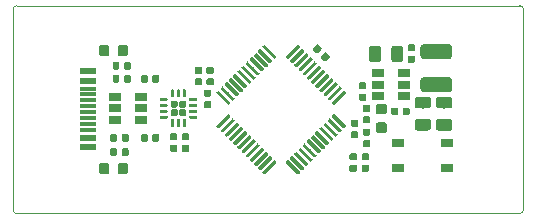
<source format=gtp>
G04 #@! TF.GenerationSoftware,KiCad,Pcbnew,5.0.1*
G04 #@! TF.CreationDate,2019-10-25T00:23:11+02:00*
G04 #@! TF.ProjectId,OtterPill,4F7474657250696C6C2E6B696361645F,rev?*
G04 #@! TF.SameCoordinates,Original*
G04 #@! TF.FileFunction,Paste,Top*
G04 #@! TF.FilePolarity,Positive*
%FSLAX46Y46*%
G04 Gerber Fmt 4.6, Leading zero omitted, Abs format (unit mm)*
G04 Created by KiCad (PCBNEW 5.0.1) date Fri 25 Oct 2019 12:23:11 AM CEST*
%MOMM*%
%LPD*%
G01*
G04 APERTURE LIST*
%ADD10C,0.050000*%
%ADD11C,0.100000*%
%ADD12C,0.875000*%
%ADD13C,0.590000*%
%ADD14C,1.250000*%
%ADD15C,0.975000*%
%ADD16C,0.300000*%
%ADD17R,1.050000X0.650000*%
%ADD18C,0.250000*%
%ADD19C,0.580000*%
%ADD20R,1.060000X0.650000*%
%ADD21R,1.450000X0.600000*%
%ADD22R,1.450000X0.300000*%
G04 APERTURE END LIST*
D10*
X63200000Y-37100000D02*
G75*
G02X62900000Y-37400000I-300000J0D01*
G01*
X62900000Y-19800000D02*
G75*
G02X63200000Y-20100000I0J-300000D01*
G01*
X20000000Y-20100000D02*
G75*
G02X20300000Y-19800000I300000J0D01*
G01*
X20300000Y-37400000D02*
G75*
G02X20000000Y-37100000I0J300000D01*
G01*
X20000000Y-37100000D02*
X20000000Y-20100000D01*
X62900000Y-37400000D02*
X20300000Y-37400000D01*
X63200000Y-20100000D02*
X63200000Y-37100000D01*
X20300000Y-19800000D02*
X62900000Y-19800000D01*
D11*
G04 #@! TO.C,C2*
G36*
X51457691Y-28116053D02*
X51478926Y-28119203D01*
X51499750Y-28124419D01*
X51519962Y-28131651D01*
X51539368Y-28140830D01*
X51557781Y-28151866D01*
X51575024Y-28164654D01*
X51590930Y-28179070D01*
X51605346Y-28194976D01*
X51618134Y-28212219D01*
X51629170Y-28230632D01*
X51638349Y-28250038D01*
X51645581Y-28270250D01*
X51650797Y-28291074D01*
X51653947Y-28312309D01*
X51655000Y-28333750D01*
X51655000Y-28771250D01*
X51653947Y-28792691D01*
X51650797Y-28813926D01*
X51645581Y-28834750D01*
X51638349Y-28854962D01*
X51629170Y-28874368D01*
X51618134Y-28892781D01*
X51605346Y-28910024D01*
X51590930Y-28925930D01*
X51575024Y-28940346D01*
X51557781Y-28953134D01*
X51539368Y-28964170D01*
X51519962Y-28973349D01*
X51499750Y-28980581D01*
X51478926Y-28985797D01*
X51457691Y-28988947D01*
X51436250Y-28990000D01*
X50923750Y-28990000D01*
X50902309Y-28988947D01*
X50881074Y-28985797D01*
X50860250Y-28980581D01*
X50840038Y-28973349D01*
X50820632Y-28964170D01*
X50802219Y-28953134D01*
X50784976Y-28940346D01*
X50769070Y-28925930D01*
X50754654Y-28910024D01*
X50741866Y-28892781D01*
X50730830Y-28874368D01*
X50721651Y-28854962D01*
X50714419Y-28834750D01*
X50709203Y-28813926D01*
X50706053Y-28792691D01*
X50705000Y-28771250D01*
X50705000Y-28333750D01*
X50706053Y-28312309D01*
X50709203Y-28291074D01*
X50714419Y-28270250D01*
X50721651Y-28250038D01*
X50730830Y-28230632D01*
X50741866Y-28212219D01*
X50754654Y-28194976D01*
X50769070Y-28179070D01*
X50784976Y-28164654D01*
X50802219Y-28151866D01*
X50820632Y-28140830D01*
X50840038Y-28131651D01*
X50860250Y-28124419D01*
X50881074Y-28119203D01*
X50902309Y-28116053D01*
X50923750Y-28115000D01*
X51436250Y-28115000D01*
X51457691Y-28116053D01*
X51457691Y-28116053D01*
G37*
D12*
X51180000Y-28552500D03*
D11*
G36*
X51457691Y-29691053D02*
X51478926Y-29694203D01*
X51499750Y-29699419D01*
X51519962Y-29706651D01*
X51539368Y-29715830D01*
X51557781Y-29726866D01*
X51575024Y-29739654D01*
X51590930Y-29754070D01*
X51605346Y-29769976D01*
X51618134Y-29787219D01*
X51629170Y-29805632D01*
X51638349Y-29825038D01*
X51645581Y-29845250D01*
X51650797Y-29866074D01*
X51653947Y-29887309D01*
X51655000Y-29908750D01*
X51655000Y-30346250D01*
X51653947Y-30367691D01*
X51650797Y-30388926D01*
X51645581Y-30409750D01*
X51638349Y-30429962D01*
X51629170Y-30449368D01*
X51618134Y-30467781D01*
X51605346Y-30485024D01*
X51590930Y-30500930D01*
X51575024Y-30515346D01*
X51557781Y-30528134D01*
X51539368Y-30539170D01*
X51519962Y-30548349D01*
X51499750Y-30555581D01*
X51478926Y-30560797D01*
X51457691Y-30563947D01*
X51436250Y-30565000D01*
X50923750Y-30565000D01*
X50902309Y-30563947D01*
X50881074Y-30560797D01*
X50860250Y-30555581D01*
X50840038Y-30548349D01*
X50820632Y-30539170D01*
X50802219Y-30528134D01*
X50784976Y-30515346D01*
X50769070Y-30500930D01*
X50754654Y-30485024D01*
X50741866Y-30467781D01*
X50730830Y-30449368D01*
X50721651Y-30429962D01*
X50714419Y-30409750D01*
X50709203Y-30388926D01*
X50706053Y-30367691D01*
X50705000Y-30346250D01*
X50705000Y-29908750D01*
X50706053Y-29887309D01*
X50709203Y-29866074D01*
X50714419Y-29845250D01*
X50721651Y-29825038D01*
X50730830Y-29805632D01*
X50741866Y-29787219D01*
X50754654Y-29769976D01*
X50769070Y-29754070D01*
X50784976Y-29739654D01*
X50802219Y-29726866D01*
X50820632Y-29715830D01*
X50840038Y-29706651D01*
X50860250Y-29699419D01*
X50881074Y-29694203D01*
X50902309Y-29691053D01*
X50923750Y-29690000D01*
X51436250Y-29690000D01*
X51457691Y-29691053D01*
X51457691Y-29691053D01*
G37*
D12*
X51180000Y-30127500D03*
G04 #@! TD*
D11*
G04 #@! TO.C,R13*
G36*
X50016958Y-33280710D02*
X50031276Y-33282834D01*
X50045317Y-33286351D01*
X50058946Y-33291228D01*
X50072031Y-33297417D01*
X50084447Y-33304858D01*
X50096073Y-33313481D01*
X50106798Y-33323202D01*
X50116519Y-33333927D01*
X50125142Y-33345553D01*
X50132583Y-33357969D01*
X50138772Y-33371054D01*
X50143649Y-33384683D01*
X50147166Y-33398724D01*
X50149290Y-33413042D01*
X50150000Y-33427500D01*
X50150000Y-33722500D01*
X50149290Y-33736958D01*
X50147166Y-33751276D01*
X50143649Y-33765317D01*
X50138772Y-33778946D01*
X50132583Y-33792031D01*
X50125142Y-33804447D01*
X50116519Y-33816073D01*
X50106798Y-33826798D01*
X50096073Y-33836519D01*
X50084447Y-33845142D01*
X50072031Y-33852583D01*
X50058946Y-33858772D01*
X50045317Y-33863649D01*
X50031276Y-33867166D01*
X50016958Y-33869290D01*
X50002500Y-33870000D01*
X49657500Y-33870000D01*
X49643042Y-33869290D01*
X49628724Y-33867166D01*
X49614683Y-33863649D01*
X49601054Y-33858772D01*
X49587969Y-33852583D01*
X49575553Y-33845142D01*
X49563927Y-33836519D01*
X49553202Y-33826798D01*
X49543481Y-33816073D01*
X49534858Y-33804447D01*
X49527417Y-33792031D01*
X49521228Y-33778946D01*
X49516351Y-33765317D01*
X49512834Y-33751276D01*
X49510710Y-33736958D01*
X49510000Y-33722500D01*
X49510000Y-33427500D01*
X49510710Y-33413042D01*
X49512834Y-33398724D01*
X49516351Y-33384683D01*
X49521228Y-33371054D01*
X49527417Y-33357969D01*
X49534858Y-33345553D01*
X49543481Y-33333927D01*
X49553202Y-33323202D01*
X49563927Y-33313481D01*
X49575553Y-33304858D01*
X49587969Y-33297417D01*
X49601054Y-33291228D01*
X49614683Y-33286351D01*
X49628724Y-33282834D01*
X49643042Y-33280710D01*
X49657500Y-33280000D01*
X50002500Y-33280000D01*
X50016958Y-33280710D01*
X50016958Y-33280710D01*
G37*
D13*
X49830000Y-33575000D03*
D11*
G36*
X50016958Y-32310710D02*
X50031276Y-32312834D01*
X50045317Y-32316351D01*
X50058946Y-32321228D01*
X50072031Y-32327417D01*
X50084447Y-32334858D01*
X50096073Y-32343481D01*
X50106798Y-32353202D01*
X50116519Y-32363927D01*
X50125142Y-32375553D01*
X50132583Y-32387969D01*
X50138772Y-32401054D01*
X50143649Y-32414683D01*
X50147166Y-32428724D01*
X50149290Y-32443042D01*
X50150000Y-32457500D01*
X50150000Y-32752500D01*
X50149290Y-32766958D01*
X50147166Y-32781276D01*
X50143649Y-32795317D01*
X50138772Y-32808946D01*
X50132583Y-32822031D01*
X50125142Y-32834447D01*
X50116519Y-32846073D01*
X50106798Y-32856798D01*
X50096073Y-32866519D01*
X50084447Y-32875142D01*
X50072031Y-32882583D01*
X50058946Y-32888772D01*
X50045317Y-32893649D01*
X50031276Y-32897166D01*
X50016958Y-32899290D01*
X50002500Y-32900000D01*
X49657500Y-32900000D01*
X49643042Y-32899290D01*
X49628724Y-32897166D01*
X49614683Y-32893649D01*
X49601054Y-32888772D01*
X49587969Y-32882583D01*
X49575553Y-32875142D01*
X49563927Y-32866519D01*
X49553202Y-32856798D01*
X49543481Y-32846073D01*
X49534858Y-32834447D01*
X49527417Y-32822031D01*
X49521228Y-32808946D01*
X49516351Y-32795317D01*
X49512834Y-32781276D01*
X49510710Y-32766958D01*
X49510000Y-32752500D01*
X49510000Y-32457500D01*
X49510710Y-32443042D01*
X49512834Y-32428724D01*
X49516351Y-32414683D01*
X49521228Y-32401054D01*
X49527417Y-32387969D01*
X49534858Y-32375553D01*
X49543481Y-32363927D01*
X49553202Y-32353202D01*
X49563927Y-32343481D01*
X49575553Y-32334858D01*
X49587969Y-32327417D01*
X49601054Y-32321228D01*
X49614683Y-32316351D01*
X49628724Y-32312834D01*
X49643042Y-32310710D01*
X49657500Y-32310000D01*
X50002500Y-32310000D01*
X50016958Y-32310710D01*
X50016958Y-32310710D01*
G37*
D13*
X49830000Y-32605000D03*
G04 #@! TD*
D11*
G04 #@! TO.C,L1*
G36*
X56919504Y-23076204D02*
X56943773Y-23079804D01*
X56967571Y-23085765D01*
X56990671Y-23094030D01*
X57012849Y-23104520D01*
X57033893Y-23117133D01*
X57053598Y-23131747D01*
X57071777Y-23148223D01*
X57088253Y-23166402D01*
X57102867Y-23186107D01*
X57115480Y-23207151D01*
X57125970Y-23229329D01*
X57134235Y-23252429D01*
X57140196Y-23276227D01*
X57143796Y-23300496D01*
X57145000Y-23325000D01*
X57145000Y-24075000D01*
X57143796Y-24099504D01*
X57140196Y-24123773D01*
X57134235Y-24147571D01*
X57125970Y-24170671D01*
X57115480Y-24192849D01*
X57102867Y-24213893D01*
X57088253Y-24233598D01*
X57071777Y-24251777D01*
X57053598Y-24268253D01*
X57033893Y-24282867D01*
X57012849Y-24295480D01*
X56990671Y-24305970D01*
X56967571Y-24314235D01*
X56943773Y-24320196D01*
X56919504Y-24323796D01*
X56895000Y-24325000D01*
X54745000Y-24325000D01*
X54720496Y-24323796D01*
X54696227Y-24320196D01*
X54672429Y-24314235D01*
X54649329Y-24305970D01*
X54627151Y-24295480D01*
X54606107Y-24282867D01*
X54586402Y-24268253D01*
X54568223Y-24251777D01*
X54551747Y-24233598D01*
X54537133Y-24213893D01*
X54524520Y-24192849D01*
X54514030Y-24170671D01*
X54505765Y-24147571D01*
X54499804Y-24123773D01*
X54496204Y-24099504D01*
X54495000Y-24075000D01*
X54495000Y-23325000D01*
X54496204Y-23300496D01*
X54499804Y-23276227D01*
X54505765Y-23252429D01*
X54514030Y-23229329D01*
X54524520Y-23207151D01*
X54537133Y-23186107D01*
X54551747Y-23166402D01*
X54568223Y-23148223D01*
X54586402Y-23131747D01*
X54606107Y-23117133D01*
X54627151Y-23104520D01*
X54649329Y-23094030D01*
X54672429Y-23085765D01*
X54696227Y-23079804D01*
X54720496Y-23076204D01*
X54745000Y-23075000D01*
X56895000Y-23075000D01*
X56919504Y-23076204D01*
X56919504Y-23076204D01*
G37*
D14*
X55820000Y-23700000D03*
D11*
G36*
X56919504Y-25876204D02*
X56943773Y-25879804D01*
X56967571Y-25885765D01*
X56990671Y-25894030D01*
X57012849Y-25904520D01*
X57033893Y-25917133D01*
X57053598Y-25931747D01*
X57071777Y-25948223D01*
X57088253Y-25966402D01*
X57102867Y-25986107D01*
X57115480Y-26007151D01*
X57125970Y-26029329D01*
X57134235Y-26052429D01*
X57140196Y-26076227D01*
X57143796Y-26100496D01*
X57145000Y-26125000D01*
X57145000Y-26875000D01*
X57143796Y-26899504D01*
X57140196Y-26923773D01*
X57134235Y-26947571D01*
X57125970Y-26970671D01*
X57115480Y-26992849D01*
X57102867Y-27013893D01*
X57088253Y-27033598D01*
X57071777Y-27051777D01*
X57053598Y-27068253D01*
X57033893Y-27082867D01*
X57012849Y-27095480D01*
X56990671Y-27105970D01*
X56967571Y-27114235D01*
X56943773Y-27120196D01*
X56919504Y-27123796D01*
X56895000Y-27125000D01*
X54745000Y-27125000D01*
X54720496Y-27123796D01*
X54696227Y-27120196D01*
X54672429Y-27114235D01*
X54649329Y-27105970D01*
X54627151Y-27095480D01*
X54606107Y-27082867D01*
X54586402Y-27068253D01*
X54568223Y-27051777D01*
X54551747Y-27033598D01*
X54537133Y-27013893D01*
X54524520Y-26992849D01*
X54514030Y-26970671D01*
X54505765Y-26947571D01*
X54499804Y-26923773D01*
X54496204Y-26899504D01*
X54495000Y-26875000D01*
X54495000Y-26125000D01*
X54496204Y-26100496D01*
X54499804Y-26076227D01*
X54505765Y-26052429D01*
X54514030Y-26029329D01*
X54524520Y-26007151D01*
X54537133Y-25986107D01*
X54551747Y-25966402D01*
X54568223Y-25948223D01*
X54586402Y-25931747D01*
X54606107Y-25917133D01*
X54627151Y-25904520D01*
X54649329Y-25894030D01*
X54672429Y-25885765D01*
X54696227Y-25879804D01*
X54720496Y-25876204D01*
X54745000Y-25875000D01*
X56895000Y-25875000D01*
X56919504Y-25876204D01*
X56919504Y-25876204D01*
G37*
D14*
X55820000Y-26500000D03*
G04 #@! TD*
D11*
G04 #@! TO.C,C11*
G36*
X55170142Y-27526174D02*
X55193803Y-27529684D01*
X55217007Y-27535496D01*
X55239529Y-27543554D01*
X55261153Y-27553782D01*
X55281670Y-27566079D01*
X55300883Y-27580329D01*
X55318607Y-27596393D01*
X55334671Y-27614117D01*
X55348921Y-27633330D01*
X55361218Y-27653847D01*
X55371446Y-27675471D01*
X55379504Y-27697993D01*
X55385316Y-27721197D01*
X55388826Y-27744858D01*
X55390000Y-27768750D01*
X55390000Y-28256250D01*
X55388826Y-28280142D01*
X55385316Y-28303803D01*
X55379504Y-28327007D01*
X55371446Y-28349529D01*
X55361218Y-28371153D01*
X55348921Y-28391670D01*
X55334671Y-28410883D01*
X55318607Y-28428607D01*
X55300883Y-28444671D01*
X55281670Y-28458921D01*
X55261153Y-28471218D01*
X55239529Y-28481446D01*
X55217007Y-28489504D01*
X55193803Y-28495316D01*
X55170142Y-28498826D01*
X55146250Y-28500000D01*
X54233750Y-28500000D01*
X54209858Y-28498826D01*
X54186197Y-28495316D01*
X54162993Y-28489504D01*
X54140471Y-28481446D01*
X54118847Y-28471218D01*
X54098330Y-28458921D01*
X54079117Y-28444671D01*
X54061393Y-28428607D01*
X54045329Y-28410883D01*
X54031079Y-28391670D01*
X54018782Y-28371153D01*
X54008554Y-28349529D01*
X54000496Y-28327007D01*
X53994684Y-28303803D01*
X53991174Y-28280142D01*
X53990000Y-28256250D01*
X53990000Y-27768750D01*
X53991174Y-27744858D01*
X53994684Y-27721197D01*
X54000496Y-27697993D01*
X54008554Y-27675471D01*
X54018782Y-27653847D01*
X54031079Y-27633330D01*
X54045329Y-27614117D01*
X54061393Y-27596393D01*
X54079117Y-27580329D01*
X54098330Y-27566079D01*
X54118847Y-27553782D01*
X54140471Y-27543554D01*
X54162993Y-27535496D01*
X54186197Y-27529684D01*
X54209858Y-27526174D01*
X54233750Y-27525000D01*
X55146250Y-27525000D01*
X55170142Y-27526174D01*
X55170142Y-27526174D01*
G37*
D15*
X54690000Y-28012500D03*
D11*
G36*
X55170142Y-29401174D02*
X55193803Y-29404684D01*
X55217007Y-29410496D01*
X55239529Y-29418554D01*
X55261153Y-29428782D01*
X55281670Y-29441079D01*
X55300883Y-29455329D01*
X55318607Y-29471393D01*
X55334671Y-29489117D01*
X55348921Y-29508330D01*
X55361218Y-29528847D01*
X55371446Y-29550471D01*
X55379504Y-29572993D01*
X55385316Y-29596197D01*
X55388826Y-29619858D01*
X55390000Y-29643750D01*
X55390000Y-30131250D01*
X55388826Y-30155142D01*
X55385316Y-30178803D01*
X55379504Y-30202007D01*
X55371446Y-30224529D01*
X55361218Y-30246153D01*
X55348921Y-30266670D01*
X55334671Y-30285883D01*
X55318607Y-30303607D01*
X55300883Y-30319671D01*
X55281670Y-30333921D01*
X55261153Y-30346218D01*
X55239529Y-30356446D01*
X55217007Y-30364504D01*
X55193803Y-30370316D01*
X55170142Y-30373826D01*
X55146250Y-30375000D01*
X54233750Y-30375000D01*
X54209858Y-30373826D01*
X54186197Y-30370316D01*
X54162993Y-30364504D01*
X54140471Y-30356446D01*
X54118847Y-30346218D01*
X54098330Y-30333921D01*
X54079117Y-30319671D01*
X54061393Y-30303607D01*
X54045329Y-30285883D01*
X54031079Y-30266670D01*
X54018782Y-30246153D01*
X54008554Y-30224529D01*
X54000496Y-30202007D01*
X53994684Y-30178803D01*
X53991174Y-30155142D01*
X53990000Y-30131250D01*
X53990000Y-29643750D01*
X53991174Y-29619858D01*
X53994684Y-29596197D01*
X54000496Y-29572993D01*
X54008554Y-29550471D01*
X54018782Y-29528847D01*
X54031079Y-29508330D01*
X54045329Y-29489117D01*
X54061393Y-29471393D01*
X54079117Y-29455329D01*
X54098330Y-29441079D01*
X54118847Y-29428782D01*
X54140471Y-29418554D01*
X54162993Y-29410496D01*
X54186197Y-29404684D01*
X54209858Y-29401174D01*
X54233750Y-29400000D01*
X55146250Y-29400000D01*
X55170142Y-29401174D01*
X55170142Y-29401174D01*
G37*
D15*
X54690000Y-29887500D03*
G04 #@! TD*
D11*
G04 #@! TO.C,R12*
G36*
X52476958Y-28430710D02*
X52491276Y-28432834D01*
X52505317Y-28436351D01*
X52518946Y-28441228D01*
X52532031Y-28447417D01*
X52544447Y-28454858D01*
X52556073Y-28463481D01*
X52566798Y-28473202D01*
X52576519Y-28483927D01*
X52585142Y-28495553D01*
X52592583Y-28507969D01*
X52598772Y-28521054D01*
X52603649Y-28534683D01*
X52607166Y-28548724D01*
X52609290Y-28563042D01*
X52610000Y-28577500D01*
X52610000Y-28922500D01*
X52609290Y-28936958D01*
X52607166Y-28951276D01*
X52603649Y-28965317D01*
X52598772Y-28978946D01*
X52592583Y-28992031D01*
X52585142Y-29004447D01*
X52576519Y-29016073D01*
X52566798Y-29026798D01*
X52556073Y-29036519D01*
X52544447Y-29045142D01*
X52532031Y-29052583D01*
X52518946Y-29058772D01*
X52505317Y-29063649D01*
X52491276Y-29067166D01*
X52476958Y-29069290D01*
X52462500Y-29070000D01*
X52167500Y-29070000D01*
X52153042Y-29069290D01*
X52138724Y-29067166D01*
X52124683Y-29063649D01*
X52111054Y-29058772D01*
X52097969Y-29052583D01*
X52085553Y-29045142D01*
X52073927Y-29036519D01*
X52063202Y-29026798D01*
X52053481Y-29016073D01*
X52044858Y-29004447D01*
X52037417Y-28992031D01*
X52031228Y-28978946D01*
X52026351Y-28965317D01*
X52022834Y-28951276D01*
X52020710Y-28936958D01*
X52020000Y-28922500D01*
X52020000Y-28577500D01*
X52020710Y-28563042D01*
X52022834Y-28548724D01*
X52026351Y-28534683D01*
X52031228Y-28521054D01*
X52037417Y-28507969D01*
X52044858Y-28495553D01*
X52053481Y-28483927D01*
X52063202Y-28473202D01*
X52073927Y-28463481D01*
X52085553Y-28454858D01*
X52097969Y-28447417D01*
X52111054Y-28441228D01*
X52124683Y-28436351D01*
X52138724Y-28432834D01*
X52153042Y-28430710D01*
X52167500Y-28430000D01*
X52462500Y-28430000D01*
X52476958Y-28430710D01*
X52476958Y-28430710D01*
G37*
D13*
X52315000Y-28750000D03*
D11*
G36*
X53446958Y-28430710D02*
X53461276Y-28432834D01*
X53475317Y-28436351D01*
X53488946Y-28441228D01*
X53502031Y-28447417D01*
X53514447Y-28454858D01*
X53526073Y-28463481D01*
X53536798Y-28473202D01*
X53546519Y-28483927D01*
X53555142Y-28495553D01*
X53562583Y-28507969D01*
X53568772Y-28521054D01*
X53573649Y-28534683D01*
X53577166Y-28548724D01*
X53579290Y-28563042D01*
X53580000Y-28577500D01*
X53580000Y-28922500D01*
X53579290Y-28936958D01*
X53577166Y-28951276D01*
X53573649Y-28965317D01*
X53568772Y-28978946D01*
X53562583Y-28992031D01*
X53555142Y-29004447D01*
X53546519Y-29016073D01*
X53536798Y-29026798D01*
X53526073Y-29036519D01*
X53514447Y-29045142D01*
X53502031Y-29052583D01*
X53488946Y-29058772D01*
X53475317Y-29063649D01*
X53461276Y-29067166D01*
X53446958Y-29069290D01*
X53432500Y-29070000D01*
X53137500Y-29070000D01*
X53123042Y-29069290D01*
X53108724Y-29067166D01*
X53094683Y-29063649D01*
X53081054Y-29058772D01*
X53067969Y-29052583D01*
X53055553Y-29045142D01*
X53043927Y-29036519D01*
X53033202Y-29026798D01*
X53023481Y-29016073D01*
X53014858Y-29004447D01*
X53007417Y-28992031D01*
X53001228Y-28978946D01*
X52996351Y-28965317D01*
X52992834Y-28951276D01*
X52990710Y-28936958D01*
X52990000Y-28922500D01*
X52990000Y-28577500D01*
X52990710Y-28563042D01*
X52992834Y-28548724D01*
X52996351Y-28534683D01*
X53001228Y-28521054D01*
X53007417Y-28507969D01*
X53014858Y-28495553D01*
X53023481Y-28483927D01*
X53033202Y-28473202D01*
X53043927Y-28463481D01*
X53055553Y-28454858D01*
X53067969Y-28447417D01*
X53081054Y-28441228D01*
X53094683Y-28436351D01*
X53108724Y-28432834D01*
X53123042Y-28430710D01*
X53137500Y-28430000D01*
X53432500Y-28430000D01*
X53446958Y-28430710D01*
X53446958Y-28430710D01*
G37*
D13*
X53285000Y-28750000D03*
G04 #@! TD*
D11*
G04 #@! TO.C,U2*
G36*
X48010652Y-26995031D02*
X48017933Y-26996111D01*
X48025072Y-26997899D01*
X48032002Y-27000379D01*
X48038656Y-27003526D01*
X48044969Y-27007310D01*
X48050880Y-27011694D01*
X48056334Y-27016637D01*
X48162400Y-27122703D01*
X48167343Y-27128157D01*
X48171727Y-27134068D01*
X48175511Y-27140381D01*
X48178658Y-27147035D01*
X48181138Y-27153965D01*
X48182926Y-27161104D01*
X48184006Y-27168385D01*
X48184367Y-27175736D01*
X48184006Y-27183087D01*
X48182926Y-27190368D01*
X48181138Y-27197507D01*
X48178658Y-27204437D01*
X48175511Y-27211091D01*
X48171727Y-27217404D01*
X48167343Y-27223315D01*
X48162400Y-27228769D01*
X47225484Y-28165685D01*
X47220030Y-28170628D01*
X47214119Y-28175012D01*
X47207806Y-28178796D01*
X47201152Y-28181943D01*
X47194222Y-28184423D01*
X47187083Y-28186211D01*
X47179802Y-28187291D01*
X47172451Y-28187652D01*
X47165100Y-28187291D01*
X47157819Y-28186211D01*
X47150680Y-28184423D01*
X47143750Y-28181943D01*
X47137096Y-28178796D01*
X47130783Y-28175012D01*
X47124872Y-28170628D01*
X47119418Y-28165685D01*
X47013352Y-28059619D01*
X47008409Y-28054165D01*
X47004025Y-28048254D01*
X47000241Y-28041941D01*
X46997094Y-28035287D01*
X46994614Y-28028357D01*
X46992826Y-28021218D01*
X46991746Y-28013937D01*
X46991385Y-28006586D01*
X46991746Y-27999235D01*
X46992826Y-27991954D01*
X46994614Y-27984815D01*
X46997094Y-27977885D01*
X47000241Y-27971231D01*
X47004025Y-27964918D01*
X47008409Y-27959007D01*
X47013352Y-27953553D01*
X47950268Y-27016637D01*
X47955722Y-27011694D01*
X47961633Y-27007310D01*
X47967946Y-27003526D01*
X47974600Y-27000379D01*
X47981530Y-26997899D01*
X47988669Y-26996111D01*
X47995950Y-26995031D01*
X48003301Y-26994670D01*
X48010652Y-26995031D01*
X48010652Y-26995031D01*
G37*
D16*
X47587876Y-27591161D03*
D11*
G36*
X47657098Y-26641477D02*
X47664379Y-26642557D01*
X47671518Y-26644345D01*
X47678448Y-26646825D01*
X47685102Y-26649972D01*
X47691415Y-26653756D01*
X47697326Y-26658140D01*
X47702780Y-26663083D01*
X47808846Y-26769149D01*
X47813789Y-26774603D01*
X47818173Y-26780514D01*
X47821957Y-26786827D01*
X47825104Y-26793481D01*
X47827584Y-26800411D01*
X47829372Y-26807550D01*
X47830452Y-26814831D01*
X47830813Y-26822182D01*
X47830452Y-26829533D01*
X47829372Y-26836814D01*
X47827584Y-26843953D01*
X47825104Y-26850883D01*
X47821957Y-26857537D01*
X47818173Y-26863850D01*
X47813789Y-26869761D01*
X47808846Y-26875215D01*
X46871930Y-27812131D01*
X46866476Y-27817074D01*
X46860565Y-27821458D01*
X46854252Y-27825242D01*
X46847598Y-27828389D01*
X46840668Y-27830869D01*
X46833529Y-27832657D01*
X46826248Y-27833737D01*
X46818897Y-27834098D01*
X46811546Y-27833737D01*
X46804265Y-27832657D01*
X46797126Y-27830869D01*
X46790196Y-27828389D01*
X46783542Y-27825242D01*
X46777229Y-27821458D01*
X46771318Y-27817074D01*
X46765864Y-27812131D01*
X46659798Y-27706065D01*
X46654855Y-27700611D01*
X46650471Y-27694700D01*
X46646687Y-27688387D01*
X46643540Y-27681733D01*
X46641060Y-27674803D01*
X46639272Y-27667664D01*
X46638192Y-27660383D01*
X46637831Y-27653032D01*
X46638192Y-27645681D01*
X46639272Y-27638400D01*
X46641060Y-27631261D01*
X46643540Y-27624331D01*
X46646687Y-27617677D01*
X46650471Y-27611364D01*
X46654855Y-27605453D01*
X46659798Y-27599999D01*
X47596714Y-26663083D01*
X47602168Y-26658140D01*
X47608079Y-26653756D01*
X47614392Y-26649972D01*
X47621046Y-26646825D01*
X47627976Y-26644345D01*
X47635115Y-26642557D01*
X47642396Y-26641477D01*
X47649747Y-26641116D01*
X47657098Y-26641477D01*
X47657098Y-26641477D01*
G37*
D16*
X47234322Y-27237607D03*
D11*
G36*
X47303545Y-26287924D02*
X47310826Y-26289004D01*
X47317965Y-26290792D01*
X47324895Y-26293272D01*
X47331549Y-26296419D01*
X47337862Y-26300203D01*
X47343773Y-26304587D01*
X47349227Y-26309530D01*
X47455293Y-26415596D01*
X47460236Y-26421050D01*
X47464620Y-26426961D01*
X47468404Y-26433274D01*
X47471551Y-26439928D01*
X47474031Y-26446858D01*
X47475819Y-26453997D01*
X47476899Y-26461278D01*
X47477260Y-26468629D01*
X47476899Y-26475980D01*
X47475819Y-26483261D01*
X47474031Y-26490400D01*
X47471551Y-26497330D01*
X47468404Y-26503984D01*
X47464620Y-26510297D01*
X47460236Y-26516208D01*
X47455293Y-26521662D01*
X46518377Y-27458578D01*
X46512923Y-27463521D01*
X46507012Y-27467905D01*
X46500699Y-27471689D01*
X46494045Y-27474836D01*
X46487115Y-27477316D01*
X46479976Y-27479104D01*
X46472695Y-27480184D01*
X46465344Y-27480545D01*
X46457993Y-27480184D01*
X46450712Y-27479104D01*
X46443573Y-27477316D01*
X46436643Y-27474836D01*
X46429989Y-27471689D01*
X46423676Y-27467905D01*
X46417765Y-27463521D01*
X46412311Y-27458578D01*
X46306245Y-27352512D01*
X46301302Y-27347058D01*
X46296918Y-27341147D01*
X46293134Y-27334834D01*
X46289987Y-27328180D01*
X46287507Y-27321250D01*
X46285719Y-27314111D01*
X46284639Y-27306830D01*
X46284278Y-27299479D01*
X46284639Y-27292128D01*
X46285719Y-27284847D01*
X46287507Y-27277708D01*
X46289987Y-27270778D01*
X46293134Y-27264124D01*
X46296918Y-27257811D01*
X46301302Y-27251900D01*
X46306245Y-27246446D01*
X47243161Y-26309530D01*
X47248615Y-26304587D01*
X47254526Y-26300203D01*
X47260839Y-26296419D01*
X47267493Y-26293272D01*
X47274423Y-26290792D01*
X47281562Y-26289004D01*
X47288843Y-26287924D01*
X47296194Y-26287563D01*
X47303545Y-26287924D01*
X47303545Y-26287924D01*
G37*
D16*
X46880769Y-26884054D03*
D11*
G36*
X46949991Y-25934370D02*
X46957272Y-25935450D01*
X46964411Y-25937238D01*
X46971341Y-25939718D01*
X46977995Y-25942865D01*
X46984308Y-25946649D01*
X46990219Y-25951033D01*
X46995673Y-25955976D01*
X47101739Y-26062042D01*
X47106682Y-26067496D01*
X47111066Y-26073407D01*
X47114850Y-26079720D01*
X47117997Y-26086374D01*
X47120477Y-26093304D01*
X47122265Y-26100443D01*
X47123345Y-26107724D01*
X47123706Y-26115075D01*
X47123345Y-26122426D01*
X47122265Y-26129707D01*
X47120477Y-26136846D01*
X47117997Y-26143776D01*
X47114850Y-26150430D01*
X47111066Y-26156743D01*
X47106682Y-26162654D01*
X47101739Y-26168108D01*
X46164823Y-27105024D01*
X46159369Y-27109967D01*
X46153458Y-27114351D01*
X46147145Y-27118135D01*
X46140491Y-27121282D01*
X46133561Y-27123762D01*
X46126422Y-27125550D01*
X46119141Y-27126630D01*
X46111790Y-27126991D01*
X46104439Y-27126630D01*
X46097158Y-27125550D01*
X46090019Y-27123762D01*
X46083089Y-27121282D01*
X46076435Y-27118135D01*
X46070122Y-27114351D01*
X46064211Y-27109967D01*
X46058757Y-27105024D01*
X45952691Y-26998958D01*
X45947748Y-26993504D01*
X45943364Y-26987593D01*
X45939580Y-26981280D01*
X45936433Y-26974626D01*
X45933953Y-26967696D01*
X45932165Y-26960557D01*
X45931085Y-26953276D01*
X45930724Y-26945925D01*
X45931085Y-26938574D01*
X45932165Y-26931293D01*
X45933953Y-26924154D01*
X45936433Y-26917224D01*
X45939580Y-26910570D01*
X45943364Y-26904257D01*
X45947748Y-26898346D01*
X45952691Y-26892892D01*
X46889607Y-25955976D01*
X46895061Y-25951033D01*
X46900972Y-25946649D01*
X46907285Y-25942865D01*
X46913939Y-25939718D01*
X46920869Y-25937238D01*
X46928008Y-25935450D01*
X46935289Y-25934370D01*
X46942640Y-25934009D01*
X46949991Y-25934370D01*
X46949991Y-25934370D01*
G37*
D16*
X46527215Y-26530500D03*
D11*
G36*
X46596438Y-25580817D02*
X46603719Y-25581897D01*
X46610858Y-25583685D01*
X46617788Y-25586165D01*
X46624442Y-25589312D01*
X46630755Y-25593096D01*
X46636666Y-25597480D01*
X46642120Y-25602423D01*
X46748186Y-25708489D01*
X46753129Y-25713943D01*
X46757513Y-25719854D01*
X46761297Y-25726167D01*
X46764444Y-25732821D01*
X46766924Y-25739751D01*
X46768712Y-25746890D01*
X46769792Y-25754171D01*
X46770153Y-25761522D01*
X46769792Y-25768873D01*
X46768712Y-25776154D01*
X46766924Y-25783293D01*
X46764444Y-25790223D01*
X46761297Y-25796877D01*
X46757513Y-25803190D01*
X46753129Y-25809101D01*
X46748186Y-25814555D01*
X45811270Y-26751471D01*
X45805816Y-26756414D01*
X45799905Y-26760798D01*
X45793592Y-26764582D01*
X45786938Y-26767729D01*
X45780008Y-26770209D01*
X45772869Y-26771997D01*
X45765588Y-26773077D01*
X45758237Y-26773438D01*
X45750886Y-26773077D01*
X45743605Y-26771997D01*
X45736466Y-26770209D01*
X45729536Y-26767729D01*
X45722882Y-26764582D01*
X45716569Y-26760798D01*
X45710658Y-26756414D01*
X45705204Y-26751471D01*
X45599138Y-26645405D01*
X45594195Y-26639951D01*
X45589811Y-26634040D01*
X45586027Y-26627727D01*
X45582880Y-26621073D01*
X45580400Y-26614143D01*
X45578612Y-26607004D01*
X45577532Y-26599723D01*
X45577171Y-26592372D01*
X45577532Y-26585021D01*
X45578612Y-26577740D01*
X45580400Y-26570601D01*
X45582880Y-26563671D01*
X45586027Y-26557017D01*
X45589811Y-26550704D01*
X45594195Y-26544793D01*
X45599138Y-26539339D01*
X46536054Y-25602423D01*
X46541508Y-25597480D01*
X46547419Y-25593096D01*
X46553732Y-25589312D01*
X46560386Y-25586165D01*
X46567316Y-25583685D01*
X46574455Y-25581897D01*
X46581736Y-25580817D01*
X46589087Y-25580456D01*
X46596438Y-25580817D01*
X46596438Y-25580817D01*
G37*
D16*
X46173662Y-26176947D03*
D11*
G36*
X46242885Y-25227264D02*
X46250166Y-25228344D01*
X46257305Y-25230132D01*
X46264235Y-25232612D01*
X46270889Y-25235759D01*
X46277202Y-25239543D01*
X46283113Y-25243927D01*
X46288567Y-25248870D01*
X46394633Y-25354936D01*
X46399576Y-25360390D01*
X46403960Y-25366301D01*
X46407744Y-25372614D01*
X46410891Y-25379268D01*
X46413371Y-25386198D01*
X46415159Y-25393337D01*
X46416239Y-25400618D01*
X46416600Y-25407969D01*
X46416239Y-25415320D01*
X46415159Y-25422601D01*
X46413371Y-25429740D01*
X46410891Y-25436670D01*
X46407744Y-25443324D01*
X46403960Y-25449637D01*
X46399576Y-25455548D01*
X46394633Y-25461002D01*
X45457717Y-26397918D01*
X45452263Y-26402861D01*
X45446352Y-26407245D01*
X45440039Y-26411029D01*
X45433385Y-26414176D01*
X45426455Y-26416656D01*
X45419316Y-26418444D01*
X45412035Y-26419524D01*
X45404684Y-26419885D01*
X45397333Y-26419524D01*
X45390052Y-26418444D01*
X45382913Y-26416656D01*
X45375983Y-26414176D01*
X45369329Y-26411029D01*
X45363016Y-26407245D01*
X45357105Y-26402861D01*
X45351651Y-26397918D01*
X45245585Y-26291852D01*
X45240642Y-26286398D01*
X45236258Y-26280487D01*
X45232474Y-26274174D01*
X45229327Y-26267520D01*
X45226847Y-26260590D01*
X45225059Y-26253451D01*
X45223979Y-26246170D01*
X45223618Y-26238819D01*
X45223979Y-26231468D01*
X45225059Y-26224187D01*
X45226847Y-26217048D01*
X45229327Y-26210118D01*
X45232474Y-26203464D01*
X45236258Y-26197151D01*
X45240642Y-26191240D01*
X45245585Y-26185786D01*
X46182501Y-25248870D01*
X46187955Y-25243927D01*
X46193866Y-25239543D01*
X46200179Y-25235759D01*
X46206833Y-25232612D01*
X46213763Y-25230132D01*
X46220902Y-25228344D01*
X46228183Y-25227264D01*
X46235534Y-25226903D01*
X46242885Y-25227264D01*
X46242885Y-25227264D01*
G37*
D16*
X45820109Y-25823394D03*
D11*
G36*
X45889331Y-24873710D02*
X45896612Y-24874790D01*
X45903751Y-24876578D01*
X45910681Y-24879058D01*
X45917335Y-24882205D01*
X45923648Y-24885989D01*
X45929559Y-24890373D01*
X45935013Y-24895316D01*
X46041079Y-25001382D01*
X46046022Y-25006836D01*
X46050406Y-25012747D01*
X46054190Y-25019060D01*
X46057337Y-25025714D01*
X46059817Y-25032644D01*
X46061605Y-25039783D01*
X46062685Y-25047064D01*
X46063046Y-25054415D01*
X46062685Y-25061766D01*
X46061605Y-25069047D01*
X46059817Y-25076186D01*
X46057337Y-25083116D01*
X46054190Y-25089770D01*
X46050406Y-25096083D01*
X46046022Y-25101994D01*
X46041079Y-25107448D01*
X45104163Y-26044364D01*
X45098709Y-26049307D01*
X45092798Y-26053691D01*
X45086485Y-26057475D01*
X45079831Y-26060622D01*
X45072901Y-26063102D01*
X45065762Y-26064890D01*
X45058481Y-26065970D01*
X45051130Y-26066331D01*
X45043779Y-26065970D01*
X45036498Y-26064890D01*
X45029359Y-26063102D01*
X45022429Y-26060622D01*
X45015775Y-26057475D01*
X45009462Y-26053691D01*
X45003551Y-26049307D01*
X44998097Y-26044364D01*
X44892031Y-25938298D01*
X44887088Y-25932844D01*
X44882704Y-25926933D01*
X44878920Y-25920620D01*
X44875773Y-25913966D01*
X44873293Y-25907036D01*
X44871505Y-25899897D01*
X44870425Y-25892616D01*
X44870064Y-25885265D01*
X44870425Y-25877914D01*
X44871505Y-25870633D01*
X44873293Y-25863494D01*
X44875773Y-25856564D01*
X44878920Y-25849910D01*
X44882704Y-25843597D01*
X44887088Y-25837686D01*
X44892031Y-25832232D01*
X45828947Y-24895316D01*
X45834401Y-24890373D01*
X45840312Y-24885989D01*
X45846625Y-24882205D01*
X45853279Y-24879058D01*
X45860209Y-24876578D01*
X45867348Y-24874790D01*
X45874629Y-24873710D01*
X45881980Y-24873349D01*
X45889331Y-24873710D01*
X45889331Y-24873710D01*
G37*
D16*
X45466555Y-25469840D03*
D11*
G36*
X45535778Y-24520157D02*
X45543059Y-24521237D01*
X45550198Y-24523025D01*
X45557128Y-24525505D01*
X45563782Y-24528652D01*
X45570095Y-24532436D01*
X45576006Y-24536820D01*
X45581460Y-24541763D01*
X45687526Y-24647829D01*
X45692469Y-24653283D01*
X45696853Y-24659194D01*
X45700637Y-24665507D01*
X45703784Y-24672161D01*
X45706264Y-24679091D01*
X45708052Y-24686230D01*
X45709132Y-24693511D01*
X45709493Y-24700862D01*
X45709132Y-24708213D01*
X45708052Y-24715494D01*
X45706264Y-24722633D01*
X45703784Y-24729563D01*
X45700637Y-24736217D01*
X45696853Y-24742530D01*
X45692469Y-24748441D01*
X45687526Y-24753895D01*
X44750610Y-25690811D01*
X44745156Y-25695754D01*
X44739245Y-25700138D01*
X44732932Y-25703922D01*
X44726278Y-25707069D01*
X44719348Y-25709549D01*
X44712209Y-25711337D01*
X44704928Y-25712417D01*
X44697577Y-25712778D01*
X44690226Y-25712417D01*
X44682945Y-25711337D01*
X44675806Y-25709549D01*
X44668876Y-25707069D01*
X44662222Y-25703922D01*
X44655909Y-25700138D01*
X44649998Y-25695754D01*
X44644544Y-25690811D01*
X44538478Y-25584745D01*
X44533535Y-25579291D01*
X44529151Y-25573380D01*
X44525367Y-25567067D01*
X44522220Y-25560413D01*
X44519740Y-25553483D01*
X44517952Y-25546344D01*
X44516872Y-25539063D01*
X44516511Y-25531712D01*
X44516872Y-25524361D01*
X44517952Y-25517080D01*
X44519740Y-25509941D01*
X44522220Y-25503011D01*
X44525367Y-25496357D01*
X44529151Y-25490044D01*
X44533535Y-25484133D01*
X44538478Y-25478679D01*
X45475394Y-24541763D01*
X45480848Y-24536820D01*
X45486759Y-24532436D01*
X45493072Y-24528652D01*
X45499726Y-24525505D01*
X45506656Y-24523025D01*
X45513795Y-24521237D01*
X45521076Y-24520157D01*
X45528427Y-24519796D01*
X45535778Y-24520157D01*
X45535778Y-24520157D01*
G37*
D16*
X45113002Y-25116287D03*
D11*
G36*
X45182225Y-24166604D02*
X45189506Y-24167684D01*
X45196645Y-24169472D01*
X45203575Y-24171952D01*
X45210229Y-24175099D01*
X45216542Y-24178883D01*
X45222453Y-24183267D01*
X45227907Y-24188210D01*
X45333973Y-24294276D01*
X45338916Y-24299730D01*
X45343300Y-24305641D01*
X45347084Y-24311954D01*
X45350231Y-24318608D01*
X45352711Y-24325538D01*
X45354499Y-24332677D01*
X45355579Y-24339958D01*
X45355940Y-24347309D01*
X45355579Y-24354660D01*
X45354499Y-24361941D01*
X45352711Y-24369080D01*
X45350231Y-24376010D01*
X45347084Y-24382664D01*
X45343300Y-24388977D01*
X45338916Y-24394888D01*
X45333973Y-24400342D01*
X44397057Y-25337258D01*
X44391603Y-25342201D01*
X44385692Y-25346585D01*
X44379379Y-25350369D01*
X44372725Y-25353516D01*
X44365795Y-25355996D01*
X44358656Y-25357784D01*
X44351375Y-25358864D01*
X44344024Y-25359225D01*
X44336673Y-25358864D01*
X44329392Y-25357784D01*
X44322253Y-25355996D01*
X44315323Y-25353516D01*
X44308669Y-25350369D01*
X44302356Y-25346585D01*
X44296445Y-25342201D01*
X44290991Y-25337258D01*
X44184925Y-25231192D01*
X44179982Y-25225738D01*
X44175598Y-25219827D01*
X44171814Y-25213514D01*
X44168667Y-25206860D01*
X44166187Y-25199930D01*
X44164399Y-25192791D01*
X44163319Y-25185510D01*
X44162958Y-25178159D01*
X44163319Y-25170808D01*
X44164399Y-25163527D01*
X44166187Y-25156388D01*
X44168667Y-25149458D01*
X44171814Y-25142804D01*
X44175598Y-25136491D01*
X44179982Y-25130580D01*
X44184925Y-25125126D01*
X45121841Y-24188210D01*
X45127295Y-24183267D01*
X45133206Y-24178883D01*
X45139519Y-24175099D01*
X45146173Y-24171952D01*
X45153103Y-24169472D01*
X45160242Y-24167684D01*
X45167523Y-24166604D01*
X45174874Y-24166243D01*
X45182225Y-24166604D01*
X45182225Y-24166604D01*
G37*
D16*
X44759449Y-24762734D03*
D11*
G36*
X44828671Y-23813050D02*
X44835952Y-23814130D01*
X44843091Y-23815918D01*
X44850021Y-23818398D01*
X44856675Y-23821545D01*
X44862988Y-23825329D01*
X44868899Y-23829713D01*
X44874353Y-23834656D01*
X44980419Y-23940722D01*
X44985362Y-23946176D01*
X44989746Y-23952087D01*
X44993530Y-23958400D01*
X44996677Y-23965054D01*
X44999157Y-23971984D01*
X45000945Y-23979123D01*
X45002025Y-23986404D01*
X45002386Y-23993755D01*
X45002025Y-24001106D01*
X45000945Y-24008387D01*
X44999157Y-24015526D01*
X44996677Y-24022456D01*
X44993530Y-24029110D01*
X44989746Y-24035423D01*
X44985362Y-24041334D01*
X44980419Y-24046788D01*
X44043503Y-24983704D01*
X44038049Y-24988647D01*
X44032138Y-24993031D01*
X44025825Y-24996815D01*
X44019171Y-24999962D01*
X44012241Y-25002442D01*
X44005102Y-25004230D01*
X43997821Y-25005310D01*
X43990470Y-25005671D01*
X43983119Y-25005310D01*
X43975838Y-25004230D01*
X43968699Y-25002442D01*
X43961769Y-24999962D01*
X43955115Y-24996815D01*
X43948802Y-24993031D01*
X43942891Y-24988647D01*
X43937437Y-24983704D01*
X43831371Y-24877638D01*
X43826428Y-24872184D01*
X43822044Y-24866273D01*
X43818260Y-24859960D01*
X43815113Y-24853306D01*
X43812633Y-24846376D01*
X43810845Y-24839237D01*
X43809765Y-24831956D01*
X43809404Y-24824605D01*
X43809765Y-24817254D01*
X43810845Y-24809973D01*
X43812633Y-24802834D01*
X43815113Y-24795904D01*
X43818260Y-24789250D01*
X43822044Y-24782937D01*
X43826428Y-24777026D01*
X43831371Y-24771572D01*
X44768287Y-23834656D01*
X44773741Y-23829713D01*
X44779652Y-23825329D01*
X44785965Y-23821545D01*
X44792619Y-23818398D01*
X44799549Y-23815918D01*
X44806688Y-23814130D01*
X44813969Y-23813050D01*
X44821320Y-23812689D01*
X44828671Y-23813050D01*
X44828671Y-23813050D01*
G37*
D16*
X44405895Y-24409180D03*
D11*
G36*
X44475118Y-23459497D02*
X44482399Y-23460577D01*
X44489538Y-23462365D01*
X44496468Y-23464845D01*
X44503122Y-23467992D01*
X44509435Y-23471776D01*
X44515346Y-23476160D01*
X44520800Y-23481103D01*
X44626866Y-23587169D01*
X44631809Y-23592623D01*
X44636193Y-23598534D01*
X44639977Y-23604847D01*
X44643124Y-23611501D01*
X44645604Y-23618431D01*
X44647392Y-23625570D01*
X44648472Y-23632851D01*
X44648833Y-23640202D01*
X44648472Y-23647553D01*
X44647392Y-23654834D01*
X44645604Y-23661973D01*
X44643124Y-23668903D01*
X44639977Y-23675557D01*
X44636193Y-23681870D01*
X44631809Y-23687781D01*
X44626866Y-23693235D01*
X43689950Y-24630151D01*
X43684496Y-24635094D01*
X43678585Y-24639478D01*
X43672272Y-24643262D01*
X43665618Y-24646409D01*
X43658688Y-24648889D01*
X43651549Y-24650677D01*
X43644268Y-24651757D01*
X43636917Y-24652118D01*
X43629566Y-24651757D01*
X43622285Y-24650677D01*
X43615146Y-24648889D01*
X43608216Y-24646409D01*
X43601562Y-24643262D01*
X43595249Y-24639478D01*
X43589338Y-24635094D01*
X43583884Y-24630151D01*
X43477818Y-24524085D01*
X43472875Y-24518631D01*
X43468491Y-24512720D01*
X43464707Y-24506407D01*
X43461560Y-24499753D01*
X43459080Y-24492823D01*
X43457292Y-24485684D01*
X43456212Y-24478403D01*
X43455851Y-24471052D01*
X43456212Y-24463701D01*
X43457292Y-24456420D01*
X43459080Y-24449281D01*
X43461560Y-24442351D01*
X43464707Y-24435697D01*
X43468491Y-24429384D01*
X43472875Y-24423473D01*
X43477818Y-24418019D01*
X44414734Y-23481103D01*
X44420188Y-23476160D01*
X44426099Y-23471776D01*
X44432412Y-23467992D01*
X44439066Y-23464845D01*
X44445996Y-23462365D01*
X44453135Y-23460577D01*
X44460416Y-23459497D01*
X44467767Y-23459136D01*
X44475118Y-23459497D01*
X44475118Y-23459497D01*
G37*
D16*
X44052342Y-24055627D03*
D11*
G36*
X44121564Y-23105943D02*
X44128845Y-23107023D01*
X44135984Y-23108811D01*
X44142914Y-23111291D01*
X44149568Y-23114438D01*
X44155881Y-23118222D01*
X44161792Y-23122606D01*
X44167246Y-23127549D01*
X44273312Y-23233615D01*
X44278255Y-23239069D01*
X44282639Y-23244980D01*
X44286423Y-23251293D01*
X44289570Y-23257947D01*
X44292050Y-23264877D01*
X44293838Y-23272016D01*
X44294918Y-23279297D01*
X44295279Y-23286648D01*
X44294918Y-23293999D01*
X44293838Y-23301280D01*
X44292050Y-23308419D01*
X44289570Y-23315349D01*
X44286423Y-23322003D01*
X44282639Y-23328316D01*
X44278255Y-23334227D01*
X44273312Y-23339681D01*
X43336396Y-24276597D01*
X43330942Y-24281540D01*
X43325031Y-24285924D01*
X43318718Y-24289708D01*
X43312064Y-24292855D01*
X43305134Y-24295335D01*
X43297995Y-24297123D01*
X43290714Y-24298203D01*
X43283363Y-24298564D01*
X43276012Y-24298203D01*
X43268731Y-24297123D01*
X43261592Y-24295335D01*
X43254662Y-24292855D01*
X43248008Y-24289708D01*
X43241695Y-24285924D01*
X43235784Y-24281540D01*
X43230330Y-24276597D01*
X43124264Y-24170531D01*
X43119321Y-24165077D01*
X43114937Y-24159166D01*
X43111153Y-24152853D01*
X43108006Y-24146199D01*
X43105526Y-24139269D01*
X43103738Y-24132130D01*
X43102658Y-24124849D01*
X43102297Y-24117498D01*
X43102658Y-24110147D01*
X43103738Y-24102866D01*
X43105526Y-24095727D01*
X43108006Y-24088797D01*
X43111153Y-24082143D01*
X43114937Y-24075830D01*
X43119321Y-24069919D01*
X43124264Y-24064465D01*
X44061180Y-23127549D01*
X44066634Y-23122606D01*
X44072545Y-23118222D01*
X44078858Y-23114438D01*
X44085512Y-23111291D01*
X44092442Y-23108811D01*
X44099581Y-23107023D01*
X44106862Y-23105943D01*
X44114213Y-23105582D01*
X44121564Y-23105943D01*
X44121564Y-23105943D01*
G37*
D16*
X43698788Y-23702073D03*
D11*
G36*
X41293138Y-23105943D02*
X41300419Y-23107023D01*
X41307558Y-23108811D01*
X41314488Y-23111291D01*
X41321142Y-23114438D01*
X41327455Y-23118222D01*
X41333366Y-23122606D01*
X41338820Y-23127549D01*
X42275736Y-24064465D01*
X42280679Y-24069919D01*
X42285063Y-24075830D01*
X42288847Y-24082143D01*
X42291994Y-24088797D01*
X42294474Y-24095727D01*
X42296262Y-24102866D01*
X42297342Y-24110147D01*
X42297703Y-24117498D01*
X42297342Y-24124849D01*
X42296262Y-24132130D01*
X42294474Y-24139269D01*
X42291994Y-24146199D01*
X42288847Y-24152853D01*
X42285063Y-24159166D01*
X42280679Y-24165077D01*
X42275736Y-24170531D01*
X42169670Y-24276597D01*
X42164216Y-24281540D01*
X42158305Y-24285924D01*
X42151992Y-24289708D01*
X42145338Y-24292855D01*
X42138408Y-24295335D01*
X42131269Y-24297123D01*
X42123988Y-24298203D01*
X42116637Y-24298564D01*
X42109286Y-24298203D01*
X42102005Y-24297123D01*
X42094866Y-24295335D01*
X42087936Y-24292855D01*
X42081282Y-24289708D01*
X42074969Y-24285924D01*
X42069058Y-24281540D01*
X42063604Y-24276597D01*
X41126688Y-23339681D01*
X41121745Y-23334227D01*
X41117361Y-23328316D01*
X41113577Y-23322003D01*
X41110430Y-23315349D01*
X41107950Y-23308419D01*
X41106162Y-23301280D01*
X41105082Y-23293999D01*
X41104721Y-23286648D01*
X41105082Y-23279297D01*
X41106162Y-23272016D01*
X41107950Y-23264877D01*
X41110430Y-23257947D01*
X41113577Y-23251293D01*
X41117361Y-23244980D01*
X41121745Y-23239069D01*
X41126688Y-23233615D01*
X41232754Y-23127549D01*
X41238208Y-23122606D01*
X41244119Y-23118222D01*
X41250432Y-23114438D01*
X41257086Y-23111291D01*
X41264016Y-23108811D01*
X41271155Y-23107023D01*
X41278436Y-23105943D01*
X41285787Y-23105582D01*
X41293138Y-23105943D01*
X41293138Y-23105943D01*
G37*
D16*
X41701212Y-23702073D03*
D11*
G36*
X40939584Y-23459497D02*
X40946865Y-23460577D01*
X40954004Y-23462365D01*
X40960934Y-23464845D01*
X40967588Y-23467992D01*
X40973901Y-23471776D01*
X40979812Y-23476160D01*
X40985266Y-23481103D01*
X41922182Y-24418019D01*
X41927125Y-24423473D01*
X41931509Y-24429384D01*
X41935293Y-24435697D01*
X41938440Y-24442351D01*
X41940920Y-24449281D01*
X41942708Y-24456420D01*
X41943788Y-24463701D01*
X41944149Y-24471052D01*
X41943788Y-24478403D01*
X41942708Y-24485684D01*
X41940920Y-24492823D01*
X41938440Y-24499753D01*
X41935293Y-24506407D01*
X41931509Y-24512720D01*
X41927125Y-24518631D01*
X41922182Y-24524085D01*
X41816116Y-24630151D01*
X41810662Y-24635094D01*
X41804751Y-24639478D01*
X41798438Y-24643262D01*
X41791784Y-24646409D01*
X41784854Y-24648889D01*
X41777715Y-24650677D01*
X41770434Y-24651757D01*
X41763083Y-24652118D01*
X41755732Y-24651757D01*
X41748451Y-24650677D01*
X41741312Y-24648889D01*
X41734382Y-24646409D01*
X41727728Y-24643262D01*
X41721415Y-24639478D01*
X41715504Y-24635094D01*
X41710050Y-24630151D01*
X40773134Y-23693235D01*
X40768191Y-23687781D01*
X40763807Y-23681870D01*
X40760023Y-23675557D01*
X40756876Y-23668903D01*
X40754396Y-23661973D01*
X40752608Y-23654834D01*
X40751528Y-23647553D01*
X40751167Y-23640202D01*
X40751528Y-23632851D01*
X40752608Y-23625570D01*
X40754396Y-23618431D01*
X40756876Y-23611501D01*
X40760023Y-23604847D01*
X40763807Y-23598534D01*
X40768191Y-23592623D01*
X40773134Y-23587169D01*
X40879200Y-23481103D01*
X40884654Y-23476160D01*
X40890565Y-23471776D01*
X40896878Y-23467992D01*
X40903532Y-23464845D01*
X40910462Y-23462365D01*
X40917601Y-23460577D01*
X40924882Y-23459497D01*
X40932233Y-23459136D01*
X40939584Y-23459497D01*
X40939584Y-23459497D01*
G37*
D16*
X41347658Y-24055627D03*
D11*
G36*
X40586031Y-23813050D02*
X40593312Y-23814130D01*
X40600451Y-23815918D01*
X40607381Y-23818398D01*
X40614035Y-23821545D01*
X40620348Y-23825329D01*
X40626259Y-23829713D01*
X40631713Y-23834656D01*
X41568629Y-24771572D01*
X41573572Y-24777026D01*
X41577956Y-24782937D01*
X41581740Y-24789250D01*
X41584887Y-24795904D01*
X41587367Y-24802834D01*
X41589155Y-24809973D01*
X41590235Y-24817254D01*
X41590596Y-24824605D01*
X41590235Y-24831956D01*
X41589155Y-24839237D01*
X41587367Y-24846376D01*
X41584887Y-24853306D01*
X41581740Y-24859960D01*
X41577956Y-24866273D01*
X41573572Y-24872184D01*
X41568629Y-24877638D01*
X41462563Y-24983704D01*
X41457109Y-24988647D01*
X41451198Y-24993031D01*
X41444885Y-24996815D01*
X41438231Y-24999962D01*
X41431301Y-25002442D01*
X41424162Y-25004230D01*
X41416881Y-25005310D01*
X41409530Y-25005671D01*
X41402179Y-25005310D01*
X41394898Y-25004230D01*
X41387759Y-25002442D01*
X41380829Y-24999962D01*
X41374175Y-24996815D01*
X41367862Y-24993031D01*
X41361951Y-24988647D01*
X41356497Y-24983704D01*
X40419581Y-24046788D01*
X40414638Y-24041334D01*
X40410254Y-24035423D01*
X40406470Y-24029110D01*
X40403323Y-24022456D01*
X40400843Y-24015526D01*
X40399055Y-24008387D01*
X40397975Y-24001106D01*
X40397614Y-23993755D01*
X40397975Y-23986404D01*
X40399055Y-23979123D01*
X40400843Y-23971984D01*
X40403323Y-23965054D01*
X40406470Y-23958400D01*
X40410254Y-23952087D01*
X40414638Y-23946176D01*
X40419581Y-23940722D01*
X40525647Y-23834656D01*
X40531101Y-23829713D01*
X40537012Y-23825329D01*
X40543325Y-23821545D01*
X40549979Y-23818398D01*
X40556909Y-23815918D01*
X40564048Y-23814130D01*
X40571329Y-23813050D01*
X40578680Y-23812689D01*
X40586031Y-23813050D01*
X40586031Y-23813050D01*
G37*
D16*
X40994105Y-24409180D03*
D11*
G36*
X40232477Y-24166604D02*
X40239758Y-24167684D01*
X40246897Y-24169472D01*
X40253827Y-24171952D01*
X40260481Y-24175099D01*
X40266794Y-24178883D01*
X40272705Y-24183267D01*
X40278159Y-24188210D01*
X41215075Y-25125126D01*
X41220018Y-25130580D01*
X41224402Y-25136491D01*
X41228186Y-25142804D01*
X41231333Y-25149458D01*
X41233813Y-25156388D01*
X41235601Y-25163527D01*
X41236681Y-25170808D01*
X41237042Y-25178159D01*
X41236681Y-25185510D01*
X41235601Y-25192791D01*
X41233813Y-25199930D01*
X41231333Y-25206860D01*
X41228186Y-25213514D01*
X41224402Y-25219827D01*
X41220018Y-25225738D01*
X41215075Y-25231192D01*
X41109009Y-25337258D01*
X41103555Y-25342201D01*
X41097644Y-25346585D01*
X41091331Y-25350369D01*
X41084677Y-25353516D01*
X41077747Y-25355996D01*
X41070608Y-25357784D01*
X41063327Y-25358864D01*
X41055976Y-25359225D01*
X41048625Y-25358864D01*
X41041344Y-25357784D01*
X41034205Y-25355996D01*
X41027275Y-25353516D01*
X41020621Y-25350369D01*
X41014308Y-25346585D01*
X41008397Y-25342201D01*
X41002943Y-25337258D01*
X40066027Y-24400342D01*
X40061084Y-24394888D01*
X40056700Y-24388977D01*
X40052916Y-24382664D01*
X40049769Y-24376010D01*
X40047289Y-24369080D01*
X40045501Y-24361941D01*
X40044421Y-24354660D01*
X40044060Y-24347309D01*
X40044421Y-24339958D01*
X40045501Y-24332677D01*
X40047289Y-24325538D01*
X40049769Y-24318608D01*
X40052916Y-24311954D01*
X40056700Y-24305641D01*
X40061084Y-24299730D01*
X40066027Y-24294276D01*
X40172093Y-24188210D01*
X40177547Y-24183267D01*
X40183458Y-24178883D01*
X40189771Y-24175099D01*
X40196425Y-24171952D01*
X40203355Y-24169472D01*
X40210494Y-24167684D01*
X40217775Y-24166604D01*
X40225126Y-24166243D01*
X40232477Y-24166604D01*
X40232477Y-24166604D01*
G37*
D16*
X40640551Y-24762734D03*
D11*
G36*
X39878924Y-24520157D02*
X39886205Y-24521237D01*
X39893344Y-24523025D01*
X39900274Y-24525505D01*
X39906928Y-24528652D01*
X39913241Y-24532436D01*
X39919152Y-24536820D01*
X39924606Y-24541763D01*
X40861522Y-25478679D01*
X40866465Y-25484133D01*
X40870849Y-25490044D01*
X40874633Y-25496357D01*
X40877780Y-25503011D01*
X40880260Y-25509941D01*
X40882048Y-25517080D01*
X40883128Y-25524361D01*
X40883489Y-25531712D01*
X40883128Y-25539063D01*
X40882048Y-25546344D01*
X40880260Y-25553483D01*
X40877780Y-25560413D01*
X40874633Y-25567067D01*
X40870849Y-25573380D01*
X40866465Y-25579291D01*
X40861522Y-25584745D01*
X40755456Y-25690811D01*
X40750002Y-25695754D01*
X40744091Y-25700138D01*
X40737778Y-25703922D01*
X40731124Y-25707069D01*
X40724194Y-25709549D01*
X40717055Y-25711337D01*
X40709774Y-25712417D01*
X40702423Y-25712778D01*
X40695072Y-25712417D01*
X40687791Y-25711337D01*
X40680652Y-25709549D01*
X40673722Y-25707069D01*
X40667068Y-25703922D01*
X40660755Y-25700138D01*
X40654844Y-25695754D01*
X40649390Y-25690811D01*
X39712474Y-24753895D01*
X39707531Y-24748441D01*
X39703147Y-24742530D01*
X39699363Y-24736217D01*
X39696216Y-24729563D01*
X39693736Y-24722633D01*
X39691948Y-24715494D01*
X39690868Y-24708213D01*
X39690507Y-24700862D01*
X39690868Y-24693511D01*
X39691948Y-24686230D01*
X39693736Y-24679091D01*
X39696216Y-24672161D01*
X39699363Y-24665507D01*
X39703147Y-24659194D01*
X39707531Y-24653283D01*
X39712474Y-24647829D01*
X39818540Y-24541763D01*
X39823994Y-24536820D01*
X39829905Y-24532436D01*
X39836218Y-24528652D01*
X39842872Y-24525505D01*
X39849802Y-24523025D01*
X39856941Y-24521237D01*
X39864222Y-24520157D01*
X39871573Y-24519796D01*
X39878924Y-24520157D01*
X39878924Y-24520157D01*
G37*
D16*
X40286998Y-25116287D03*
D11*
G36*
X39525371Y-24873710D02*
X39532652Y-24874790D01*
X39539791Y-24876578D01*
X39546721Y-24879058D01*
X39553375Y-24882205D01*
X39559688Y-24885989D01*
X39565599Y-24890373D01*
X39571053Y-24895316D01*
X40507969Y-25832232D01*
X40512912Y-25837686D01*
X40517296Y-25843597D01*
X40521080Y-25849910D01*
X40524227Y-25856564D01*
X40526707Y-25863494D01*
X40528495Y-25870633D01*
X40529575Y-25877914D01*
X40529936Y-25885265D01*
X40529575Y-25892616D01*
X40528495Y-25899897D01*
X40526707Y-25907036D01*
X40524227Y-25913966D01*
X40521080Y-25920620D01*
X40517296Y-25926933D01*
X40512912Y-25932844D01*
X40507969Y-25938298D01*
X40401903Y-26044364D01*
X40396449Y-26049307D01*
X40390538Y-26053691D01*
X40384225Y-26057475D01*
X40377571Y-26060622D01*
X40370641Y-26063102D01*
X40363502Y-26064890D01*
X40356221Y-26065970D01*
X40348870Y-26066331D01*
X40341519Y-26065970D01*
X40334238Y-26064890D01*
X40327099Y-26063102D01*
X40320169Y-26060622D01*
X40313515Y-26057475D01*
X40307202Y-26053691D01*
X40301291Y-26049307D01*
X40295837Y-26044364D01*
X39358921Y-25107448D01*
X39353978Y-25101994D01*
X39349594Y-25096083D01*
X39345810Y-25089770D01*
X39342663Y-25083116D01*
X39340183Y-25076186D01*
X39338395Y-25069047D01*
X39337315Y-25061766D01*
X39336954Y-25054415D01*
X39337315Y-25047064D01*
X39338395Y-25039783D01*
X39340183Y-25032644D01*
X39342663Y-25025714D01*
X39345810Y-25019060D01*
X39349594Y-25012747D01*
X39353978Y-25006836D01*
X39358921Y-25001382D01*
X39464987Y-24895316D01*
X39470441Y-24890373D01*
X39476352Y-24885989D01*
X39482665Y-24882205D01*
X39489319Y-24879058D01*
X39496249Y-24876578D01*
X39503388Y-24874790D01*
X39510669Y-24873710D01*
X39518020Y-24873349D01*
X39525371Y-24873710D01*
X39525371Y-24873710D01*
G37*
D16*
X39933445Y-25469840D03*
D11*
G36*
X39171817Y-25227264D02*
X39179098Y-25228344D01*
X39186237Y-25230132D01*
X39193167Y-25232612D01*
X39199821Y-25235759D01*
X39206134Y-25239543D01*
X39212045Y-25243927D01*
X39217499Y-25248870D01*
X40154415Y-26185786D01*
X40159358Y-26191240D01*
X40163742Y-26197151D01*
X40167526Y-26203464D01*
X40170673Y-26210118D01*
X40173153Y-26217048D01*
X40174941Y-26224187D01*
X40176021Y-26231468D01*
X40176382Y-26238819D01*
X40176021Y-26246170D01*
X40174941Y-26253451D01*
X40173153Y-26260590D01*
X40170673Y-26267520D01*
X40167526Y-26274174D01*
X40163742Y-26280487D01*
X40159358Y-26286398D01*
X40154415Y-26291852D01*
X40048349Y-26397918D01*
X40042895Y-26402861D01*
X40036984Y-26407245D01*
X40030671Y-26411029D01*
X40024017Y-26414176D01*
X40017087Y-26416656D01*
X40009948Y-26418444D01*
X40002667Y-26419524D01*
X39995316Y-26419885D01*
X39987965Y-26419524D01*
X39980684Y-26418444D01*
X39973545Y-26416656D01*
X39966615Y-26414176D01*
X39959961Y-26411029D01*
X39953648Y-26407245D01*
X39947737Y-26402861D01*
X39942283Y-26397918D01*
X39005367Y-25461002D01*
X39000424Y-25455548D01*
X38996040Y-25449637D01*
X38992256Y-25443324D01*
X38989109Y-25436670D01*
X38986629Y-25429740D01*
X38984841Y-25422601D01*
X38983761Y-25415320D01*
X38983400Y-25407969D01*
X38983761Y-25400618D01*
X38984841Y-25393337D01*
X38986629Y-25386198D01*
X38989109Y-25379268D01*
X38992256Y-25372614D01*
X38996040Y-25366301D01*
X39000424Y-25360390D01*
X39005367Y-25354936D01*
X39111433Y-25248870D01*
X39116887Y-25243927D01*
X39122798Y-25239543D01*
X39129111Y-25235759D01*
X39135765Y-25232612D01*
X39142695Y-25230132D01*
X39149834Y-25228344D01*
X39157115Y-25227264D01*
X39164466Y-25226903D01*
X39171817Y-25227264D01*
X39171817Y-25227264D01*
G37*
D16*
X39579891Y-25823394D03*
D11*
G36*
X38818264Y-25580817D02*
X38825545Y-25581897D01*
X38832684Y-25583685D01*
X38839614Y-25586165D01*
X38846268Y-25589312D01*
X38852581Y-25593096D01*
X38858492Y-25597480D01*
X38863946Y-25602423D01*
X39800862Y-26539339D01*
X39805805Y-26544793D01*
X39810189Y-26550704D01*
X39813973Y-26557017D01*
X39817120Y-26563671D01*
X39819600Y-26570601D01*
X39821388Y-26577740D01*
X39822468Y-26585021D01*
X39822829Y-26592372D01*
X39822468Y-26599723D01*
X39821388Y-26607004D01*
X39819600Y-26614143D01*
X39817120Y-26621073D01*
X39813973Y-26627727D01*
X39810189Y-26634040D01*
X39805805Y-26639951D01*
X39800862Y-26645405D01*
X39694796Y-26751471D01*
X39689342Y-26756414D01*
X39683431Y-26760798D01*
X39677118Y-26764582D01*
X39670464Y-26767729D01*
X39663534Y-26770209D01*
X39656395Y-26771997D01*
X39649114Y-26773077D01*
X39641763Y-26773438D01*
X39634412Y-26773077D01*
X39627131Y-26771997D01*
X39619992Y-26770209D01*
X39613062Y-26767729D01*
X39606408Y-26764582D01*
X39600095Y-26760798D01*
X39594184Y-26756414D01*
X39588730Y-26751471D01*
X38651814Y-25814555D01*
X38646871Y-25809101D01*
X38642487Y-25803190D01*
X38638703Y-25796877D01*
X38635556Y-25790223D01*
X38633076Y-25783293D01*
X38631288Y-25776154D01*
X38630208Y-25768873D01*
X38629847Y-25761522D01*
X38630208Y-25754171D01*
X38631288Y-25746890D01*
X38633076Y-25739751D01*
X38635556Y-25732821D01*
X38638703Y-25726167D01*
X38642487Y-25719854D01*
X38646871Y-25713943D01*
X38651814Y-25708489D01*
X38757880Y-25602423D01*
X38763334Y-25597480D01*
X38769245Y-25593096D01*
X38775558Y-25589312D01*
X38782212Y-25586165D01*
X38789142Y-25583685D01*
X38796281Y-25581897D01*
X38803562Y-25580817D01*
X38810913Y-25580456D01*
X38818264Y-25580817D01*
X38818264Y-25580817D01*
G37*
D16*
X39226338Y-26176947D03*
D11*
G36*
X38464711Y-25934370D02*
X38471992Y-25935450D01*
X38479131Y-25937238D01*
X38486061Y-25939718D01*
X38492715Y-25942865D01*
X38499028Y-25946649D01*
X38504939Y-25951033D01*
X38510393Y-25955976D01*
X39447309Y-26892892D01*
X39452252Y-26898346D01*
X39456636Y-26904257D01*
X39460420Y-26910570D01*
X39463567Y-26917224D01*
X39466047Y-26924154D01*
X39467835Y-26931293D01*
X39468915Y-26938574D01*
X39469276Y-26945925D01*
X39468915Y-26953276D01*
X39467835Y-26960557D01*
X39466047Y-26967696D01*
X39463567Y-26974626D01*
X39460420Y-26981280D01*
X39456636Y-26987593D01*
X39452252Y-26993504D01*
X39447309Y-26998958D01*
X39341243Y-27105024D01*
X39335789Y-27109967D01*
X39329878Y-27114351D01*
X39323565Y-27118135D01*
X39316911Y-27121282D01*
X39309981Y-27123762D01*
X39302842Y-27125550D01*
X39295561Y-27126630D01*
X39288210Y-27126991D01*
X39280859Y-27126630D01*
X39273578Y-27125550D01*
X39266439Y-27123762D01*
X39259509Y-27121282D01*
X39252855Y-27118135D01*
X39246542Y-27114351D01*
X39240631Y-27109967D01*
X39235177Y-27105024D01*
X38298261Y-26168108D01*
X38293318Y-26162654D01*
X38288934Y-26156743D01*
X38285150Y-26150430D01*
X38282003Y-26143776D01*
X38279523Y-26136846D01*
X38277735Y-26129707D01*
X38276655Y-26122426D01*
X38276294Y-26115075D01*
X38276655Y-26107724D01*
X38277735Y-26100443D01*
X38279523Y-26093304D01*
X38282003Y-26086374D01*
X38285150Y-26079720D01*
X38288934Y-26073407D01*
X38293318Y-26067496D01*
X38298261Y-26062042D01*
X38404327Y-25955976D01*
X38409781Y-25951033D01*
X38415692Y-25946649D01*
X38422005Y-25942865D01*
X38428659Y-25939718D01*
X38435589Y-25937238D01*
X38442728Y-25935450D01*
X38450009Y-25934370D01*
X38457360Y-25934009D01*
X38464711Y-25934370D01*
X38464711Y-25934370D01*
G37*
D16*
X38872785Y-26530500D03*
D11*
G36*
X38111157Y-26287924D02*
X38118438Y-26289004D01*
X38125577Y-26290792D01*
X38132507Y-26293272D01*
X38139161Y-26296419D01*
X38145474Y-26300203D01*
X38151385Y-26304587D01*
X38156839Y-26309530D01*
X39093755Y-27246446D01*
X39098698Y-27251900D01*
X39103082Y-27257811D01*
X39106866Y-27264124D01*
X39110013Y-27270778D01*
X39112493Y-27277708D01*
X39114281Y-27284847D01*
X39115361Y-27292128D01*
X39115722Y-27299479D01*
X39115361Y-27306830D01*
X39114281Y-27314111D01*
X39112493Y-27321250D01*
X39110013Y-27328180D01*
X39106866Y-27334834D01*
X39103082Y-27341147D01*
X39098698Y-27347058D01*
X39093755Y-27352512D01*
X38987689Y-27458578D01*
X38982235Y-27463521D01*
X38976324Y-27467905D01*
X38970011Y-27471689D01*
X38963357Y-27474836D01*
X38956427Y-27477316D01*
X38949288Y-27479104D01*
X38942007Y-27480184D01*
X38934656Y-27480545D01*
X38927305Y-27480184D01*
X38920024Y-27479104D01*
X38912885Y-27477316D01*
X38905955Y-27474836D01*
X38899301Y-27471689D01*
X38892988Y-27467905D01*
X38887077Y-27463521D01*
X38881623Y-27458578D01*
X37944707Y-26521662D01*
X37939764Y-26516208D01*
X37935380Y-26510297D01*
X37931596Y-26503984D01*
X37928449Y-26497330D01*
X37925969Y-26490400D01*
X37924181Y-26483261D01*
X37923101Y-26475980D01*
X37922740Y-26468629D01*
X37923101Y-26461278D01*
X37924181Y-26453997D01*
X37925969Y-26446858D01*
X37928449Y-26439928D01*
X37931596Y-26433274D01*
X37935380Y-26426961D01*
X37939764Y-26421050D01*
X37944707Y-26415596D01*
X38050773Y-26309530D01*
X38056227Y-26304587D01*
X38062138Y-26300203D01*
X38068451Y-26296419D01*
X38075105Y-26293272D01*
X38082035Y-26290792D01*
X38089174Y-26289004D01*
X38096455Y-26287924D01*
X38103806Y-26287563D01*
X38111157Y-26287924D01*
X38111157Y-26287924D01*
G37*
D16*
X38519231Y-26884054D03*
D11*
G36*
X37757604Y-26641477D02*
X37764885Y-26642557D01*
X37772024Y-26644345D01*
X37778954Y-26646825D01*
X37785608Y-26649972D01*
X37791921Y-26653756D01*
X37797832Y-26658140D01*
X37803286Y-26663083D01*
X38740202Y-27599999D01*
X38745145Y-27605453D01*
X38749529Y-27611364D01*
X38753313Y-27617677D01*
X38756460Y-27624331D01*
X38758940Y-27631261D01*
X38760728Y-27638400D01*
X38761808Y-27645681D01*
X38762169Y-27653032D01*
X38761808Y-27660383D01*
X38760728Y-27667664D01*
X38758940Y-27674803D01*
X38756460Y-27681733D01*
X38753313Y-27688387D01*
X38749529Y-27694700D01*
X38745145Y-27700611D01*
X38740202Y-27706065D01*
X38634136Y-27812131D01*
X38628682Y-27817074D01*
X38622771Y-27821458D01*
X38616458Y-27825242D01*
X38609804Y-27828389D01*
X38602874Y-27830869D01*
X38595735Y-27832657D01*
X38588454Y-27833737D01*
X38581103Y-27834098D01*
X38573752Y-27833737D01*
X38566471Y-27832657D01*
X38559332Y-27830869D01*
X38552402Y-27828389D01*
X38545748Y-27825242D01*
X38539435Y-27821458D01*
X38533524Y-27817074D01*
X38528070Y-27812131D01*
X37591154Y-26875215D01*
X37586211Y-26869761D01*
X37581827Y-26863850D01*
X37578043Y-26857537D01*
X37574896Y-26850883D01*
X37572416Y-26843953D01*
X37570628Y-26836814D01*
X37569548Y-26829533D01*
X37569187Y-26822182D01*
X37569548Y-26814831D01*
X37570628Y-26807550D01*
X37572416Y-26800411D01*
X37574896Y-26793481D01*
X37578043Y-26786827D01*
X37581827Y-26780514D01*
X37586211Y-26774603D01*
X37591154Y-26769149D01*
X37697220Y-26663083D01*
X37702674Y-26658140D01*
X37708585Y-26653756D01*
X37714898Y-26649972D01*
X37721552Y-26646825D01*
X37728482Y-26644345D01*
X37735621Y-26642557D01*
X37742902Y-26641477D01*
X37750253Y-26641116D01*
X37757604Y-26641477D01*
X37757604Y-26641477D01*
G37*
D16*
X38165678Y-27237607D03*
D11*
G36*
X37404050Y-26995031D02*
X37411331Y-26996111D01*
X37418470Y-26997899D01*
X37425400Y-27000379D01*
X37432054Y-27003526D01*
X37438367Y-27007310D01*
X37444278Y-27011694D01*
X37449732Y-27016637D01*
X38386648Y-27953553D01*
X38391591Y-27959007D01*
X38395975Y-27964918D01*
X38399759Y-27971231D01*
X38402906Y-27977885D01*
X38405386Y-27984815D01*
X38407174Y-27991954D01*
X38408254Y-27999235D01*
X38408615Y-28006586D01*
X38408254Y-28013937D01*
X38407174Y-28021218D01*
X38405386Y-28028357D01*
X38402906Y-28035287D01*
X38399759Y-28041941D01*
X38395975Y-28048254D01*
X38391591Y-28054165D01*
X38386648Y-28059619D01*
X38280582Y-28165685D01*
X38275128Y-28170628D01*
X38269217Y-28175012D01*
X38262904Y-28178796D01*
X38256250Y-28181943D01*
X38249320Y-28184423D01*
X38242181Y-28186211D01*
X38234900Y-28187291D01*
X38227549Y-28187652D01*
X38220198Y-28187291D01*
X38212917Y-28186211D01*
X38205778Y-28184423D01*
X38198848Y-28181943D01*
X38192194Y-28178796D01*
X38185881Y-28175012D01*
X38179970Y-28170628D01*
X38174516Y-28165685D01*
X37237600Y-27228769D01*
X37232657Y-27223315D01*
X37228273Y-27217404D01*
X37224489Y-27211091D01*
X37221342Y-27204437D01*
X37218862Y-27197507D01*
X37217074Y-27190368D01*
X37215994Y-27183087D01*
X37215633Y-27175736D01*
X37215994Y-27168385D01*
X37217074Y-27161104D01*
X37218862Y-27153965D01*
X37221342Y-27147035D01*
X37224489Y-27140381D01*
X37228273Y-27134068D01*
X37232657Y-27128157D01*
X37237600Y-27122703D01*
X37343666Y-27016637D01*
X37349120Y-27011694D01*
X37355031Y-27007310D01*
X37361344Y-27003526D01*
X37367998Y-27000379D01*
X37374928Y-26997899D01*
X37382067Y-26996111D01*
X37389348Y-26995031D01*
X37396699Y-26994670D01*
X37404050Y-26995031D01*
X37404050Y-26995031D01*
G37*
D16*
X37812124Y-27591161D03*
D11*
G36*
X38234900Y-28992607D02*
X38242181Y-28993687D01*
X38249320Y-28995475D01*
X38256250Y-28997955D01*
X38262904Y-29001102D01*
X38269217Y-29004886D01*
X38275128Y-29009270D01*
X38280582Y-29014213D01*
X38386648Y-29120279D01*
X38391591Y-29125733D01*
X38395975Y-29131644D01*
X38399759Y-29137957D01*
X38402906Y-29144611D01*
X38405386Y-29151541D01*
X38407174Y-29158680D01*
X38408254Y-29165961D01*
X38408615Y-29173312D01*
X38408254Y-29180663D01*
X38407174Y-29187944D01*
X38405386Y-29195083D01*
X38402906Y-29202013D01*
X38399759Y-29208667D01*
X38395975Y-29214980D01*
X38391591Y-29220891D01*
X38386648Y-29226345D01*
X37449732Y-30163261D01*
X37444278Y-30168204D01*
X37438367Y-30172588D01*
X37432054Y-30176372D01*
X37425400Y-30179519D01*
X37418470Y-30181999D01*
X37411331Y-30183787D01*
X37404050Y-30184867D01*
X37396699Y-30185228D01*
X37389348Y-30184867D01*
X37382067Y-30183787D01*
X37374928Y-30181999D01*
X37367998Y-30179519D01*
X37361344Y-30176372D01*
X37355031Y-30172588D01*
X37349120Y-30168204D01*
X37343666Y-30163261D01*
X37237600Y-30057195D01*
X37232657Y-30051741D01*
X37228273Y-30045830D01*
X37224489Y-30039517D01*
X37221342Y-30032863D01*
X37218862Y-30025933D01*
X37217074Y-30018794D01*
X37215994Y-30011513D01*
X37215633Y-30004162D01*
X37215994Y-29996811D01*
X37217074Y-29989530D01*
X37218862Y-29982391D01*
X37221342Y-29975461D01*
X37224489Y-29968807D01*
X37228273Y-29962494D01*
X37232657Y-29956583D01*
X37237600Y-29951129D01*
X38174516Y-29014213D01*
X38179970Y-29009270D01*
X38185881Y-29004886D01*
X38192194Y-29001102D01*
X38198848Y-28997955D01*
X38205778Y-28995475D01*
X38212917Y-28993687D01*
X38220198Y-28992607D01*
X38227549Y-28992246D01*
X38234900Y-28992607D01*
X38234900Y-28992607D01*
G37*
D16*
X37812124Y-29588737D03*
D11*
G36*
X38588454Y-29346161D02*
X38595735Y-29347241D01*
X38602874Y-29349029D01*
X38609804Y-29351509D01*
X38616458Y-29354656D01*
X38622771Y-29358440D01*
X38628682Y-29362824D01*
X38634136Y-29367767D01*
X38740202Y-29473833D01*
X38745145Y-29479287D01*
X38749529Y-29485198D01*
X38753313Y-29491511D01*
X38756460Y-29498165D01*
X38758940Y-29505095D01*
X38760728Y-29512234D01*
X38761808Y-29519515D01*
X38762169Y-29526866D01*
X38761808Y-29534217D01*
X38760728Y-29541498D01*
X38758940Y-29548637D01*
X38756460Y-29555567D01*
X38753313Y-29562221D01*
X38749529Y-29568534D01*
X38745145Y-29574445D01*
X38740202Y-29579899D01*
X37803286Y-30516815D01*
X37797832Y-30521758D01*
X37791921Y-30526142D01*
X37785608Y-30529926D01*
X37778954Y-30533073D01*
X37772024Y-30535553D01*
X37764885Y-30537341D01*
X37757604Y-30538421D01*
X37750253Y-30538782D01*
X37742902Y-30538421D01*
X37735621Y-30537341D01*
X37728482Y-30535553D01*
X37721552Y-30533073D01*
X37714898Y-30529926D01*
X37708585Y-30526142D01*
X37702674Y-30521758D01*
X37697220Y-30516815D01*
X37591154Y-30410749D01*
X37586211Y-30405295D01*
X37581827Y-30399384D01*
X37578043Y-30393071D01*
X37574896Y-30386417D01*
X37572416Y-30379487D01*
X37570628Y-30372348D01*
X37569548Y-30365067D01*
X37569187Y-30357716D01*
X37569548Y-30350365D01*
X37570628Y-30343084D01*
X37572416Y-30335945D01*
X37574896Y-30329015D01*
X37578043Y-30322361D01*
X37581827Y-30316048D01*
X37586211Y-30310137D01*
X37591154Y-30304683D01*
X38528070Y-29367767D01*
X38533524Y-29362824D01*
X38539435Y-29358440D01*
X38545748Y-29354656D01*
X38552402Y-29351509D01*
X38559332Y-29349029D01*
X38566471Y-29347241D01*
X38573752Y-29346161D01*
X38581103Y-29345800D01*
X38588454Y-29346161D01*
X38588454Y-29346161D01*
G37*
D16*
X38165678Y-29942291D03*
D11*
G36*
X38942007Y-29699714D02*
X38949288Y-29700794D01*
X38956427Y-29702582D01*
X38963357Y-29705062D01*
X38970011Y-29708209D01*
X38976324Y-29711993D01*
X38982235Y-29716377D01*
X38987689Y-29721320D01*
X39093755Y-29827386D01*
X39098698Y-29832840D01*
X39103082Y-29838751D01*
X39106866Y-29845064D01*
X39110013Y-29851718D01*
X39112493Y-29858648D01*
X39114281Y-29865787D01*
X39115361Y-29873068D01*
X39115722Y-29880419D01*
X39115361Y-29887770D01*
X39114281Y-29895051D01*
X39112493Y-29902190D01*
X39110013Y-29909120D01*
X39106866Y-29915774D01*
X39103082Y-29922087D01*
X39098698Y-29927998D01*
X39093755Y-29933452D01*
X38156839Y-30870368D01*
X38151385Y-30875311D01*
X38145474Y-30879695D01*
X38139161Y-30883479D01*
X38132507Y-30886626D01*
X38125577Y-30889106D01*
X38118438Y-30890894D01*
X38111157Y-30891974D01*
X38103806Y-30892335D01*
X38096455Y-30891974D01*
X38089174Y-30890894D01*
X38082035Y-30889106D01*
X38075105Y-30886626D01*
X38068451Y-30883479D01*
X38062138Y-30879695D01*
X38056227Y-30875311D01*
X38050773Y-30870368D01*
X37944707Y-30764302D01*
X37939764Y-30758848D01*
X37935380Y-30752937D01*
X37931596Y-30746624D01*
X37928449Y-30739970D01*
X37925969Y-30733040D01*
X37924181Y-30725901D01*
X37923101Y-30718620D01*
X37922740Y-30711269D01*
X37923101Y-30703918D01*
X37924181Y-30696637D01*
X37925969Y-30689498D01*
X37928449Y-30682568D01*
X37931596Y-30675914D01*
X37935380Y-30669601D01*
X37939764Y-30663690D01*
X37944707Y-30658236D01*
X38881623Y-29721320D01*
X38887077Y-29716377D01*
X38892988Y-29711993D01*
X38899301Y-29708209D01*
X38905955Y-29705062D01*
X38912885Y-29702582D01*
X38920024Y-29700794D01*
X38927305Y-29699714D01*
X38934656Y-29699353D01*
X38942007Y-29699714D01*
X38942007Y-29699714D01*
G37*
D16*
X38519231Y-30295844D03*
D11*
G36*
X39295561Y-30053268D02*
X39302842Y-30054348D01*
X39309981Y-30056136D01*
X39316911Y-30058616D01*
X39323565Y-30061763D01*
X39329878Y-30065547D01*
X39335789Y-30069931D01*
X39341243Y-30074874D01*
X39447309Y-30180940D01*
X39452252Y-30186394D01*
X39456636Y-30192305D01*
X39460420Y-30198618D01*
X39463567Y-30205272D01*
X39466047Y-30212202D01*
X39467835Y-30219341D01*
X39468915Y-30226622D01*
X39469276Y-30233973D01*
X39468915Y-30241324D01*
X39467835Y-30248605D01*
X39466047Y-30255744D01*
X39463567Y-30262674D01*
X39460420Y-30269328D01*
X39456636Y-30275641D01*
X39452252Y-30281552D01*
X39447309Y-30287006D01*
X38510393Y-31223922D01*
X38504939Y-31228865D01*
X38499028Y-31233249D01*
X38492715Y-31237033D01*
X38486061Y-31240180D01*
X38479131Y-31242660D01*
X38471992Y-31244448D01*
X38464711Y-31245528D01*
X38457360Y-31245889D01*
X38450009Y-31245528D01*
X38442728Y-31244448D01*
X38435589Y-31242660D01*
X38428659Y-31240180D01*
X38422005Y-31237033D01*
X38415692Y-31233249D01*
X38409781Y-31228865D01*
X38404327Y-31223922D01*
X38298261Y-31117856D01*
X38293318Y-31112402D01*
X38288934Y-31106491D01*
X38285150Y-31100178D01*
X38282003Y-31093524D01*
X38279523Y-31086594D01*
X38277735Y-31079455D01*
X38276655Y-31072174D01*
X38276294Y-31064823D01*
X38276655Y-31057472D01*
X38277735Y-31050191D01*
X38279523Y-31043052D01*
X38282003Y-31036122D01*
X38285150Y-31029468D01*
X38288934Y-31023155D01*
X38293318Y-31017244D01*
X38298261Y-31011790D01*
X39235177Y-30074874D01*
X39240631Y-30069931D01*
X39246542Y-30065547D01*
X39252855Y-30061763D01*
X39259509Y-30058616D01*
X39266439Y-30056136D01*
X39273578Y-30054348D01*
X39280859Y-30053268D01*
X39288210Y-30052907D01*
X39295561Y-30053268D01*
X39295561Y-30053268D01*
G37*
D16*
X38872785Y-30649398D03*
D11*
G36*
X39649114Y-30406821D02*
X39656395Y-30407901D01*
X39663534Y-30409689D01*
X39670464Y-30412169D01*
X39677118Y-30415316D01*
X39683431Y-30419100D01*
X39689342Y-30423484D01*
X39694796Y-30428427D01*
X39800862Y-30534493D01*
X39805805Y-30539947D01*
X39810189Y-30545858D01*
X39813973Y-30552171D01*
X39817120Y-30558825D01*
X39819600Y-30565755D01*
X39821388Y-30572894D01*
X39822468Y-30580175D01*
X39822829Y-30587526D01*
X39822468Y-30594877D01*
X39821388Y-30602158D01*
X39819600Y-30609297D01*
X39817120Y-30616227D01*
X39813973Y-30622881D01*
X39810189Y-30629194D01*
X39805805Y-30635105D01*
X39800862Y-30640559D01*
X38863946Y-31577475D01*
X38858492Y-31582418D01*
X38852581Y-31586802D01*
X38846268Y-31590586D01*
X38839614Y-31593733D01*
X38832684Y-31596213D01*
X38825545Y-31598001D01*
X38818264Y-31599081D01*
X38810913Y-31599442D01*
X38803562Y-31599081D01*
X38796281Y-31598001D01*
X38789142Y-31596213D01*
X38782212Y-31593733D01*
X38775558Y-31590586D01*
X38769245Y-31586802D01*
X38763334Y-31582418D01*
X38757880Y-31577475D01*
X38651814Y-31471409D01*
X38646871Y-31465955D01*
X38642487Y-31460044D01*
X38638703Y-31453731D01*
X38635556Y-31447077D01*
X38633076Y-31440147D01*
X38631288Y-31433008D01*
X38630208Y-31425727D01*
X38629847Y-31418376D01*
X38630208Y-31411025D01*
X38631288Y-31403744D01*
X38633076Y-31396605D01*
X38635556Y-31389675D01*
X38638703Y-31383021D01*
X38642487Y-31376708D01*
X38646871Y-31370797D01*
X38651814Y-31365343D01*
X39588730Y-30428427D01*
X39594184Y-30423484D01*
X39600095Y-30419100D01*
X39606408Y-30415316D01*
X39613062Y-30412169D01*
X39619992Y-30409689D01*
X39627131Y-30407901D01*
X39634412Y-30406821D01*
X39641763Y-30406460D01*
X39649114Y-30406821D01*
X39649114Y-30406821D01*
G37*
D16*
X39226338Y-31002951D03*
D11*
G36*
X40002667Y-30760374D02*
X40009948Y-30761454D01*
X40017087Y-30763242D01*
X40024017Y-30765722D01*
X40030671Y-30768869D01*
X40036984Y-30772653D01*
X40042895Y-30777037D01*
X40048349Y-30781980D01*
X40154415Y-30888046D01*
X40159358Y-30893500D01*
X40163742Y-30899411D01*
X40167526Y-30905724D01*
X40170673Y-30912378D01*
X40173153Y-30919308D01*
X40174941Y-30926447D01*
X40176021Y-30933728D01*
X40176382Y-30941079D01*
X40176021Y-30948430D01*
X40174941Y-30955711D01*
X40173153Y-30962850D01*
X40170673Y-30969780D01*
X40167526Y-30976434D01*
X40163742Y-30982747D01*
X40159358Y-30988658D01*
X40154415Y-30994112D01*
X39217499Y-31931028D01*
X39212045Y-31935971D01*
X39206134Y-31940355D01*
X39199821Y-31944139D01*
X39193167Y-31947286D01*
X39186237Y-31949766D01*
X39179098Y-31951554D01*
X39171817Y-31952634D01*
X39164466Y-31952995D01*
X39157115Y-31952634D01*
X39149834Y-31951554D01*
X39142695Y-31949766D01*
X39135765Y-31947286D01*
X39129111Y-31944139D01*
X39122798Y-31940355D01*
X39116887Y-31935971D01*
X39111433Y-31931028D01*
X39005367Y-31824962D01*
X39000424Y-31819508D01*
X38996040Y-31813597D01*
X38992256Y-31807284D01*
X38989109Y-31800630D01*
X38986629Y-31793700D01*
X38984841Y-31786561D01*
X38983761Y-31779280D01*
X38983400Y-31771929D01*
X38983761Y-31764578D01*
X38984841Y-31757297D01*
X38986629Y-31750158D01*
X38989109Y-31743228D01*
X38992256Y-31736574D01*
X38996040Y-31730261D01*
X39000424Y-31724350D01*
X39005367Y-31718896D01*
X39942283Y-30781980D01*
X39947737Y-30777037D01*
X39953648Y-30772653D01*
X39959961Y-30768869D01*
X39966615Y-30765722D01*
X39973545Y-30763242D01*
X39980684Y-30761454D01*
X39987965Y-30760374D01*
X39995316Y-30760013D01*
X40002667Y-30760374D01*
X40002667Y-30760374D01*
G37*
D16*
X39579891Y-31356504D03*
D11*
G36*
X40356221Y-31113928D02*
X40363502Y-31115008D01*
X40370641Y-31116796D01*
X40377571Y-31119276D01*
X40384225Y-31122423D01*
X40390538Y-31126207D01*
X40396449Y-31130591D01*
X40401903Y-31135534D01*
X40507969Y-31241600D01*
X40512912Y-31247054D01*
X40517296Y-31252965D01*
X40521080Y-31259278D01*
X40524227Y-31265932D01*
X40526707Y-31272862D01*
X40528495Y-31280001D01*
X40529575Y-31287282D01*
X40529936Y-31294633D01*
X40529575Y-31301984D01*
X40528495Y-31309265D01*
X40526707Y-31316404D01*
X40524227Y-31323334D01*
X40521080Y-31329988D01*
X40517296Y-31336301D01*
X40512912Y-31342212D01*
X40507969Y-31347666D01*
X39571053Y-32284582D01*
X39565599Y-32289525D01*
X39559688Y-32293909D01*
X39553375Y-32297693D01*
X39546721Y-32300840D01*
X39539791Y-32303320D01*
X39532652Y-32305108D01*
X39525371Y-32306188D01*
X39518020Y-32306549D01*
X39510669Y-32306188D01*
X39503388Y-32305108D01*
X39496249Y-32303320D01*
X39489319Y-32300840D01*
X39482665Y-32297693D01*
X39476352Y-32293909D01*
X39470441Y-32289525D01*
X39464987Y-32284582D01*
X39358921Y-32178516D01*
X39353978Y-32173062D01*
X39349594Y-32167151D01*
X39345810Y-32160838D01*
X39342663Y-32154184D01*
X39340183Y-32147254D01*
X39338395Y-32140115D01*
X39337315Y-32132834D01*
X39336954Y-32125483D01*
X39337315Y-32118132D01*
X39338395Y-32110851D01*
X39340183Y-32103712D01*
X39342663Y-32096782D01*
X39345810Y-32090128D01*
X39349594Y-32083815D01*
X39353978Y-32077904D01*
X39358921Y-32072450D01*
X40295837Y-31135534D01*
X40301291Y-31130591D01*
X40307202Y-31126207D01*
X40313515Y-31122423D01*
X40320169Y-31119276D01*
X40327099Y-31116796D01*
X40334238Y-31115008D01*
X40341519Y-31113928D01*
X40348870Y-31113567D01*
X40356221Y-31113928D01*
X40356221Y-31113928D01*
G37*
D16*
X39933445Y-31710058D03*
D11*
G36*
X40709774Y-31467481D02*
X40717055Y-31468561D01*
X40724194Y-31470349D01*
X40731124Y-31472829D01*
X40737778Y-31475976D01*
X40744091Y-31479760D01*
X40750002Y-31484144D01*
X40755456Y-31489087D01*
X40861522Y-31595153D01*
X40866465Y-31600607D01*
X40870849Y-31606518D01*
X40874633Y-31612831D01*
X40877780Y-31619485D01*
X40880260Y-31626415D01*
X40882048Y-31633554D01*
X40883128Y-31640835D01*
X40883489Y-31648186D01*
X40883128Y-31655537D01*
X40882048Y-31662818D01*
X40880260Y-31669957D01*
X40877780Y-31676887D01*
X40874633Y-31683541D01*
X40870849Y-31689854D01*
X40866465Y-31695765D01*
X40861522Y-31701219D01*
X39924606Y-32638135D01*
X39919152Y-32643078D01*
X39913241Y-32647462D01*
X39906928Y-32651246D01*
X39900274Y-32654393D01*
X39893344Y-32656873D01*
X39886205Y-32658661D01*
X39878924Y-32659741D01*
X39871573Y-32660102D01*
X39864222Y-32659741D01*
X39856941Y-32658661D01*
X39849802Y-32656873D01*
X39842872Y-32654393D01*
X39836218Y-32651246D01*
X39829905Y-32647462D01*
X39823994Y-32643078D01*
X39818540Y-32638135D01*
X39712474Y-32532069D01*
X39707531Y-32526615D01*
X39703147Y-32520704D01*
X39699363Y-32514391D01*
X39696216Y-32507737D01*
X39693736Y-32500807D01*
X39691948Y-32493668D01*
X39690868Y-32486387D01*
X39690507Y-32479036D01*
X39690868Y-32471685D01*
X39691948Y-32464404D01*
X39693736Y-32457265D01*
X39696216Y-32450335D01*
X39699363Y-32443681D01*
X39703147Y-32437368D01*
X39707531Y-32431457D01*
X39712474Y-32426003D01*
X40649390Y-31489087D01*
X40654844Y-31484144D01*
X40660755Y-31479760D01*
X40667068Y-31475976D01*
X40673722Y-31472829D01*
X40680652Y-31470349D01*
X40687791Y-31468561D01*
X40695072Y-31467481D01*
X40702423Y-31467120D01*
X40709774Y-31467481D01*
X40709774Y-31467481D01*
G37*
D16*
X40286998Y-32063611D03*
D11*
G36*
X41063327Y-31821034D02*
X41070608Y-31822114D01*
X41077747Y-31823902D01*
X41084677Y-31826382D01*
X41091331Y-31829529D01*
X41097644Y-31833313D01*
X41103555Y-31837697D01*
X41109009Y-31842640D01*
X41215075Y-31948706D01*
X41220018Y-31954160D01*
X41224402Y-31960071D01*
X41228186Y-31966384D01*
X41231333Y-31973038D01*
X41233813Y-31979968D01*
X41235601Y-31987107D01*
X41236681Y-31994388D01*
X41237042Y-32001739D01*
X41236681Y-32009090D01*
X41235601Y-32016371D01*
X41233813Y-32023510D01*
X41231333Y-32030440D01*
X41228186Y-32037094D01*
X41224402Y-32043407D01*
X41220018Y-32049318D01*
X41215075Y-32054772D01*
X40278159Y-32991688D01*
X40272705Y-32996631D01*
X40266794Y-33001015D01*
X40260481Y-33004799D01*
X40253827Y-33007946D01*
X40246897Y-33010426D01*
X40239758Y-33012214D01*
X40232477Y-33013294D01*
X40225126Y-33013655D01*
X40217775Y-33013294D01*
X40210494Y-33012214D01*
X40203355Y-33010426D01*
X40196425Y-33007946D01*
X40189771Y-33004799D01*
X40183458Y-33001015D01*
X40177547Y-32996631D01*
X40172093Y-32991688D01*
X40066027Y-32885622D01*
X40061084Y-32880168D01*
X40056700Y-32874257D01*
X40052916Y-32867944D01*
X40049769Y-32861290D01*
X40047289Y-32854360D01*
X40045501Y-32847221D01*
X40044421Y-32839940D01*
X40044060Y-32832589D01*
X40044421Y-32825238D01*
X40045501Y-32817957D01*
X40047289Y-32810818D01*
X40049769Y-32803888D01*
X40052916Y-32797234D01*
X40056700Y-32790921D01*
X40061084Y-32785010D01*
X40066027Y-32779556D01*
X41002943Y-31842640D01*
X41008397Y-31837697D01*
X41014308Y-31833313D01*
X41020621Y-31829529D01*
X41027275Y-31826382D01*
X41034205Y-31823902D01*
X41041344Y-31822114D01*
X41048625Y-31821034D01*
X41055976Y-31820673D01*
X41063327Y-31821034D01*
X41063327Y-31821034D01*
G37*
D16*
X40640551Y-32417164D03*
D11*
G36*
X41416881Y-32174588D02*
X41424162Y-32175668D01*
X41431301Y-32177456D01*
X41438231Y-32179936D01*
X41444885Y-32183083D01*
X41451198Y-32186867D01*
X41457109Y-32191251D01*
X41462563Y-32196194D01*
X41568629Y-32302260D01*
X41573572Y-32307714D01*
X41577956Y-32313625D01*
X41581740Y-32319938D01*
X41584887Y-32326592D01*
X41587367Y-32333522D01*
X41589155Y-32340661D01*
X41590235Y-32347942D01*
X41590596Y-32355293D01*
X41590235Y-32362644D01*
X41589155Y-32369925D01*
X41587367Y-32377064D01*
X41584887Y-32383994D01*
X41581740Y-32390648D01*
X41577956Y-32396961D01*
X41573572Y-32402872D01*
X41568629Y-32408326D01*
X40631713Y-33345242D01*
X40626259Y-33350185D01*
X40620348Y-33354569D01*
X40614035Y-33358353D01*
X40607381Y-33361500D01*
X40600451Y-33363980D01*
X40593312Y-33365768D01*
X40586031Y-33366848D01*
X40578680Y-33367209D01*
X40571329Y-33366848D01*
X40564048Y-33365768D01*
X40556909Y-33363980D01*
X40549979Y-33361500D01*
X40543325Y-33358353D01*
X40537012Y-33354569D01*
X40531101Y-33350185D01*
X40525647Y-33345242D01*
X40419581Y-33239176D01*
X40414638Y-33233722D01*
X40410254Y-33227811D01*
X40406470Y-33221498D01*
X40403323Y-33214844D01*
X40400843Y-33207914D01*
X40399055Y-33200775D01*
X40397975Y-33193494D01*
X40397614Y-33186143D01*
X40397975Y-33178792D01*
X40399055Y-33171511D01*
X40400843Y-33164372D01*
X40403323Y-33157442D01*
X40406470Y-33150788D01*
X40410254Y-33144475D01*
X40414638Y-33138564D01*
X40419581Y-33133110D01*
X41356497Y-32196194D01*
X41361951Y-32191251D01*
X41367862Y-32186867D01*
X41374175Y-32183083D01*
X41380829Y-32179936D01*
X41387759Y-32177456D01*
X41394898Y-32175668D01*
X41402179Y-32174588D01*
X41409530Y-32174227D01*
X41416881Y-32174588D01*
X41416881Y-32174588D01*
G37*
D16*
X40994105Y-32770718D03*
D11*
G36*
X41770434Y-32528141D02*
X41777715Y-32529221D01*
X41784854Y-32531009D01*
X41791784Y-32533489D01*
X41798438Y-32536636D01*
X41804751Y-32540420D01*
X41810662Y-32544804D01*
X41816116Y-32549747D01*
X41922182Y-32655813D01*
X41927125Y-32661267D01*
X41931509Y-32667178D01*
X41935293Y-32673491D01*
X41938440Y-32680145D01*
X41940920Y-32687075D01*
X41942708Y-32694214D01*
X41943788Y-32701495D01*
X41944149Y-32708846D01*
X41943788Y-32716197D01*
X41942708Y-32723478D01*
X41940920Y-32730617D01*
X41938440Y-32737547D01*
X41935293Y-32744201D01*
X41931509Y-32750514D01*
X41927125Y-32756425D01*
X41922182Y-32761879D01*
X40985266Y-33698795D01*
X40979812Y-33703738D01*
X40973901Y-33708122D01*
X40967588Y-33711906D01*
X40960934Y-33715053D01*
X40954004Y-33717533D01*
X40946865Y-33719321D01*
X40939584Y-33720401D01*
X40932233Y-33720762D01*
X40924882Y-33720401D01*
X40917601Y-33719321D01*
X40910462Y-33717533D01*
X40903532Y-33715053D01*
X40896878Y-33711906D01*
X40890565Y-33708122D01*
X40884654Y-33703738D01*
X40879200Y-33698795D01*
X40773134Y-33592729D01*
X40768191Y-33587275D01*
X40763807Y-33581364D01*
X40760023Y-33575051D01*
X40756876Y-33568397D01*
X40754396Y-33561467D01*
X40752608Y-33554328D01*
X40751528Y-33547047D01*
X40751167Y-33539696D01*
X40751528Y-33532345D01*
X40752608Y-33525064D01*
X40754396Y-33517925D01*
X40756876Y-33510995D01*
X40760023Y-33504341D01*
X40763807Y-33498028D01*
X40768191Y-33492117D01*
X40773134Y-33486663D01*
X41710050Y-32549747D01*
X41715504Y-32544804D01*
X41721415Y-32540420D01*
X41727728Y-32536636D01*
X41734382Y-32533489D01*
X41741312Y-32531009D01*
X41748451Y-32529221D01*
X41755732Y-32528141D01*
X41763083Y-32527780D01*
X41770434Y-32528141D01*
X41770434Y-32528141D01*
G37*
D16*
X41347658Y-33124271D03*
D11*
G36*
X42123988Y-32881695D02*
X42131269Y-32882775D01*
X42138408Y-32884563D01*
X42145338Y-32887043D01*
X42151992Y-32890190D01*
X42158305Y-32893974D01*
X42164216Y-32898358D01*
X42169670Y-32903301D01*
X42275736Y-33009367D01*
X42280679Y-33014821D01*
X42285063Y-33020732D01*
X42288847Y-33027045D01*
X42291994Y-33033699D01*
X42294474Y-33040629D01*
X42296262Y-33047768D01*
X42297342Y-33055049D01*
X42297703Y-33062400D01*
X42297342Y-33069751D01*
X42296262Y-33077032D01*
X42294474Y-33084171D01*
X42291994Y-33091101D01*
X42288847Y-33097755D01*
X42285063Y-33104068D01*
X42280679Y-33109979D01*
X42275736Y-33115433D01*
X41338820Y-34052349D01*
X41333366Y-34057292D01*
X41327455Y-34061676D01*
X41321142Y-34065460D01*
X41314488Y-34068607D01*
X41307558Y-34071087D01*
X41300419Y-34072875D01*
X41293138Y-34073955D01*
X41285787Y-34074316D01*
X41278436Y-34073955D01*
X41271155Y-34072875D01*
X41264016Y-34071087D01*
X41257086Y-34068607D01*
X41250432Y-34065460D01*
X41244119Y-34061676D01*
X41238208Y-34057292D01*
X41232754Y-34052349D01*
X41126688Y-33946283D01*
X41121745Y-33940829D01*
X41117361Y-33934918D01*
X41113577Y-33928605D01*
X41110430Y-33921951D01*
X41107950Y-33915021D01*
X41106162Y-33907882D01*
X41105082Y-33900601D01*
X41104721Y-33893250D01*
X41105082Y-33885899D01*
X41106162Y-33878618D01*
X41107950Y-33871479D01*
X41110430Y-33864549D01*
X41113577Y-33857895D01*
X41117361Y-33851582D01*
X41121745Y-33845671D01*
X41126688Y-33840217D01*
X42063604Y-32903301D01*
X42069058Y-32898358D01*
X42074969Y-32893974D01*
X42081282Y-32890190D01*
X42087936Y-32887043D01*
X42094866Y-32884563D01*
X42102005Y-32882775D01*
X42109286Y-32881695D01*
X42116637Y-32881334D01*
X42123988Y-32881695D01*
X42123988Y-32881695D01*
G37*
D16*
X41701212Y-33477825D03*
D11*
G36*
X43290714Y-32881695D02*
X43297995Y-32882775D01*
X43305134Y-32884563D01*
X43312064Y-32887043D01*
X43318718Y-32890190D01*
X43325031Y-32893974D01*
X43330942Y-32898358D01*
X43336396Y-32903301D01*
X44273312Y-33840217D01*
X44278255Y-33845671D01*
X44282639Y-33851582D01*
X44286423Y-33857895D01*
X44289570Y-33864549D01*
X44292050Y-33871479D01*
X44293838Y-33878618D01*
X44294918Y-33885899D01*
X44295279Y-33893250D01*
X44294918Y-33900601D01*
X44293838Y-33907882D01*
X44292050Y-33915021D01*
X44289570Y-33921951D01*
X44286423Y-33928605D01*
X44282639Y-33934918D01*
X44278255Y-33940829D01*
X44273312Y-33946283D01*
X44167246Y-34052349D01*
X44161792Y-34057292D01*
X44155881Y-34061676D01*
X44149568Y-34065460D01*
X44142914Y-34068607D01*
X44135984Y-34071087D01*
X44128845Y-34072875D01*
X44121564Y-34073955D01*
X44114213Y-34074316D01*
X44106862Y-34073955D01*
X44099581Y-34072875D01*
X44092442Y-34071087D01*
X44085512Y-34068607D01*
X44078858Y-34065460D01*
X44072545Y-34061676D01*
X44066634Y-34057292D01*
X44061180Y-34052349D01*
X43124264Y-33115433D01*
X43119321Y-33109979D01*
X43114937Y-33104068D01*
X43111153Y-33097755D01*
X43108006Y-33091101D01*
X43105526Y-33084171D01*
X43103738Y-33077032D01*
X43102658Y-33069751D01*
X43102297Y-33062400D01*
X43102658Y-33055049D01*
X43103738Y-33047768D01*
X43105526Y-33040629D01*
X43108006Y-33033699D01*
X43111153Y-33027045D01*
X43114937Y-33020732D01*
X43119321Y-33014821D01*
X43124264Y-33009367D01*
X43230330Y-32903301D01*
X43235784Y-32898358D01*
X43241695Y-32893974D01*
X43248008Y-32890190D01*
X43254662Y-32887043D01*
X43261592Y-32884563D01*
X43268731Y-32882775D01*
X43276012Y-32881695D01*
X43283363Y-32881334D01*
X43290714Y-32881695D01*
X43290714Y-32881695D01*
G37*
D16*
X43698788Y-33477825D03*
D11*
G36*
X43644268Y-32528141D02*
X43651549Y-32529221D01*
X43658688Y-32531009D01*
X43665618Y-32533489D01*
X43672272Y-32536636D01*
X43678585Y-32540420D01*
X43684496Y-32544804D01*
X43689950Y-32549747D01*
X44626866Y-33486663D01*
X44631809Y-33492117D01*
X44636193Y-33498028D01*
X44639977Y-33504341D01*
X44643124Y-33510995D01*
X44645604Y-33517925D01*
X44647392Y-33525064D01*
X44648472Y-33532345D01*
X44648833Y-33539696D01*
X44648472Y-33547047D01*
X44647392Y-33554328D01*
X44645604Y-33561467D01*
X44643124Y-33568397D01*
X44639977Y-33575051D01*
X44636193Y-33581364D01*
X44631809Y-33587275D01*
X44626866Y-33592729D01*
X44520800Y-33698795D01*
X44515346Y-33703738D01*
X44509435Y-33708122D01*
X44503122Y-33711906D01*
X44496468Y-33715053D01*
X44489538Y-33717533D01*
X44482399Y-33719321D01*
X44475118Y-33720401D01*
X44467767Y-33720762D01*
X44460416Y-33720401D01*
X44453135Y-33719321D01*
X44445996Y-33717533D01*
X44439066Y-33715053D01*
X44432412Y-33711906D01*
X44426099Y-33708122D01*
X44420188Y-33703738D01*
X44414734Y-33698795D01*
X43477818Y-32761879D01*
X43472875Y-32756425D01*
X43468491Y-32750514D01*
X43464707Y-32744201D01*
X43461560Y-32737547D01*
X43459080Y-32730617D01*
X43457292Y-32723478D01*
X43456212Y-32716197D01*
X43455851Y-32708846D01*
X43456212Y-32701495D01*
X43457292Y-32694214D01*
X43459080Y-32687075D01*
X43461560Y-32680145D01*
X43464707Y-32673491D01*
X43468491Y-32667178D01*
X43472875Y-32661267D01*
X43477818Y-32655813D01*
X43583884Y-32549747D01*
X43589338Y-32544804D01*
X43595249Y-32540420D01*
X43601562Y-32536636D01*
X43608216Y-32533489D01*
X43615146Y-32531009D01*
X43622285Y-32529221D01*
X43629566Y-32528141D01*
X43636917Y-32527780D01*
X43644268Y-32528141D01*
X43644268Y-32528141D01*
G37*
D16*
X44052342Y-33124271D03*
D11*
G36*
X43997821Y-32174588D02*
X44005102Y-32175668D01*
X44012241Y-32177456D01*
X44019171Y-32179936D01*
X44025825Y-32183083D01*
X44032138Y-32186867D01*
X44038049Y-32191251D01*
X44043503Y-32196194D01*
X44980419Y-33133110D01*
X44985362Y-33138564D01*
X44989746Y-33144475D01*
X44993530Y-33150788D01*
X44996677Y-33157442D01*
X44999157Y-33164372D01*
X45000945Y-33171511D01*
X45002025Y-33178792D01*
X45002386Y-33186143D01*
X45002025Y-33193494D01*
X45000945Y-33200775D01*
X44999157Y-33207914D01*
X44996677Y-33214844D01*
X44993530Y-33221498D01*
X44989746Y-33227811D01*
X44985362Y-33233722D01*
X44980419Y-33239176D01*
X44874353Y-33345242D01*
X44868899Y-33350185D01*
X44862988Y-33354569D01*
X44856675Y-33358353D01*
X44850021Y-33361500D01*
X44843091Y-33363980D01*
X44835952Y-33365768D01*
X44828671Y-33366848D01*
X44821320Y-33367209D01*
X44813969Y-33366848D01*
X44806688Y-33365768D01*
X44799549Y-33363980D01*
X44792619Y-33361500D01*
X44785965Y-33358353D01*
X44779652Y-33354569D01*
X44773741Y-33350185D01*
X44768287Y-33345242D01*
X43831371Y-32408326D01*
X43826428Y-32402872D01*
X43822044Y-32396961D01*
X43818260Y-32390648D01*
X43815113Y-32383994D01*
X43812633Y-32377064D01*
X43810845Y-32369925D01*
X43809765Y-32362644D01*
X43809404Y-32355293D01*
X43809765Y-32347942D01*
X43810845Y-32340661D01*
X43812633Y-32333522D01*
X43815113Y-32326592D01*
X43818260Y-32319938D01*
X43822044Y-32313625D01*
X43826428Y-32307714D01*
X43831371Y-32302260D01*
X43937437Y-32196194D01*
X43942891Y-32191251D01*
X43948802Y-32186867D01*
X43955115Y-32183083D01*
X43961769Y-32179936D01*
X43968699Y-32177456D01*
X43975838Y-32175668D01*
X43983119Y-32174588D01*
X43990470Y-32174227D01*
X43997821Y-32174588D01*
X43997821Y-32174588D01*
G37*
D16*
X44405895Y-32770718D03*
D11*
G36*
X44351375Y-31821034D02*
X44358656Y-31822114D01*
X44365795Y-31823902D01*
X44372725Y-31826382D01*
X44379379Y-31829529D01*
X44385692Y-31833313D01*
X44391603Y-31837697D01*
X44397057Y-31842640D01*
X45333973Y-32779556D01*
X45338916Y-32785010D01*
X45343300Y-32790921D01*
X45347084Y-32797234D01*
X45350231Y-32803888D01*
X45352711Y-32810818D01*
X45354499Y-32817957D01*
X45355579Y-32825238D01*
X45355940Y-32832589D01*
X45355579Y-32839940D01*
X45354499Y-32847221D01*
X45352711Y-32854360D01*
X45350231Y-32861290D01*
X45347084Y-32867944D01*
X45343300Y-32874257D01*
X45338916Y-32880168D01*
X45333973Y-32885622D01*
X45227907Y-32991688D01*
X45222453Y-32996631D01*
X45216542Y-33001015D01*
X45210229Y-33004799D01*
X45203575Y-33007946D01*
X45196645Y-33010426D01*
X45189506Y-33012214D01*
X45182225Y-33013294D01*
X45174874Y-33013655D01*
X45167523Y-33013294D01*
X45160242Y-33012214D01*
X45153103Y-33010426D01*
X45146173Y-33007946D01*
X45139519Y-33004799D01*
X45133206Y-33001015D01*
X45127295Y-32996631D01*
X45121841Y-32991688D01*
X44184925Y-32054772D01*
X44179982Y-32049318D01*
X44175598Y-32043407D01*
X44171814Y-32037094D01*
X44168667Y-32030440D01*
X44166187Y-32023510D01*
X44164399Y-32016371D01*
X44163319Y-32009090D01*
X44162958Y-32001739D01*
X44163319Y-31994388D01*
X44164399Y-31987107D01*
X44166187Y-31979968D01*
X44168667Y-31973038D01*
X44171814Y-31966384D01*
X44175598Y-31960071D01*
X44179982Y-31954160D01*
X44184925Y-31948706D01*
X44290991Y-31842640D01*
X44296445Y-31837697D01*
X44302356Y-31833313D01*
X44308669Y-31829529D01*
X44315323Y-31826382D01*
X44322253Y-31823902D01*
X44329392Y-31822114D01*
X44336673Y-31821034D01*
X44344024Y-31820673D01*
X44351375Y-31821034D01*
X44351375Y-31821034D01*
G37*
D16*
X44759449Y-32417164D03*
D11*
G36*
X44704928Y-31467481D02*
X44712209Y-31468561D01*
X44719348Y-31470349D01*
X44726278Y-31472829D01*
X44732932Y-31475976D01*
X44739245Y-31479760D01*
X44745156Y-31484144D01*
X44750610Y-31489087D01*
X45687526Y-32426003D01*
X45692469Y-32431457D01*
X45696853Y-32437368D01*
X45700637Y-32443681D01*
X45703784Y-32450335D01*
X45706264Y-32457265D01*
X45708052Y-32464404D01*
X45709132Y-32471685D01*
X45709493Y-32479036D01*
X45709132Y-32486387D01*
X45708052Y-32493668D01*
X45706264Y-32500807D01*
X45703784Y-32507737D01*
X45700637Y-32514391D01*
X45696853Y-32520704D01*
X45692469Y-32526615D01*
X45687526Y-32532069D01*
X45581460Y-32638135D01*
X45576006Y-32643078D01*
X45570095Y-32647462D01*
X45563782Y-32651246D01*
X45557128Y-32654393D01*
X45550198Y-32656873D01*
X45543059Y-32658661D01*
X45535778Y-32659741D01*
X45528427Y-32660102D01*
X45521076Y-32659741D01*
X45513795Y-32658661D01*
X45506656Y-32656873D01*
X45499726Y-32654393D01*
X45493072Y-32651246D01*
X45486759Y-32647462D01*
X45480848Y-32643078D01*
X45475394Y-32638135D01*
X44538478Y-31701219D01*
X44533535Y-31695765D01*
X44529151Y-31689854D01*
X44525367Y-31683541D01*
X44522220Y-31676887D01*
X44519740Y-31669957D01*
X44517952Y-31662818D01*
X44516872Y-31655537D01*
X44516511Y-31648186D01*
X44516872Y-31640835D01*
X44517952Y-31633554D01*
X44519740Y-31626415D01*
X44522220Y-31619485D01*
X44525367Y-31612831D01*
X44529151Y-31606518D01*
X44533535Y-31600607D01*
X44538478Y-31595153D01*
X44644544Y-31489087D01*
X44649998Y-31484144D01*
X44655909Y-31479760D01*
X44662222Y-31475976D01*
X44668876Y-31472829D01*
X44675806Y-31470349D01*
X44682945Y-31468561D01*
X44690226Y-31467481D01*
X44697577Y-31467120D01*
X44704928Y-31467481D01*
X44704928Y-31467481D01*
G37*
D16*
X45113002Y-32063611D03*
D11*
G36*
X45058481Y-31113928D02*
X45065762Y-31115008D01*
X45072901Y-31116796D01*
X45079831Y-31119276D01*
X45086485Y-31122423D01*
X45092798Y-31126207D01*
X45098709Y-31130591D01*
X45104163Y-31135534D01*
X46041079Y-32072450D01*
X46046022Y-32077904D01*
X46050406Y-32083815D01*
X46054190Y-32090128D01*
X46057337Y-32096782D01*
X46059817Y-32103712D01*
X46061605Y-32110851D01*
X46062685Y-32118132D01*
X46063046Y-32125483D01*
X46062685Y-32132834D01*
X46061605Y-32140115D01*
X46059817Y-32147254D01*
X46057337Y-32154184D01*
X46054190Y-32160838D01*
X46050406Y-32167151D01*
X46046022Y-32173062D01*
X46041079Y-32178516D01*
X45935013Y-32284582D01*
X45929559Y-32289525D01*
X45923648Y-32293909D01*
X45917335Y-32297693D01*
X45910681Y-32300840D01*
X45903751Y-32303320D01*
X45896612Y-32305108D01*
X45889331Y-32306188D01*
X45881980Y-32306549D01*
X45874629Y-32306188D01*
X45867348Y-32305108D01*
X45860209Y-32303320D01*
X45853279Y-32300840D01*
X45846625Y-32297693D01*
X45840312Y-32293909D01*
X45834401Y-32289525D01*
X45828947Y-32284582D01*
X44892031Y-31347666D01*
X44887088Y-31342212D01*
X44882704Y-31336301D01*
X44878920Y-31329988D01*
X44875773Y-31323334D01*
X44873293Y-31316404D01*
X44871505Y-31309265D01*
X44870425Y-31301984D01*
X44870064Y-31294633D01*
X44870425Y-31287282D01*
X44871505Y-31280001D01*
X44873293Y-31272862D01*
X44875773Y-31265932D01*
X44878920Y-31259278D01*
X44882704Y-31252965D01*
X44887088Y-31247054D01*
X44892031Y-31241600D01*
X44998097Y-31135534D01*
X45003551Y-31130591D01*
X45009462Y-31126207D01*
X45015775Y-31122423D01*
X45022429Y-31119276D01*
X45029359Y-31116796D01*
X45036498Y-31115008D01*
X45043779Y-31113928D01*
X45051130Y-31113567D01*
X45058481Y-31113928D01*
X45058481Y-31113928D01*
G37*
D16*
X45466555Y-31710058D03*
D11*
G36*
X45412035Y-30760374D02*
X45419316Y-30761454D01*
X45426455Y-30763242D01*
X45433385Y-30765722D01*
X45440039Y-30768869D01*
X45446352Y-30772653D01*
X45452263Y-30777037D01*
X45457717Y-30781980D01*
X46394633Y-31718896D01*
X46399576Y-31724350D01*
X46403960Y-31730261D01*
X46407744Y-31736574D01*
X46410891Y-31743228D01*
X46413371Y-31750158D01*
X46415159Y-31757297D01*
X46416239Y-31764578D01*
X46416600Y-31771929D01*
X46416239Y-31779280D01*
X46415159Y-31786561D01*
X46413371Y-31793700D01*
X46410891Y-31800630D01*
X46407744Y-31807284D01*
X46403960Y-31813597D01*
X46399576Y-31819508D01*
X46394633Y-31824962D01*
X46288567Y-31931028D01*
X46283113Y-31935971D01*
X46277202Y-31940355D01*
X46270889Y-31944139D01*
X46264235Y-31947286D01*
X46257305Y-31949766D01*
X46250166Y-31951554D01*
X46242885Y-31952634D01*
X46235534Y-31952995D01*
X46228183Y-31952634D01*
X46220902Y-31951554D01*
X46213763Y-31949766D01*
X46206833Y-31947286D01*
X46200179Y-31944139D01*
X46193866Y-31940355D01*
X46187955Y-31935971D01*
X46182501Y-31931028D01*
X45245585Y-30994112D01*
X45240642Y-30988658D01*
X45236258Y-30982747D01*
X45232474Y-30976434D01*
X45229327Y-30969780D01*
X45226847Y-30962850D01*
X45225059Y-30955711D01*
X45223979Y-30948430D01*
X45223618Y-30941079D01*
X45223979Y-30933728D01*
X45225059Y-30926447D01*
X45226847Y-30919308D01*
X45229327Y-30912378D01*
X45232474Y-30905724D01*
X45236258Y-30899411D01*
X45240642Y-30893500D01*
X45245585Y-30888046D01*
X45351651Y-30781980D01*
X45357105Y-30777037D01*
X45363016Y-30772653D01*
X45369329Y-30768869D01*
X45375983Y-30765722D01*
X45382913Y-30763242D01*
X45390052Y-30761454D01*
X45397333Y-30760374D01*
X45404684Y-30760013D01*
X45412035Y-30760374D01*
X45412035Y-30760374D01*
G37*
D16*
X45820109Y-31356504D03*
D11*
G36*
X45765588Y-30406821D02*
X45772869Y-30407901D01*
X45780008Y-30409689D01*
X45786938Y-30412169D01*
X45793592Y-30415316D01*
X45799905Y-30419100D01*
X45805816Y-30423484D01*
X45811270Y-30428427D01*
X46748186Y-31365343D01*
X46753129Y-31370797D01*
X46757513Y-31376708D01*
X46761297Y-31383021D01*
X46764444Y-31389675D01*
X46766924Y-31396605D01*
X46768712Y-31403744D01*
X46769792Y-31411025D01*
X46770153Y-31418376D01*
X46769792Y-31425727D01*
X46768712Y-31433008D01*
X46766924Y-31440147D01*
X46764444Y-31447077D01*
X46761297Y-31453731D01*
X46757513Y-31460044D01*
X46753129Y-31465955D01*
X46748186Y-31471409D01*
X46642120Y-31577475D01*
X46636666Y-31582418D01*
X46630755Y-31586802D01*
X46624442Y-31590586D01*
X46617788Y-31593733D01*
X46610858Y-31596213D01*
X46603719Y-31598001D01*
X46596438Y-31599081D01*
X46589087Y-31599442D01*
X46581736Y-31599081D01*
X46574455Y-31598001D01*
X46567316Y-31596213D01*
X46560386Y-31593733D01*
X46553732Y-31590586D01*
X46547419Y-31586802D01*
X46541508Y-31582418D01*
X46536054Y-31577475D01*
X45599138Y-30640559D01*
X45594195Y-30635105D01*
X45589811Y-30629194D01*
X45586027Y-30622881D01*
X45582880Y-30616227D01*
X45580400Y-30609297D01*
X45578612Y-30602158D01*
X45577532Y-30594877D01*
X45577171Y-30587526D01*
X45577532Y-30580175D01*
X45578612Y-30572894D01*
X45580400Y-30565755D01*
X45582880Y-30558825D01*
X45586027Y-30552171D01*
X45589811Y-30545858D01*
X45594195Y-30539947D01*
X45599138Y-30534493D01*
X45705204Y-30428427D01*
X45710658Y-30423484D01*
X45716569Y-30419100D01*
X45722882Y-30415316D01*
X45729536Y-30412169D01*
X45736466Y-30409689D01*
X45743605Y-30407901D01*
X45750886Y-30406821D01*
X45758237Y-30406460D01*
X45765588Y-30406821D01*
X45765588Y-30406821D01*
G37*
D16*
X46173662Y-31002951D03*
D11*
G36*
X46119141Y-30053268D02*
X46126422Y-30054348D01*
X46133561Y-30056136D01*
X46140491Y-30058616D01*
X46147145Y-30061763D01*
X46153458Y-30065547D01*
X46159369Y-30069931D01*
X46164823Y-30074874D01*
X47101739Y-31011790D01*
X47106682Y-31017244D01*
X47111066Y-31023155D01*
X47114850Y-31029468D01*
X47117997Y-31036122D01*
X47120477Y-31043052D01*
X47122265Y-31050191D01*
X47123345Y-31057472D01*
X47123706Y-31064823D01*
X47123345Y-31072174D01*
X47122265Y-31079455D01*
X47120477Y-31086594D01*
X47117997Y-31093524D01*
X47114850Y-31100178D01*
X47111066Y-31106491D01*
X47106682Y-31112402D01*
X47101739Y-31117856D01*
X46995673Y-31223922D01*
X46990219Y-31228865D01*
X46984308Y-31233249D01*
X46977995Y-31237033D01*
X46971341Y-31240180D01*
X46964411Y-31242660D01*
X46957272Y-31244448D01*
X46949991Y-31245528D01*
X46942640Y-31245889D01*
X46935289Y-31245528D01*
X46928008Y-31244448D01*
X46920869Y-31242660D01*
X46913939Y-31240180D01*
X46907285Y-31237033D01*
X46900972Y-31233249D01*
X46895061Y-31228865D01*
X46889607Y-31223922D01*
X45952691Y-30287006D01*
X45947748Y-30281552D01*
X45943364Y-30275641D01*
X45939580Y-30269328D01*
X45936433Y-30262674D01*
X45933953Y-30255744D01*
X45932165Y-30248605D01*
X45931085Y-30241324D01*
X45930724Y-30233973D01*
X45931085Y-30226622D01*
X45932165Y-30219341D01*
X45933953Y-30212202D01*
X45936433Y-30205272D01*
X45939580Y-30198618D01*
X45943364Y-30192305D01*
X45947748Y-30186394D01*
X45952691Y-30180940D01*
X46058757Y-30074874D01*
X46064211Y-30069931D01*
X46070122Y-30065547D01*
X46076435Y-30061763D01*
X46083089Y-30058616D01*
X46090019Y-30056136D01*
X46097158Y-30054348D01*
X46104439Y-30053268D01*
X46111790Y-30052907D01*
X46119141Y-30053268D01*
X46119141Y-30053268D01*
G37*
D16*
X46527215Y-30649398D03*
D11*
G36*
X46472695Y-29699714D02*
X46479976Y-29700794D01*
X46487115Y-29702582D01*
X46494045Y-29705062D01*
X46500699Y-29708209D01*
X46507012Y-29711993D01*
X46512923Y-29716377D01*
X46518377Y-29721320D01*
X47455293Y-30658236D01*
X47460236Y-30663690D01*
X47464620Y-30669601D01*
X47468404Y-30675914D01*
X47471551Y-30682568D01*
X47474031Y-30689498D01*
X47475819Y-30696637D01*
X47476899Y-30703918D01*
X47477260Y-30711269D01*
X47476899Y-30718620D01*
X47475819Y-30725901D01*
X47474031Y-30733040D01*
X47471551Y-30739970D01*
X47468404Y-30746624D01*
X47464620Y-30752937D01*
X47460236Y-30758848D01*
X47455293Y-30764302D01*
X47349227Y-30870368D01*
X47343773Y-30875311D01*
X47337862Y-30879695D01*
X47331549Y-30883479D01*
X47324895Y-30886626D01*
X47317965Y-30889106D01*
X47310826Y-30890894D01*
X47303545Y-30891974D01*
X47296194Y-30892335D01*
X47288843Y-30891974D01*
X47281562Y-30890894D01*
X47274423Y-30889106D01*
X47267493Y-30886626D01*
X47260839Y-30883479D01*
X47254526Y-30879695D01*
X47248615Y-30875311D01*
X47243161Y-30870368D01*
X46306245Y-29933452D01*
X46301302Y-29927998D01*
X46296918Y-29922087D01*
X46293134Y-29915774D01*
X46289987Y-29909120D01*
X46287507Y-29902190D01*
X46285719Y-29895051D01*
X46284639Y-29887770D01*
X46284278Y-29880419D01*
X46284639Y-29873068D01*
X46285719Y-29865787D01*
X46287507Y-29858648D01*
X46289987Y-29851718D01*
X46293134Y-29845064D01*
X46296918Y-29838751D01*
X46301302Y-29832840D01*
X46306245Y-29827386D01*
X46412311Y-29721320D01*
X46417765Y-29716377D01*
X46423676Y-29711993D01*
X46429989Y-29708209D01*
X46436643Y-29705062D01*
X46443573Y-29702582D01*
X46450712Y-29700794D01*
X46457993Y-29699714D01*
X46465344Y-29699353D01*
X46472695Y-29699714D01*
X46472695Y-29699714D01*
G37*
D16*
X46880769Y-30295844D03*
D11*
G36*
X46826248Y-29346161D02*
X46833529Y-29347241D01*
X46840668Y-29349029D01*
X46847598Y-29351509D01*
X46854252Y-29354656D01*
X46860565Y-29358440D01*
X46866476Y-29362824D01*
X46871930Y-29367767D01*
X47808846Y-30304683D01*
X47813789Y-30310137D01*
X47818173Y-30316048D01*
X47821957Y-30322361D01*
X47825104Y-30329015D01*
X47827584Y-30335945D01*
X47829372Y-30343084D01*
X47830452Y-30350365D01*
X47830813Y-30357716D01*
X47830452Y-30365067D01*
X47829372Y-30372348D01*
X47827584Y-30379487D01*
X47825104Y-30386417D01*
X47821957Y-30393071D01*
X47818173Y-30399384D01*
X47813789Y-30405295D01*
X47808846Y-30410749D01*
X47702780Y-30516815D01*
X47697326Y-30521758D01*
X47691415Y-30526142D01*
X47685102Y-30529926D01*
X47678448Y-30533073D01*
X47671518Y-30535553D01*
X47664379Y-30537341D01*
X47657098Y-30538421D01*
X47649747Y-30538782D01*
X47642396Y-30538421D01*
X47635115Y-30537341D01*
X47627976Y-30535553D01*
X47621046Y-30533073D01*
X47614392Y-30529926D01*
X47608079Y-30526142D01*
X47602168Y-30521758D01*
X47596714Y-30516815D01*
X46659798Y-29579899D01*
X46654855Y-29574445D01*
X46650471Y-29568534D01*
X46646687Y-29562221D01*
X46643540Y-29555567D01*
X46641060Y-29548637D01*
X46639272Y-29541498D01*
X46638192Y-29534217D01*
X46637831Y-29526866D01*
X46638192Y-29519515D01*
X46639272Y-29512234D01*
X46641060Y-29505095D01*
X46643540Y-29498165D01*
X46646687Y-29491511D01*
X46650471Y-29485198D01*
X46654855Y-29479287D01*
X46659798Y-29473833D01*
X46765864Y-29367767D01*
X46771318Y-29362824D01*
X46777229Y-29358440D01*
X46783542Y-29354656D01*
X46790196Y-29351509D01*
X46797126Y-29349029D01*
X46804265Y-29347241D01*
X46811546Y-29346161D01*
X46818897Y-29345800D01*
X46826248Y-29346161D01*
X46826248Y-29346161D01*
G37*
D16*
X47234322Y-29942291D03*
D11*
G36*
X47179802Y-28992607D02*
X47187083Y-28993687D01*
X47194222Y-28995475D01*
X47201152Y-28997955D01*
X47207806Y-29001102D01*
X47214119Y-29004886D01*
X47220030Y-29009270D01*
X47225484Y-29014213D01*
X48162400Y-29951129D01*
X48167343Y-29956583D01*
X48171727Y-29962494D01*
X48175511Y-29968807D01*
X48178658Y-29975461D01*
X48181138Y-29982391D01*
X48182926Y-29989530D01*
X48184006Y-29996811D01*
X48184367Y-30004162D01*
X48184006Y-30011513D01*
X48182926Y-30018794D01*
X48181138Y-30025933D01*
X48178658Y-30032863D01*
X48175511Y-30039517D01*
X48171727Y-30045830D01*
X48167343Y-30051741D01*
X48162400Y-30057195D01*
X48056334Y-30163261D01*
X48050880Y-30168204D01*
X48044969Y-30172588D01*
X48038656Y-30176372D01*
X48032002Y-30179519D01*
X48025072Y-30181999D01*
X48017933Y-30183787D01*
X48010652Y-30184867D01*
X48003301Y-30185228D01*
X47995950Y-30184867D01*
X47988669Y-30183787D01*
X47981530Y-30181999D01*
X47974600Y-30179519D01*
X47967946Y-30176372D01*
X47961633Y-30172588D01*
X47955722Y-30168204D01*
X47950268Y-30163261D01*
X47013352Y-29226345D01*
X47008409Y-29220891D01*
X47004025Y-29214980D01*
X47000241Y-29208667D01*
X46997094Y-29202013D01*
X46994614Y-29195083D01*
X46992826Y-29187944D01*
X46991746Y-29180663D01*
X46991385Y-29173312D01*
X46991746Y-29165961D01*
X46992826Y-29158680D01*
X46994614Y-29151541D01*
X46997094Y-29144611D01*
X47000241Y-29137957D01*
X47004025Y-29131644D01*
X47008409Y-29125733D01*
X47013352Y-29120279D01*
X47119418Y-29014213D01*
X47124872Y-29009270D01*
X47130783Y-29004886D01*
X47137096Y-29001102D01*
X47143750Y-28997955D01*
X47150680Y-28995475D01*
X47157819Y-28993687D01*
X47165100Y-28992607D01*
X47172451Y-28992246D01*
X47179802Y-28992607D01*
X47179802Y-28992607D01*
G37*
D16*
X47587876Y-29588737D03*
G04 #@! TD*
D17*
G04 #@! TO.C,SW1*
X52625000Y-31437000D03*
X56775000Y-31437000D03*
X52625000Y-33587000D03*
X56775000Y-33587000D03*
G04 #@! TD*
D11*
G04 #@! TO.C,C10*
G36*
X33786958Y-31590710D02*
X33801276Y-31592834D01*
X33815317Y-31596351D01*
X33828946Y-31601228D01*
X33842031Y-31607417D01*
X33854447Y-31614858D01*
X33866073Y-31623481D01*
X33876798Y-31633202D01*
X33886519Y-31643927D01*
X33895142Y-31655553D01*
X33902583Y-31667969D01*
X33908772Y-31681054D01*
X33913649Y-31694683D01*
X33917166Y-31708724D01*
X33919290Y-31723042D01*
X33920000Y-31737500D01*
X33920000Y-32032500D01*
X33919290Y-32046958D01*
X33917166Y-32061276D01*
X33913649Y-32075317D01*
X33908772Y-32088946D01*
X33902583Y-32102031D01*
X33895142Y-32114447D01*
X33886519Y-32126073D01*
X33876798Y-32136798D01*
X33866073Y-32146519D01*
X33854447Y-32155142D01*
X33842031Y-32162583D01*
X33828946Y-32168772D01*
X33815317Y-32173649D01*
X33801276Y-32177166D01*
X33786958Y-32179290D01*
X33772500Y-32180000D01*
X33427500Y-32180000D01*
X33413042Y-32179290D01*
X33398724Y-32177166D01*
X33384683Y-32173649D01*
X33371054Y-32168772D01*
X33357969Y-32162583D01*
X33345553Y-32155142D01*
X33333927Y-32146519D01*
X33323202Y-32136798D01*
X33313481Y-32126073D01*
X33304858Y-32114447D01*
X33297417Y-32102031D01*
X33291228Y-32088946D01*
X33286351Y-32075317D01*
X33282834Y-32061276D01*
X33280710Y-32046958D01*
X33280000Y-32032500D01*
X33280000Y-31737500D01*
X33280710Y-31723042D01*
X33282834Y-31708724D01*
X33286351Y-31694683D01*
X33291228Y-31681054D01*
X33297417Y-31667969D01*
X33304858Y-31655553D01*
X33313481Y-31643927D01*
X33323202Y-31633202D01*
X33333927Y-31623481D01*
X33345553Y-31614858D01*
X33357969Y-31607417D01*
X33371054Y-31601228D01*
X33384683Y-31596351D01*
X33398724Y-31592834D01*
X33413042Y-31590710D01*
X33427500Y-31590000D01*
X33772500Y-31590000D01*
X33786958Y-31590710D01*
X33786958Y-31590710D01*
G37*
D13*
X33600000Y-31885000D03*
D11*
G36*
X33786958Y-30620710D02*
X33801276Y-30622834D01*
X33815317Y-30626351D01*
X33828946Y-30631228D01*
X33842031Y-30637417D01*
X33854447Y-30644858D01*
X33866073Y-30653481D01*
X33876798Y-30663202D01*
X33886519Y-30673927D01*
X33895142Y-30685553D01*
X33902583Y-30697969D01*
X33908772Y-30711054D01*
X33913649Y-30724683D01*
X33917166Y-30738724D01*
X33919290Y-30753042D01*
X33920000Y-30767500D01*
X33920000Y-31062500D01*
X33919290Y-31076958D01*
X33917166Y-31091276D01*
X33913649Y-31105317D01*
X33908772Y-31118946D01*
X33902583Y-31132031D01*
X33895142Y-31144447D01*
X33886519Y-31156073D01*
X33876798Y-31166798D01*
X33866073Y-31176519D01*
X33854447Y-31185142D01*
X33842031Y-31192583D01*
X33828946Y-31198772D01*
X33815317Y-31203649D01*
X33801276Y-31207166D01*
X33786958Y-31209290D01*
X33772500Y-31210000D01*
X33427500Y-31210000D01*
X33413042Y-31209290D01*
X33398724Y-31207166D01*
X33384683Y-31203649D01*
X33371054Y-31198772D01*
X33357969Y-31192583D01*
X33345553Y-31185142D01*
X33333927Y-31176519D01*
X33323202Y-31166798D01*
X33313481Y-31156073D01*
X33304858Y-31144447D01*
X33297417Y-31132031D01*
X33291228Y-31118946D01*
X33286351Y-31105317D01*
X33282834Y-31091276D01*
X33280710Y-31076958D01*
X33280000Y-31062500D01*
X33280000Y-30767500D01*
X33280710Y-30753042D01*
X33282834Y-30738724D01*
X33286351Y-30724683D01*
X33291228Y-30711054D01*
X33297417Y-30697969D01*
X33304858Y-30685553D01*
X33313481Y-30673927D01*
X33323202Y-30663202D01*
X33333927Y-30653481D01*
X33345553Y-30644858D01*
X33357969Y-30637417D01*
X33371054Y-30631228D01*
X33384683Y-30626351D01*
X33398724Y-30622834D01*
X33413042Y-30620710D01*
X33427500Y-30620000D01*
X33772500Y-30620000D01*
X33786958Y-30620710D01*
X33786958Y-30620710D01*
G37*
D13*
X33600000Y-30915000D03*
G04 #@! TD*
D11*
G04 #@! TO.C,C9*
G36*
X46475083Y-23769883D02*
X46489401Y-23772007D01*
X46503442Y-23775524D01*
X46517071Y-23780401D01*
X46530156Y-23786590D01*
X46542572Y-23794031D01*
X46554198Y-23802654D01*
X46564923Y-23812375D01*
X46773519Y-24020971D01*
X46783240Y-24031696D01*
X46791863Y-24043322D01*
X46799304Y-24055738D01*
X46805493Y-24068823D01*
X46810370Y-24082452D01*
X46813887Y-24096493D01*
X46816011Y-24110811D01*
X46816721Y-24125269D01*
X46816011Y-24139727D01*
X46813887Y-24154045D01*
X46810370Y-24168086D01*
X46805493Y-24181715D01*
X46799304Y-24194800D01*
X46791863Y-24207216D01*
X46783240Y-24218842D01*
X46773519Y-24229567D01*
X46529567Y-24473519D01*
X46518842Y-24483240D01*
X46507216Y-24491863D01*
X46494800Y-24499304D01*
X46481715Y-24505493D01*
X46468086Y-24510370D01*
X46454045Y-24513887D01*
X46439727Y-24516011D01*
X46425269Y-24516721D01*
X46410811Y-24516011D01*
X46396493Y-24513887D01*
X46382452Y-24510370D01*
X46368823Y-24505493D01*
X46355738Y-24499304D01*
X46343322Y-24491863D01*
X46331696Y-24483240D01*
X46320971Y-24473519D01*
X46112375Y-24264923D01*
X46102654Y-24254198D01*
X46094031Y-24242572D01*
X46086590Y-24230156D01*
X46080401Y-24217071D01*
X46075524Y-24203442D01*
X46072007Y-24189401D01*
X46069883Y-24175083D01*
X46069173Y-24160625D01*
X46069883Y-24146167D01*
X46072007Y-24131849D01*
X46075524Y-24117808D01*
X46080401Y-24104179D01*
X46086590Y-24091094D01*
X46094031Y-24078678D01*
X46102654Y-24067052D01*
X46112375Y-24056327D01*
X46356327Y-23812375D01*
X46367052Y-23802654D01*
X46378678Y-23794031D01*
X46391094Y-23786590D01*
X46404179Y-23780401D01*
X46417808Y-23775524D01*
X46431849Y-23772007D01*
X46446167Y-23769883D01*
X46460625Y-23769173D01*
X46475083Y-23769883D01*
X46475083Y-23769883D01*
G37*
D13*
X46442947Y-24142947D03*
D11*
G36*
X45789189Y-23083989D02*
X45803507Y-23086113D01*
X45817548Y-23089630D01*
X45831177Y-23094507D01*
X45844262Y-23100696D01*
X45856678Y-23108137D01*
X45868304Y-23116760D01*
X45879029Y-23126481D01*
X46087625Y-23335077D01*
X46097346Y-23345802D01*
X46105969Y-23357428D01*
X46113410Y-23369844D01*
X46119599Y-23382929D01*
X46124476Y-23396558D01*
X46127993Y-23410599D01*
X46130117Y-23424917D01*
X46130827Y-23439375D01*
X46130117Y-23453833D01*
X46127993Y-23468151D01*
X46124476Y-23482192D01*
X46119599Y-23495821D01*
X46113410Y-23508906D01*
X46105969Y-23521322D01*
X46097346Y-23532948D01*
X46087625Y-23543673D01*
X45843673Y-23787625D01*
X45832948Y-23797346D01*
X45821322Y-23805969D01*
X45808906Y-23813410D01*
X45795821Y-23819599D01*
X45782192Y-23824476D01*
X45768151Y-23827993D01*
X45753833Y-23830117D01*
X45739375Y-23830827D01*
X45724917Y-23830117D01*
X45710599Y-23827993D01*
X45696558Y-23824476D01*
X45682929Y-23819599D01*
X45669844Y-23813410D01*
X45657428Y-23805969D01*
X45645802Y-23797346D01*
X45635077Y-23787625D01*
X45426481Y-23579029D01*
X45416760Y-23568304D01*
X45408137Y-23556678D01*
X45400696Y-23544262D01*
X45394507Y-23531177D01*
X45389630Y-23517548D01*
X45386113Y-23503507D01*
X45383989Y-23489189D01*
X45383279Y-23474731D01*
X45383989Y-23460273D01*
X45386113Y-23445955D01*
X45389630Y-23431914D01*
X45394507Y-23418285D01*
X45400696Y-23405200D01*
X45408137Y-23392784D01*
X45416760Y-23381158D01*
X45426481Y-23370433D01*
X45670433Y-23126481D01*
X45681158Y-23116760D01*
X45692784Y-23108137D01*
X45705200Y-23100696D01*
X45718285Y-23094507D01*
X45731914Y-23089630D01*
X45745955Y-23086113D01*
X45760273Y-23083989D01*
X45774731Y-23083279D01*
X45789189Y-23083989D01*
X45789189Y-23083989D01*
G37*
D13*
X45757053Y-23457053D03*
G04 #@! TD*
D11*
G04 #@! TO.C,C8*
G36*
X34786958Y-31590710D02*
X34801276Y-31592834D01*
X34815317Y-31596351D01*
X34828946Y-31601228D01*
X34842031Y-31607417D01*
X34854447Y-31614858D01*
X34866073Y-31623481D01*
X34876798Y-31633202D01*
X34886519Y-31643927D01*
X34895142Y-31655553D01*
X34902583Y-31667969D01*
X34908772Y-31681054D01*
X34913649Y-31694683D01*
X34917166Y-31708724D01*
X34919290Y-31723042D01*
X34920000Y-31737500D01*
X34920000Y-32032500D01*
X34919290Y-32046958D01*
X34917166Y-32061276D01*
X34913649Y-32075317D01*
X34908772Y-32088946D01*
X34902583Y-32102031D01*
X34895142Y-32114447D01*
X34886519Y-32126073D01*
X34876798Y-32136798D01*
X34866073Y-32146519D01*
X34854447Y-32155142D01*
X34842031Y-32162583D01*
X34828946Y-32168772D01*
X34815317Y-32173649D01*
X34801276Y-32177166D01*
X34786958Y-32179290D01*
X34772500Y-32180000D01*
X34427500Y-32180000D01*
X34413042Y-32179290D01*
X34398724Y-32177166D01*
X34384683Y-32173649D01*
X34371054Y-32168772D01*
X34357969Y-32162583D01*
X34345553Y-32155142D01*
X34333927Y-32146519D01*
X34323202Y-32136798D01*
X34313481Y-32126073D01*
X34304858Y-32114447D01*
X34297417Y-32102031D01*
X34291228Y-32088946D01*
X34286351Y-32075317D01*
X34282834Y-32061276D01*
X34280710Y-32046958D01*
X34280000Y-32032500D01*
X34280000Y-31737500D01*
X34280710Y-31723042D01*
X34282834Y-31708724D01*
X34286351Y-31694683D01*
X34291228Y-31681054D01*
X34297417Y-31667969D01*
X34304858Y-31655553D01*
X34313481Y-31643927D01*
X34323202Y-31633202D01*
X34333927Y-31623481D01*
X34345553Y-31614858D01*
X34357969Y-31607417D01*
X34371054Y-31601228D01*
X34384683Y-31596351D01*
X34398724Y-31592834D01*
X34413042Y-31590710D01*
X34427500Y-31590000D01*
X34772500Y-31590000D01*
X34786958Y-31590710D01*
X34786958Y-31590710D01*
G37*
D13*
X34600000Y-31885000D03*
D11*
G36*
X34786958Y-30620710D02*
X34801276Y-30622834D01*
X34815317Y-30626351D01*
X34828946Y-30631228D01*
X34842031Y-30637417D01*
X34854447Y-30644858D01*
X34866073Y-30653481D01*
X34876798Y-30663202D01*
X34886519Y-30673927D01*
X34895142Y-30685553D01*
X34902583Y-30697969D01*
X34908772Y-30711054D01*
X34913649Y-30724683D01*
X34917166Y-30738724D01*
X34919290Y-30753042D01*
X34920000Y-30767500D01*
X34920000Y-31062500D01*
X34919290Y-31076958D01*
X34917166Y-31091276D01*
X34913649Y-31105317D01*
X34908772Y-31118946D01*
X34902583Y-31132031D01*
X34895142Y-31144447D01*
X34886519Y-31156073D01*
X34876798Y-31166798D01*
X34866073Y-31176519D01*
X34854447Y-31185142D01*
X34842031Y-31192583D01*
X34828946Y-31198772D01*
X34815317Y-31203649D01*
X34801276Y-31207166D01*
X34786958Y-31209290D01*
X34772500Y-31210000D01*
X34427500Y-31210000D01*
X34413042Y-31209290D01*
X34398724Y-31207166D01*
X34384683Y-31203649D01*
X34371054Y-31198772D01*
X34357969Y-31192583D01*
X34345553Y-31185142D01*
X34333927Y-31176519D01*
X34323202Y-31166798D01*
X34313481Y-31156073D01*
X34304858Y-31144447D01*
X34297417Y-31132031D01*
X34291228Y-31118946D01*
X34286351Y-31105317D01*
X34282834Y-31091276D01*
X34280710Y-31076958D01*
X34280000Y-31062500D01*
X34280000Y-30767500D01*
X34280710Y-30753042D01*
X34282834Y-30738724D01*
X34286351Y-30724683D01*
X34291228Y-30711054D01*
X34297417Y-30697969D01*
X34304858Y-30685553D01*
X34313481Y-30673927D01*
X34323202Y-30663202D01*
X34333927Y-30653481D01*
X34345553Y-30644858D01*
X34357969Y-30637417D01*
X34371054Y-30631228D01*
X34384683Y-30626351D01*
X34398724Y-30622834D01*
X34413042Y-30620710D01*
X34427500Y-30620000D01*
X34772500Y-30620000D01*
X34786958Y-30620710D01*
X34786958Y-30620710D01*
G37*
D13*
X34600000Y-30915000D03*
G04 #@! TD*
D11*
G04 #@! TO.C,C7*
G36*
X36656958Y-27890710D02*
X36671276Y-27892834D01*
X36685317Y-27896351D01*
X36698946Y-27901228D01*
X36712031Y-27907417D01*
X36724447Y-27914858D01*
X36736073Y-27923481D01*
X36746798Y-27933202D01*
X36756519Y-27943927D01*
X36765142Y-27955553D01*
X36772583Y-27967969D01*
X36778772Y-27981054D01*
X36783649Y-27994683D01*
X36787166Y-28008724D01*
X36789290Y-28023042D01*
X36790000Y-28037500D01*
X36790000Y-28332500D01*
X36789290Y-28346958D01*
X36787166Y-28361276D01*
X36783649Y-28375317D01*
X36778772Y-28388946D01*
X36772583Y-28402031D01*
X36765142Y-28414447D01*
X36756519Y-28426073D01*
X36746798Y-28436798D01*
X36736073Y-28446519D01*
X36724447Y-28455142D01*
X36712031Y-28462583D01*
X36698946Y-28468772D01*
X36685317Y-28473649D01*
X36671276Y-28477166D01*
X36656958Y-28479290D01*
X36642500Y-28480000D01*
X36297500Y-28480000D01*
X36283042Y-28479290D01*
X36268724Y-28477166D01*
X36254683Y-28473649D01*
X36241054Y-28468772D01*
X36227969Y-28462583D01*
X36215553Y-28455142D01*
X36203927Y-28446519D01*
X36193202Y-28436798D01*
X36183481Y-28426073D01*
X36174858Y-28414447D01*
X36167417Y-28402031D01*
X36161228Y-28388946D01*
X36156351Y-28375317D01*
X36152834Y-28361276D01*
X36150710Y-28346958D01*
X36150000Y-28332500D01*
X36150000Y-28037500D01*
X36150710Y-28023042D01*
X36152834Y-28008724D01*
X36156351Y-27994683D01*
X36161228Y-27981054D01*
X36167417Y-27967969D01*
X36174858Y-27955553D01*
X36183481Y-27943927D01*
X36193202Y-27933202D01*
X36203927Y-27923481D01*
X36215553Y-27914858D01*
X36227969Y-27907417D01*
X36241054Y-27901228D01*
X36254683Y-27896351D01*
X36268724Y-27892834D01*
X36283042Y-27890710D01*
X36297500Y-27890000D01*
X36642500Y-27890000D01*
X36656958Y-27890710D01*
X36656958Y-27890710D01*
G37*
D13*
X36470000Y-28185000D03*
D11*
G36*
X36656958Y-26920710D02*
X36671276Y-26922834D01*
X36685317Y-26926351D01*
X36698946Y-26931228D01*
X36712031Y-26937417D01*
X36724447Y-26944858D01*
X36736073Y-26953481D01*
X36746798Y-26963202D01*
X36756519Y-26973927D01*
X36765142Y-26985553D01*
X36772583Y-26997969D01*
X36778772Y-27011054D01*
X36783649Y-27024683D01*
X36787166Y-27038724D01*
X36789290Y-27053042D01*
X36790000Y-27067500D01*
X36790000Y-27362500D01*
X36789290Y-27376958D01*
X36787166Y-27391276D01*
X36783649Y-27405317D01*
X36778772Y-27418946D01*
X36772583Y-27432031D01*
X36765142Y-27444447D01*
X36756519Y-27456073D01*
X36746798Y-27466798D01*
X36736073Y-27476519D01*
X36724447Y-27485142D01*
X36712031Y-27492583D01*
X36698946Y-27498772D01*
X36685317Y-27503649D01*
X36671276Y-27507166D01*
X36656958Y-27509290D01*
X36642500Y-27510000D01*
X36297500Y-27510000D01*
X36283042Y-27509290D01*
X36268724Y-27507166D01*
X36254683Y-27503649D01*
X36241054Y-27498772D01*
X36227969Y-27492583D01*
X36215553Y-27485142D01*
X36203927Y-27476519D01*
X36193202Y-27466798D01*
X36183481Y-27456073D01*
X36174858Y-27444447D01*
X36167417Y-27432031D01*
X36161228Y-27418946D01*
X36156351Y-27405317D01*
X36152834Y-27391276D01*
X36150710Y-27376958D01*
X36150000Y-27362500D01*
X36150000Y-27067500D01*
X36150710Y-27053042D01*
X36152834Y-27038724D01*
X36156351Y-27024683D01*
X36161228Y-27011054D01*
X36167417Y-26997969D01*
X36174858Y-26985553D01*
X36183481Y-26973927D01*
X36193202Y-26963202D01*
X36203927Y-26953481D01*
X36215553Y-26944858D01*
X36227969Y-26937417D01*
X36241054Y-26931228D01*
X36254683Y-26926351D01*
X36268724Y-26922834D01*
X36283042Y-26920710D01*
X36297500Y-26920000D01*
X36642500Y-26920000D01*
X36656958Y-26920710D01*
X36656958Y-26920710D01*
G37*
D13*
X36470000Y-27215000D03*
G04 #@! TD*
D11*
G04 #@! TO.C,C6*
G36*
X49106958Y-30445710D02*
X49121276Y-30447834D01*
X49135317Y-30451351D01*
X49148946Y-30456228D01*
X49162031Y-30462417D01*
X49174447Y-30469858D01*
X49186073Y-30478481D01*
X49196798Y-30488202D01*
X49206519Y-30498927D01*
X49215142Y-30510553D01*
X49222583Y-30522969D01*
X49228772Y-30536054D01*
X49233649Y-30549683D01*
X49237166Y-30563724D01*
X49239290Y-30578042D01*
X49240000Y-30592500D01*
X49240000Y-30887500D01*
X49239290Y-30901958D01*
X49237166Y-30916276D01*
X49233649Y-30930317D01*
X49228772Y-30943946D01*
X49222583Y-30957031D01*
X49215142Y-30969447D01*
X49206519Y-30981073D01*
X49196798Y-30991798D01*
X49186073Y-31001519D01*
X49174447Y-31010142D01*
X49162031Y-31017583D01*
X49148946Y-31023772D01*
X49135317Y-31028649D01*
X49121276Y-31032166D01*
X49106958Y-31034290D01*
X49092500Y-31035000D01*
X48747500Y-31035000D01*
X48733042Y-31034290D01*
X48718724Y-31032166D01*
X48704683Y-31028649D01*
X48691054Y-31023772D01*
X48677969Y-31017583D01*
X48665553Y-31010142D01*
X48653927Y-31001519D01*
X48643202Y-30991798D01*
X48633481Y-30981073D01*
X48624858Y-30969447D01*
X48617417Y-30957031D01*
X48611228Y-30943946D01*
X48606351Y-30930317D01*
X48602834Y-30916276D01*
X48600710Y-30901958D01*
X48600000Y-30887500D01*
X48600000Y-30592500D01*
X48600710Y-30578042D01*
X48602834Y-30563724D01*
X48606351Y-30549683D01*
X48611228Y-30536054D01*
X48617417Y-30522969D01*
X48624858Y-30510553D01*
X48633481Y-30498927D01*
X48643202Y-30488202D01*
X48653927Y-30478481D01*
X48665553Y-30469858D01*
X48677969Y-30462417D01*
X48691054Y-30456228D01*
X48704683Y-30451351D01*
X48718724Y-30447834D01*
X48733042Y-30445710D01*
X48747500Y-30445000D01*
X49092500Y-30445000D01*
X49106958Y-30445710D01*
X49106958Y-30445710D01*
G37*
D13*
X48920000Y-30740000D03*
D11*
G36*
X49106958Y-29475710D02*
X49121276Y-29477834D01*
X49135317Y-29481351D01*
X49148946Y-29486228D01*
X49162031Y-29492417D01*
X49174447Y-29499858D01*
X49186073Y-29508481D01*
X49196798Y-29518202D01*
X49206519Y-29528927D01*
X49215142Y-29540553D01*
X49222583Y-29552969D01*
X49228772Y-29566054D01*
X49233649Y-29579683D01*
X49237166Y-29593724D01*
X49239290Y-29608042D01*
X49240000Y-29622500D01*
X49240000Y-29917500D01*
X49239290Y-29931958D01*
X49237166Y-29946276D01*
X49233649Y-29960317D01*
X49228772Y-29973946D01*
X49222583Y-29987031D01*
X49215142Y-29999447D01*
X49206519Y-30011073D01*
X49196798Y-30021798D01*
X49186073Y-30031519D01*
X49174447Y-30040142D01*
X49162031Y-30047583D01*
X49148946Y-30053772D01*
X49135317Y-30058649D01*
X49121276Y-30062166D01*
X49106958Y-30064290D01*
X49092500Y-30065000D01*
X48747500Y-30065000D01*
X48733042Y-30064290D01*
X48718724Y-30062166D01*
X48704683Y-30058649D01*
X48691054Y-30053772D01*
X48677969Y-30047583D01*
X48665553Y-30040142D01*
X48653927Y-30031519D01*
X48643202Y-30021798D01*
X48633481Y-30011073D01*
X48624858Y-29999447D01*
X48617417Y-29987031D01*
X48611228Y-29973946D01*
X48606351Y-29960317D01*
X48602834Y-29946276D01*
X48600710Y-29931958D01*
X48600000Y-29917500D01*
X48600000Y-29622500D01*
X48600710Y-29608042D01*
X48602834Y-29593724D01*
X48606351Y-29579683D01*
X48611228Y-29566054D01*
X48617417Y-29552969D01*
X48624858Y-29540553D01*
X48633481Y-29528927D01*
X48643202Y-29518202D01*
X48653927Y-29508481D01*
X48665553Y-29499858D01*
X48677969Y-29492417D01*
X48691054Y-29486228D01*
X48704683Y-29481351D01*
X48718724Y-29477834D01*
X48733042Y-29475710D01*
X48747500Y-29475000D01*
X49092500Y-29475000D01*
X49106958Y-29475710D01*
X49106958Y-29475710D01*
G37*
D13*
X48920000Y-29770000D03*
G04 #@! TD*
D11*
G04 #@! TO.C,C5*
G36*
X50116958Y-31190710D02*
X50131276Y-31192834D01*
X50145317Y-31196351D01*
X50158946Y-31201228D01*
X50172031Y-31207417D01*
X50184447Y-31214858D01*
X50196073Y-31223481D01*
X50206798Y-31233202D01*
X50216519Y-31243927D01*
X50225142Y-31255553D01*
X50232583Y-31267969D01*
X50238772Y-31281054D01*
X50243649Y-31294683D01*
X50247166Y-31308724D01*
X50249290Y-31323042D01*
X50250000Y-31337500D01*
X50250000Y-31632500D01*
X50249290Y-31646958D01*
X50247166Y-31661276D01*
X50243649Y-31675317D01*
X50238772Y-31688946D01*
X50232583Y-31702031D01*
X50225142Y-31714447D01*
X50216519Y-31726073D01*
X50206798Y-31736798D01*
X50196073Y-31746519D01*
X50184447Y-31755142D01*
X50172031Y-31762583D01*
X50158946Y-31768772D01*
X50145317Y-31773649D01*
X50131276Y-31777166D01*
X50116958Y-31779290D01*
X50102500Y-31780000D01*
X49757500Y-31780000D01*
X49743042Y-31779290D01*
X49728724Y-31777166D01*
X49714683Y-31773649D01*
X49701054Y-31768772D01*
X49687969Y-31762583D01*
X49675553Y-31755142D01*
X49663927Y-31746519D01*
X49653202Y-31736798D01*
X49643481Y-31726073D01*
X49634858Y-31714447D01*
X49627417Y-31702031D01*
X49621228Y-31688946D01*
X49616351Y-31675317D01*
X49612834Y-31661276D01*
X49610710Y-31646958D01*
X49610000Y-31632500D01*
X49610000Y-31337500D01*
X49610710Y-31323042D01*
X49612834Y-31308724D01*
X49616351Y-31294683D01*
X49621228Y-31281054D01*
X49627417Y-31267969D01*
X49634858Y-31255553D01*
X49643481Y-31243927D01*
X49653202Y-31233202D01*
X49663927Y-31223481D01*
X49675553Y-31214858D01*
X49687969Y-31207417D01*
X49701054Y-31201228D01*
X49714683Y-31196351D01*
X49728724Y-31192834D01*
X49743042Y-31190710D01*
X49757500Y-31190000D01*
X50102500Y-31190000D01*
X50116958Y-31190710D01*
X50116958Y-31190710D01*
G37*
D13*
X49930000Y-31485000D03*
D11*
G36*
X50116958Y-30220710D02*
X50131276Y-30222834D01*
X50145317Y-30226351D01*
X50158946Y-30231228D01*
X50172031Y-30237417D01*
X50184447Y-30244858D01*
X50196073Y-30253481D01*
X50206798Y-30263202D01*
X50216519Y-30273927D01*
X50225142Y-30285553D01*
X50232583Y-30297969D01*
X50238772Y-30311054D01*
X50243649Y-30324683D01*
X50247166Y-30338724D01*
X50249290Y-30353042D01*
X50250000Y-30367500D01*
X50250000Y-30662500D01*
X50249290Y-30676958D01*
X50247166Y-30691276D01*
X50243649Y-30705317D01*
X50238772Y-30718946D01*
X50232583Y-30732031D01*
X50225142Y-30744447D01*
X50216519Y-30756073D01*
X50206798Y-30766798D01*
X50196073Y-30776519D01*
X50184447Y-30785142D01*
X50172031Y-30792583D01*
X50158946Y-30798772D01*
X50145317Y-30803649D01*
X50131276Y-30807166D01*
X50116958Y-30809290D01*
X50102500Y-30810000D01*
X49757500Y-30810000D01*
X49743042Y-30809290D01*
X49728724Y-30807166D01*
X49714683Y-30803649D01*
X49701054Y-30798772D01*
X49687969Y-30792583D01*
X49675553Y-30785142D01*
X49663927Y-30776519D01*
X49653202Y-30766798D01*
X49643481Y-30756073D01*
X49634858Y-30744447D01*
X49627417Y-30732031D01*
X49621228Y-30718946D01*
X49616351Y-30705317D01*
X49612834Y-30691276D01*
X49610710Y-30676958D01*
X49610000Y-30662500D01*
X49610000Y-30367500D01*
X49610710Y-30353042D01*
X49612834Y-30338724D01*
X49616351Y-30324683D01*
X49621228Y-30311054D01*
X49627417Y-30297969D01*
X49634858Y-30285553D01*
X49643481Y-30273927D01*
X49653202Y-30263202D01*
X49663927Y-30253481D01*
X49675553Y-30244858D01*
X49687969Y-30237417D01*
X49701054Y-30231228D01*
X49714683Y-30226351D01*
X49728724Y-30222834D01*
X49743042Y-30220710D01*
X49757500Y-30220000D01*
X50102500Y-30220000D01*
X50116958Y-30220710D01*
X50116958Y-30220710D01*
G37*
D13*
X49930000Y-30515000D03*
G04 #@! TD*
D11*
G04 #@! TO.C,C3*
G36*
X53906958Y-24060710D02*
X53921276Y-24062834D01*
X53935317Y-24066351D01*
X53948946Y-24071228D01*
X53962031Y-24077417D01*
X53974447Y-24084858D01*
X53986073Y-24093481D01*
X53996798Y-24103202D01*
X54006519Y-24113927D01*
X54015142Y-24125553D01*
X54022583Y-24137969D01*
X54028772Y-24151054D01*
X54033649Y-24164683D01*
X54037166Y-24178724D01*
X54039290Y-24193042D01*
X54040000Y-24207500D01*
X54040000Y-24502500D01*
X54039290Y-24516958D01*
X54037166Y-24531276D01*
X54033649Y-24545317D01*
X54028772Y-24558946D01*
X54022583Y-24572031D01*
X54015142Y-24584447D01*
X54006519Y-24596073D01*
X53996798Y-24606798D01*
X53986073Y-24616519D01*
X53974447Y-24625142D01*
X53962031Y-24632583D01*
X53948946Y-24638772D01*
X53935317Y-24643649D01*
X53921276Y-24647166D01*
X53906958Y-24649290D01*
X53892500Y-24650000D01*
X53547500Y-24650000D01*
X53533042Y-24649290D01*
X53518724Y-24647166D01*
X53504683Y-24643649D01*
X53491054Y-24638772D01*
X53477969Y-24632583D01*
X53465553Y-24625142D01*
X53453927Y-24616519D01*
X53443202Y-24606798D01*
X53433481Y-24596073D01*
X53424858Y-24584447D01*
X53417417Y-24572031D01*
X53411228Y-24558946D01*
X53406351Y-24545317D01*
X53402834Y-24531276D01*
X53400710Y-24516958D01*
X53400000Y-24502500D01*
X53400000Y-24207500D01*
X53400710Y-24193042D01*
X53402834Y-24178724D01*
X53406351Y-24164683D01*
X53411228Y-24151054D01*
X53417417Y-24137969D01*
X53424858Y-24125553D01*
X53433481Y-24113927D01*
X53443202Y-24103202D01*
X53453927Y-24093481D01*
X53465553Y-24084858D01*
X53477969Y-24077417D01*
X53491054Y-24071228D01*
X53504683Y-24066351D01*
X53518724Y-24062834D01*
X53533042Y-24060710D01*
X53547500Y-24060000D01*
X53892500Y-24060000D01*
X53906958Y-24060710D01*
X53906958Y-24060710D01*
G37*
D13*
X53720000Y-24355000D03*
D11*
G36*
X53906958Y-23090710D02*
X53921276Y-23092834D01*
X53935317Y-23096351D01*
X53948946Y-23101228D01*
X53962031Y-23107417D01*
X53974447Y-23114858D01*
X53986073Y-23123481D01*
X53996798Y-23133202D01*
X54006519Y-23143927D01*
X54015142Y-23155553D01*
X54022583Y-23167969D01*
X54028772Y-23181054D01*
X54033649Y-23194683D01*
X54037166Y-23208724D01*
X54039290Y-23223042D01*
X54040000Y-23237500D01*
X54040000Y-23532500D01*
X54039290Y-23546958D01*
X54037166Y-23561276D01*
X54033649Y-23575317D01*
X54028772Y-23588946D01*
X54022583Y-23602031D01*
X54015142Y-23614447D01*
X54006519Y-23626073D01*
X53996798Y-23636798D01*
X53986073Y-23646519D01*
X53974447Y-23655142D01*
X53962031Y-23662583D01*
X53948946Y-23668772D01*
X53935317Y-23673649D01*
X53921276Y-23677166D01*
X53906958Y-23679290D01*
X53892500Y-23680000D01*
X53547500Y-23680000D01*
X53533042Y-23679290D01*
X53518724Y-23677166D01*
X53504683Y-23673649D01*
X53491054Y-23668772D01*
X53477969Y-23662583D01*
X53465553Y-23655142D01*
X53453927Y-23646519D01*
X53443202Y-23636798D01*
X53433481Y-23626073D01*
X53424858Y-23614447D01*
X53417417Y-23602031D01*
X53411228Y-23588946D01*
X53406351Y-23575317D01*
X53402834Y-23561276D01*
X53400710Y-23546958D01*
X53400000Y-23532500D01*
X53400000Y-23237500D01*
X53400710Y-23223042D01*
X53402834Y-23208724D01*
X53406351Y-23194683D01*
X53411228Y-23181054D01*
X53417417Y-23167969D01*
X53424858Y-23155553D01*
X53433481Y-23143927D01*
X53443202Y-23133202D01*
X53453927Y-23123481D01*
X53465553Y-23114858D01*
X53477969Y-23107417D01*
X53491054Y-23101228D01*
X53504683Y-23096351D01*
X53518724Y-23092834D01*
X53533042Y-23090710D01*
X53547500Y-23090000D01*
X53892500Y-23090000D01*
X53906958Y-23090710D01*
X53906958Y-23090710D01*
G37*
D13*
X53720000Y-23385000D03*
G04 #@! TD*
D11*
G04 #@! TO.C,R11*
G36*
X36876958Y-24990711D02*
X36891276Y-24992835D01*
X36905317Y-24996352D01*
X36918946Y-25001229D01*
X36932031Y-25007418D01*
X36944447Y-25014859D01*
X36956073Y-25023482D01*
X36966798Y-25033203D01*
X36976519Y-25043928D01*
X36985142Y-25055554D01*
X36992583Y-25067970D01*
X36998772Y-25081055D01*
X37003649Y-25094684D01*
X37007166Y-25108725D01*
X37009290Y-25123043D01*
X37010000Y-25137501D01*
X37010000Y-25432501D01*
X37009290Y-25446959D01*
X37007166Y-25461277D01*
X37003649Y-25475318D01*
X36998772Y-25488947D01*
X36992583Y-25502032D01*
X36985142Y-25514448D01*
X36976519Y-25526074D01*
X36966798Y-25536799D01*
X36956073Y-25546520D01*
X36944447Y-25555143D01*
X36932031Y-25562584D01*
X36918946Y-25568773D01*
X36905317Y-25573650D01*
X36891276Y-25577167D01*
X36876958Y-25579291D01*
X36862500Y-25580001D01*
X36517500Y-25580001D01*
X36503042Y-25579291D01*
X36488724Y-25577167D01*
X36474683Y-25573650D01*
X36461054Y-25568773D01*
X36447969Y-25562584D01*
X36435553Y-25555143D01*
X36423927Y-25546520D01*
X36413202Y-25536799D01*
X36403481Y-25526074D01*
X36394858Y-25514448D01*
X36387417Y-25502032D01*
X36381228Y-25488947D01*
X36376351Y-25475318D01*
X36372834Y-25461277D01*
X36370710Y-25446959D01*
X36370000Y-25432501D01*
X36370000Y-25137501D01*
X36370710Y-25123043D01*
X36372834Y-25108725D01*
X36376351Y-25094684D01*
X36381228Y-25081055D01*
X36387417Y-25067970D01*
X36394858Y-25055554D01*
X36403481Y-25043928D01*
X36413202Y-25033203D01*
X36423927Y-25023482D01*
X36435553Y-25014859D01*
X36447969Y-25007418D01*
X36461054Y-25001229D01*
X36474683Y-24996352D01*
X36488724Y-24992835D01*
X36503042Y-24990711D01*
X36517500Y-24990001D01*
X36862500Y-24990001D01*
X36876958Y-24990711D01*
X36876958Y-24990711D01*
G37*
D13*
X36690000Y-25285001D03*
D11*
G36*
X36876958Y-25960711D02*
X36891276Y-25962835D01*
X36905317Y-25966352D01*
X36918946Y-25971229D01*
X36932031Y-25977418D01*
X36944447Y-25984859D01*
X36956073Y-25993482D01*
X36966798Y-26003203D01*
X36976519Y-26013928D01*
X36985142Y-26025554D01*
X36992583Y-26037970D01*
X36998772Y-26051055D01*
X37003649Y-26064684D01*
X37007166Y-26078725D01*
X37009290Y-26093043D01*
X37010000Y-26107501D01*
X37010000Y-26402501D01*
X37009290Y-26416959D01*
X37007166Y-26431277D01*
X37003649Y-26445318D01*
X36998772Y-26458947D01*
X36992583Y-26472032D01*
X36985142Y-26484448D01*
X36976519Y-26496074D01*
X36966798Y-26506799D01*
X36956073Y-26516520D01*
X36944447Y-26525143D01*
X36932031Y-26532584D01*
X36918946Y-26538773D01*
X36905317Y-26543650D01*
X36891276Y-26547167D01*
X36876958Y-26549291D01*
X36862500Y-26550001D01*
X36517500Y-26550001D01*
X36503042Y-26549291D01*
X36488724Y-26547167D01*
X36474683Y-26543650D01*
X36461054Y-26538773D01*
X36447969Y-26532584D01*
X36435553Y-26525143D01*
X36423927Y-26516520D01*
X36413202Y-26506799D01*
X36403481Y-26496074D01*
X36394858Y-26484448D01*
X36387417Y-26472032D01*
X36381228Y-26458947D01*
X36376351Y-26445318D01*
X36372834Y-26431277D01*
X36370710Y-26416959D01*
X36370000Y-26402501D01*
X36370000Y-26107501D01*
X36370710Y-26093043D01*
X36372834Y-26078725D01*
X36376351Y-26064684D01*
X36381228Y-26051055D01*
X36387417Y-26037970D01*
X36394858Y-26025554D01*
X36403481Y-26013928D01*
X36413202Y-26003203D01*
X36423927Y-25993482D01*
X36435553Y-25984859D01*
X36447969Y-25977418D01*
X36461054Y-25971229D01*
X36474683Y-25966352D01*
X36488724Y-25962835D01*
X36503042Y-25960711D01*
X36517500Y-25960001D01*
X36862500Y-25960001D01*
X36876958Y-25960711D01*
X36876958Y-25960711D01*
G37*
D13*
X36690000Y-26255001D03*
G04 #@! TD*
D11*
G04 #@! TO.C,R10*
G36*
X35876958Y-24990711D02*
X35891276Y-24992835D01*
X35905317Y-24996352D01*
X35918946Y-25001229D01*
X35932031Y-25007418D01*
X35944447Y-25014859D01*
X35956073Y-25023482D01*
X35966798Y-25033203D01*
X35976519Y-25043928D01*
X35985142Y-25055554D01*
X35992583Y-25067970D01*
X35998772Y-25081055D01*
X36003649Y-25094684D01*
X36007166Y-25108725D01*
X36009290Y-25123043D01*
X36010000Y-25137501D01*
X36010000Y-25432501D01*
X36009290Y-25446959D01*
X36007166Y-25461277D01*
X36003649Y-25475318D01*
X35998772Y-25488947D01*
X35992583Y-25502032D01*
X35985142Y-25514448D01*
X35976519Y-25526074D01*
X35966798Y-25536799D01*
X35956073Y-25546520D01*
X35944447Y-25555143D01*
X35932031Y-25562584D01*
X35918946Y-25568773D01*
X35905317Y-25573650D01*
X35891276Y-25577167D01*
X35876958Y-25579291D01*
X35862500Y-25580001D01*
X35517500Y-25580001D01*
X35503042Y-25579291D01*
X35488724Y-25577167D01*
X35474683Y-25573650D01*
X35461054Y-25568773D01*
X35447969Y-25562584D01*
X35435553Y-25555143D01*
X35423927Y-25546520D01*
X35413202Y-25536799D01*
X35403481Y-25526074D01*
X35394858Y-25514448D01*
X35387417Y-25502032D01*
X35381228Y-25488947D01*
X35376351Y-25475318D01*
X35372834Y-25461277D01*
X35370710Y-25446959D01*
X35370000Y-25432501D01*
X35370000Y-25137501D01*
X35370710Y-25123043D01*
X35372834Y-25108725D01*
X35376351Y-25094684D01*
X35381228Y-25081055D01*
X35387417Y-25067970D01*
X35394858Y-25055554D01*
X35403481Y-25043928D01*
X35413202Y-25033203D01*
X35423927Y-25023482D01*
X35435553Y-25014859D01*
X35447969Y-25007418D01*
X35461054Y-25001229D01*
X35474683Y-24996352D01*
X35488724Y-24992835D01*
X35503042Y-24990711D01*
X35517500Y-24990001D01*
X35862500Y-24990001D01*
X35876958Y-24990711D01*
X35876958Y-24990711D01*
G37*
D13*
X35690000Y-25285001D03*
D11*
G36*
X35876958Y-25960711D02*
X35891276Y-25962835D01*
X35905317Y-25966352D01*
X35918946Y-25971229D01*
X35932031Y-25977418D01*
X35944447Y-25984859D01*
X35956073Y-25993482D01*
X35966798Y-26003203D01*
X35976519Y-26013928D01*
X35985142Y-26025554D01*
X35992583Y-26037970D01*
X35998772Y-26051055D01*
X36003649Y-26064684D01*
X36007166Y-26078725D01*
X36009290Y-26093043D01*
X36010000Y-26107501D01*
X36010000Y-26402501D01*
X36009290Y-26416959D01*
X36007166Y-26431277D01*
X36003649Y-26445318D01*
X35998772Y-26458947D01*
X35992583Y-26472032D01*
X35985142Y-26484448D01*
X35976519Y-26496074D01*
X35966798Y-26506799D01*
X35956073Y-26516520D01*
X35944447Y-26525143D01*
X35932031Y-26532584D01*
X35918946Y-26538773D01*
X35905317Y-26543650D01*
X35891276Y-26547167D01*
X35876958Y-26549291D01*
X35862500Y-26550001D01*
X35517500Y-26550001D01*
X35503042Y-26549291D01*
X35488724Y-26547167D01*
X35474683Y-26543650D01*
X35461054Y-26538773D01*
X35447969Y-26532584D01*
X35435553Y-26525143D01*
X35423927Y-26516520D01*
X35413202Y-26506799D01*
X35403481Y-26496074D01*
X35394858Y-26484448D01*
X35387417Y-26472032D01*
X35381228Y-26458947D01*
X35376351Y-26445318D01*
X35372834Y-26431277D01*
X35370710Y-26416959D01*
X35370000Y-26402501D01*
X35370000Y-26107501D01*
X35370710Y-26093043D01*
X35372834Y-26078725D01*
X35376351Y-26064684D01*
X35381228Y-26051055D01*
X35387417Y-26037970D01*
X35394858Y-26025554D01*
X35403481Y-26013928D01*
X35413202Y-26003203D01*
X35423927Y-25993482D01*
X35435553Y-25984859D01*
X35447969Y-25977418D01*
X35461054Y-25971229D01*
X35474683Y-25966352D01*
X35488724Y-25962835D01*
X35503042Y-25960711D01*
X35517500Y-25960001D01*
X35862500Y-25960001D01*
X35876958Y-25960711D01*
X35876958Y-25960711D01*
G37*
D13*
X35690000Y-26255001D03*
G04 #@! TD*
D11*
G04 #@! TO.C,R9*
G36*
X32246958Y-30680710D02*
X32261276Y-30682834D01*
X32275317Y-30686351D01*
X32288946Y-30691228D01*
X32302031Y-30697417D01*
X32314447Y-30704858D01*
X32326073Y-30713481D01*
X32336798Y-30723202D01*
X32346519Y-30733927D01*
X32355142Y-30745553D01*
X32362583Y-30757969D01*
X32368772Y-30771054D01*
X32373649Y-30784683D01*
X32377166Y-30798724D01*
X32379290Y-30813042D01*
X32380000Y-30827500D01*
X32380000Y-31172500D01*
X32379290Y-31186958D01*
X32377166Y-31201276D01*
X32373649Y-31215317D01*
X32368772Y-31228946D01*
X32362583Y-31242031D01*
X32355142Y-31254447D01*
X32346519Y-31266073D01*
X32336798Y-31276798D01*
X32326073Y-31286519D01*
X32314447Y-31295142D01*
X32302031Y-31302583D01*
X32288946Y-31308772D01*
X32275317Y-31313649D01*
X32261276Y-31317166D01*
X32246958Y-31319290D01*
X32232500Y-31320000D01*
X31937500Y-31320000D01*
X31923042Y-31319290D01*
X31908724Y-31317166D01*
X31894683Y-31313649D01*
X31881054Y-31308772D01*
X31867969Y-31302583D01*
X31855553Y-31295142D01*
X31843927Y-31286519D01*
X31833202Y-31276798D01*
X31823481Y-31266073D01*
X31814858Y-31254447D01*
X31807417Y-31242031D01*
X31801228Y-31228946D01*
X31796351Y-31215317D01*
X31792834Y-31201276D01*
X31790710Y-31186958D01*
X31790000Y-31172500D01*
X31790000Y-30827500D01*
X31790710Y-30813042D01*
X31792834Y-30798724D01*
X31796351Y-30784683D01*
X31801228Y-30771054D01*
X31807417Y-30757969D01*
X31814858Y-30745553D01*
X31823481Y-30733927D01*
X31833202Y-30723202D01*
X31843927Y-30713481D01*
X31855553Y-30704858D01*
X31867969Y-30697417D01*
X31881054Y-30691228D01*
X31894683Y-30686351D01*
X31908724Y-30682834D01*
X31923042Y-30680710D01*
X31937500Y-30680000D01*
X32232500Y-30680000D01*
X32246958Y-30680710D01*
X32246958Y-30680710D01*
G37*
D13*
X32085000Y-31000000D03*
D11*
G36*
X31276958Y-30680710D02*
X31291276Y-30682834D01*
X31305317Y-30686351D01*
X31318946Y-30691228D01*
X31332031Y-30697417D01*
X31344447Y-30704858D01*
X31356073Y-30713481D01*
X31366798Y-30723202D01*
X31376519Y-30733927D01*
X31385142Y-30745553D01*
X31392583Y-30757969D01*
X31398772Y-30771054D01*
X31403649Y-30784683D01*
X31407166Y-30798724D01*
X31409290Y-30813042D01*
X31410000Y-30827500D01*
X31410000Y-31172500D01*
X31409290Y-31186958D01*
X31407166Y-31201276D01*
X31403649Y-31215317D01*
X31398772Y-31228946D01*
X31392583Y-31242031D01*
X31385142Y-31254447D01*
X31376519Y-31266073D01*
X31366798Y-31276798D01*
X31356073Y-31286519D01*
X31344447Y-31295142D01*
X31332031Y-31302583D01*
X31318946Y-31308772D01*
X31305317Y-31313649D01*
X31291276Y-31317166D01*
X31276958Y-31319290D01*
X31262500Y-31320000D01*
X30967500Y-31320000D01*
X30953042Y-31319290D01*
X30938724Y-31317166D01*
X30924683Y-31313649D01*
X30911054Y-31308772D01*
X30897969Y-31302583D01*
X30885553Y-31295142D01*
X30873927Y-31286519D01*
X30863202Y-31276798D01*
X30853481Y-31266073D01*
X30844858Y-31254447D01*
X30837417Y-31242031D01*
X30831228Y-31228946D01*
X30826351Y-31215317D01*
X30822834Y-31201276D01*
X30820710Y-31186958D01*
X30820000Y-31172500D01*
X30820000Y-30827500D01*
X30820710Y-30813042D01*
X30822834Y-30798724D01*
X30826351Y-30784683D01*
X30831228Y-30771054D01*
X30837417Y-30757969D01*
X30844858Y-30745553D01*
X30853481Y-30733927D01*
X30863202Y-30723202D01*
X30873927Y-30713481D01*
X30885553Y-30704858D01*
X30897969Y-30697417D01*
X30911054Y-30691228D01*
X30924683Y-30686351D01*
X30938724Y-30682834D01*
X30953042Y-30680710D01*
X30967500Y-30680000D01*
X31262500Y-30680000D01*
X31276958Y-30680710D01*
X31276958Y-30680710D01*
G37*
D13*
X31115000Y-31000000D03*
G04 #@! TD*
D11*
G04 #@! TO.C,R8*
G36*
X32246958Y-25680710D02*
X32261276Y-25682834D01*
X32275317Y-25686351D01*
X32288946Y-25691228D01*
X32302031Y-25697417D01*
X32314447Y-25704858D01*
X32326073Y-25713481D01*
X32336798Y-25723202D01*
X32346519Y-25733927D01*
X32355142Y-25745553D01*
X32362583Y-25757969D01*
X32368772Y-25771054D01*
X32373649Y-25784683D01*
X32377166Y-25798724D01*
X32379290Y-25813042D01*
X32380000Y-25827500D01*
X32380000Y-26172500D01*
X32379290Y-26186958D01*
X32377166Y-26201276D01*
X32373649Y-26215317D01*
X32368772Y-26228946D01*
X32362583Y-26242031D01*
X32355142Y-26254447D01*
X32346519Y-26266073D01*
X32336798Y-26276798D01*
X32326073Y-26286519D01*
X32314447Y-26295142D01*
X32302031Y-26302583D01*
X32288946Y-26308772D01*
X32275317Y-26313649D01*
X32261276Y-26317166D01*
X32246958Y-26319290D01*
X32232500Y-26320000D01*
X31937500Y-26320000D01*
X31923042Y-26319290D01*
X31908724Y-26317166D01*
X31894683Y-26313649D01*
X31881054Y-26308772D01*
X31867969Y-26302583D01*
X31855553Y-26295142D01*
X31843927Y-26286519D01*
X31833202Y-26276798D01*
X31823481Y-26266073D01*
X31814858Y-26254447D01*
X31807417Y-26242031D01*
X31801228Y-26228946D01*
X31796351Y-26215317D01*
X31792834Y-26201276D01*
X31790710Y-26186958D01*
X31790000Y-26172500D01*
X31790000Y-25827500D01*
X31790710Y-25813042D01*
X31792834Y-25798724D01*
X31796351Y-25784683D01*
X31801228Y-25771054D01*
X31807417Y-25757969D01*
X31814858Y-25745553D01*
X31823481Y-25733927D01*
X31833202Y-25723202D01*
X31843927Y-25713481D01*
X31855553Y-25704858D01*
X31867969Y-25697417D01*
X31881054Y-25691228D01*
X31894683Y-25686351D01*
X31908724Y-25682834D01*
X31923042Y-25680710D01*
X31937500Y-25680000D01*
X32232500Y-25680000D01*
X32246958Y-25680710D01*
X32246958Y-25680710D01*
G37*
D13*
X32085000Y-26000000D03*
D11*
G36*
X31276958Y-25680710D02*
X31291276Y-25682834D01*
X31305317Y-25686351D01*
X31318946Y-25691228D01*
X31332031Y-25697417D01*
X31344447Y-25704858D01*
X31356073Y-25713481D01*
X31366798Y-25723202D01*
X31376519Y-25733927D01*
X31385142Y-25745553D01*
X31392583Y-25757969D01*
X31398772Y-25771054D01*
X31403649Y-25784683D01*
X31407166Y-25798724D01*
X31409290Y-25813042D01*
X31410000Y-25827500D01*
X31410000Y-26172500D01*
X31409290Y-26186958D01*
X31407166Y-26201276D01*
X31403649Y-26215317D01*
X31398772Y-26228946D01*
X31392583Y-26242031D01*
X31385142Y-26254447D01*
X31376519Y-26266073D01*
X31366798Y-26276798D01*
X31356073Y-26286519D01*
X31344447Y-26295142D01*
X31332031Y-26302583D01*
X31318946Y-26308772D01*
X31305317Y-26313649D01*
X31291276Y-26317166D01*
X31276958Y-26319290D01*
X31262500Y-26320000D01*
X30967500Y-26320000D01*
X30953042Y-26319290D01*
X30938724Y-26317166D01*
X30924683Y-26313649D01*
X30911054Y-26308772D01*
X30897969Y-26302583D01*
X30885553Y-26295142D01*
X30873927Y-26286519D01*
X30863202Y-26276798D01*
X30853481Y-26266073D01*
X30844858Y-26254447D01*
X30837417Y-26242031D01*
X30831228Y-26228946D01*
X30826351Y-26215317D01*
X30822834Y-26201276D01*
X30820710Y-26186958D01*
X30820000Y-26172500D01*
X30820000Y-25827500D01*
X30820710Y-25813042D01*
X30822834Y-25798724D01*
X30826351Y-25784683D01*
X30831228Y-25771054D01*
X30837417Y-25757969D01*
X30844858Y-25745553D01*
X30853481Y-25733927D01*
X30863202Y-25723202D01*
X30873927Y-25713481D01*
X30885553Y-25704858D01*
X30897969Y-25697417D01*
X30911054Y-25691228D01*
X30924683Y-25686351D01*
X30938724Y-25682834D01*
X30953042Y-25680710D01*
X30967500Y-25680000D01*
X31262500Y-25680000D01*
X31276958Y-25680710D01*
X31276958Y-25680710D01*
G37*
D13*
X31115000Y-26000000D03*
G04 #@! TD*
D11*
G04 #@! TO.C,R7*
G36*
X49786958Y-26305710D02*
X49801276Y-26307834D01*
X49815317Y-26311351D01*
X49828946Y-26316228D01*
X49842031Y-26322417D01*
X49854447Y-26329858D01*
X49866073Y-26338481D01*
X49876798Y-26348202D01*
X49886519Y-26358927D01*
X49895142Y-26370553D01*
X49902583Y-26382969D01*
X49908772Y-26396054D01*
X49913649Y-26409683D01*
X49917166Y-26423724D01*
X49919290Y-26438042D01*
X49920000Y-26452500D01*
X49920000Y-26747500D01*
X49919290Y-26761958D01*
X49917166Y-26776276D01*
X49913649Y-26790317D01*
X49908772Y-26803946D01*
X49902583Y-26817031D01*
X49895142Y-26829447D01*
X49886519Y-26841073D01*
X49876798Y-26851798D01*
X49866073Y-26861519D01*
X49854447Y-26870142D01*
X49842031Y-26877583D01*
X49828946Y-26883772D01*
X49815317Y-26888649D01*
X49801276Y-26892166D01*
X49786958Y-26894290D01*
X49772500Y-26895000D01*
X49427500Y-26895000D01*
X49413042Y-26894290D01*
X49398724Y-26892166D01*
X49384683Y-26888649D01*
X49371054Y-26883772D01*
X49357969Y-26877583D01*
X49345553Y-26870142D01*
X49333927Y-26861519D01*
X49323202Y-26851798D01*
X49313481Y-26841073D01*
X49304858Y-26829447D01*
X49297417Y-26817031D01*
X49291228Y-26803946D01*
X49286351Y-26790317D01*
X49282834Y-26776276D01*
X49280710Y-26761958D01*
X49280000Y-26747500D01*
X49280000Y-26452500D01*
X49280710Y-26438042D01*
X49282834Y-26423724D01*
X49286351Y-26409683D01*
X49291228Y-26396054D01*
X49297417Y-26382969D01*
X49304858Y-26370553D01*
X49313481Y-26358927D01*
X49323202Y-26348202D01*
X49333927Y-26338481D01*
X49345553Y-26329858D01*
X49357969Y-26322417D01*
X49371054Y-26316228D01*
X49384683Y-26311351D01*
X49398724Y-26307834D01*
X49413042Y-26305710D01*
X49427500Y-26305000D01*
X49772500Y-26305000D01*
X49786958Y-26305710D01*
X49786958Y-26305710D01*
G37*
D13*
X49600000Y-26600000D03*
D11*
G36*
X49786958Y-27275710D02*
X49801276Y-27277834D01*
X49815317Y-27281351D01*
X49828946Y-27286228D01*
X49842031Y-27292417D01*
X49854447Y-27299858D01*
X49866073Y-27308481D01*
X49876798Y-27318202D01*
X49886519Y-27328927D01*
X49895142Y-27340553D01*
X49902583Y-27352969D01*
X49908772Y-27366054D01*
X49913649Y-27379683D01*
X49917166Y-27393724D01*
X49919290Y-27408042D01*
X49920000Y-27422500D01*
X49920000Y-27717500D01*
X49919290Y-27731958D01*
X49917166Y-27746276D01*
X49913649Y-27760317D01*
X49908772Y-27773946D01*
X49902583Y-27787031D01*
X49895142Y-27799447D01*
X49886519Y-27811073D01*
X49876798Y-27821798D01*
X49866073Y-27831519D01*
X49854447Y-27840142D01*
X49842031Y-27847583D01*
X49828946Y-27853772D01*
X49815317Y-27858649D01*
X49801276Y-27862166D01*
X49786958Y-27864290D01*
X49772500Y-27865000D01*
X49427500Y-27865000D01*
X49413042Y-27864290D01*
X49398724Y-27862166D01*
X49384683Y-27858649D01*
X49371054Y-27853772D01*
X49357969Y-27847583D01*
X49345553Y-27840142D01*
X49333927Y-27831519D01*
X49323202Y-27821798D01*
X49313481Y-27811073D01*
X49304858Y-27799447D01*
X49297417Y-27787031D01*
X49291228Y-27773946D01*
X49286351Y-27760317D01*
X49282834Y-27746276D01*
X49280710Y-27731958D01*
X49280000Y-27717500D01*
X49280000Y-27422500D01*
X49280710Y-27408042D01*
X49282834Y-27393724D01*
X49286351Y-27379683D01*
X49291228Y-27366054D01*
X49297417Y-27352969D01*
X49304858Y-27340553D01*
X49313481Y-27328927D01*
X49323202Y-27318202D01*
X49333927Y-27308481D01*
X49345553Y-27299858D01*
X49357969Y-27292417D01*
X49371054Y-27286228D01*
X49384683Y-27281351D01*
X49398724Y-27277834D01*
X49413042Y-27275710D01*
X49427500Y-27275000D01*
X49772500Y-27275000D01*
X49786958Y-27275710D01*
X49786958Y-27275710D01*
G37*
D13*
X49600000Y-27570000D03*
G04 #@! TD*
D11*
G04 #@! TO.C,R6*
G36*
X50116958Y-28210710D02*
X50131276Y-28212834D01*
X50145317Y-28216351D01*
X50158946Y-28221228D01*
X50172031Y-28227417D01*
X50184447Y-28234858D01*
X50196073Y-28243481D01*
X50206798Y-28253202D01*
X50216519Y-28263927D01*
X50225142Y-28275553D01*
X50232583Y-28287969D01*
X50238772Y-28301054D01*
X50243649Y-28314683D01*
X50247166Y-28328724D01*
X50249290Y-28343042D01*
X50250000Y-28357500D01*
X50250000Y-28652500D01*
X50249290Y-28666958D01*
X50247166Y-28681276D01*
X50243649Y-28695317D01*
X50238772Y-28708946D01*
X50232583Y-28722031D01*
X50225142Y-28734447D01*
X50216519Y-28746073D01*
X50206798Y-28756798D01*
X50196073Y-28766519D01*
X50184447Y-28775142D01*
X50172031Y-28782583D01*
X50158946Y-28788772D01*
X50145317Y-28793649D01*
X50131276Y-28797166D01*
X50116958Y-28799290D01*
X50102500Y-28800000D01*
X49757500Y-28800000D01*
X49743042Y-28799290D01*
X49728724Y-28797166D01*
X49714683Y-28793649D01*
X49701054Y-28788772D01*
X49687969Y-28782583D01*
X49675553Y-28775142D01*
X49663927Y-28766519D01*
X49653202Y-28756798D01*
X49643481Y-28746073D01*
X49634858Y-28734447D01*
X49627417Y-28722031D01*
X49621228Y-28708946D01*
X49616351Y-28695317D01*
X49612834Y-28681276D01*
X49610710Y-28666958D01*
X49610000Y-28652500D01*
X49610000Y-28357500D01*
X49610710Y-28343042D01*
X49612834Y-28328724D01*
X49616351Y-28314683D01*
X49621228Y-28301054D01*
X49627417Y-28287969D01*
X49634858Y-28275553D01*
X49643481Y-28263927D01*
X49653202Y-28253202D01*
X49663927Y-28243481D01*
X49675553Y-28234858D01*
X49687969Y-28227417D01*
X49701054Y-28221228D01*
X49714683Y-28216351D01*
X49728724Y-28212834D01*
X49743042Y-28210710D01*
X49757500Y-28210000D01*
X50102500Y-28210000D01*
X50116958Y-28210710D01*
X50116958Y-28210710D01*
G37*
D13*
X49930000Y-28505000D03*
D11*
G36*
X50116958Y-29180710D02*
X50131276Y-29182834D01*
X50145317Y-29186351D01*
X50158946Y-29191228D01*
X50172031Y-29197417D01*
X50184447Y-29204858D01*
X50196073Y-29213481D01*
X50206798Y-29223202D01*
X50216519Y-29233927D01*
X50225142Y-29245553D01*
X50232583Y-29257969D01*
X50238772Y-29271054D01*
X50243649Y-29284683D01*
X50247166Y-29298724D01*
X50249290Y-29313042D01*
X50250000Y-29327500D01*
X50250000Y-29622500D01*
X50249290Y-29636958D01*
X50247166Y-29651276D01*
X50243649Y-29665317D01*
X50238772Y-29678946D01*
X50232583Y-29692031D01*
X50225142Y-29704447D01*
X50216519Y-29716073D01*
X50206798Y-29726798D01*
X50196073Y-29736519D01*
X50184447Y-29745142D01*
X50172031Y-29752583D01*
X50158946Y-29758772D01*
X50145317Y-29763649D01*
X50131276Y-29767166D01*
X50116958Y-29769290D01*
X50102500Y-29770000D01*
X49757500Y-29770000D01*
X49743042Y-29769290D01*
X49728724Y-29767166D01*
X49714683Y-29763649D01*
X49701054Y-29758772D01*
X49687969Y-29752583D01*
X49675553Y-29745142D01*
X49663927Y-29736519D01*
X49653202Y-29726798D01*
X49643481Y-29716073D01*
X49634858Y-29704447D01*
X49627417Y-29692031D01*
X49621228Y-29678946D01*
X49616351Y-29665317D01*
X49612834Y-29651276D01*
X49610710Y-29636958D01*
X49610000Y-29622500D01*
X49610000Y-29327500D01*
X49610710Y-29313042D01*
X49612834Y-29298724D01*
X49616351Y-29284683D01*
X49621228Y-29271054D01*
X49627417Y-29257969D01*
X49634858Y-29245553D01*
X49643481Y-29233927D01*
X49653202Y-29223202D01*
X49663927Y-29213481D01*
X49675553Y-29204858D01*
X49687969Y-29197417D01*
X49701054Y-29191228D01*
X49714683Y-29186351D01*
X49728724Y-29182834D01*
X49743042Y-29180710D01*
X49757500Y-29180000D01*
X50102500Y-29180000D01*
X50116958Y-29180710D01*
X50116958Y-29180710D01*
G37*
D13*
X49930000Y-29475000D03*
G04 #@! TD*
D11*
G04 #@! TO.C,R5*
G36*
X48986958Y-32315710D02*
X49001276Y-32317834D01*
X49015317Y-32321351D01*
X49028946Y-32326228D01*
X49042031Y-32332417D01*
X49054447Y-32339858D01*
X49066073Y-32348481D01*
X49076798Y-32358202D01*
X49086519Y-32368927D01*
X49095142Y-32380553D01*
X49102583Y-32392969D01*
X49108772Y-32406054D01*
X49113649Y-32419683D01*
X49117166Y-32433724D01*
X49119290Y-32448042D01*
X49120000Y-32462500D01*
X49120000Y-32757500D01*
X49119290Y-32771958D01*
X49117166Y-32786276D01*
X49113649Y-32800317D01*
X49108772Y-32813946D01*
X49102583Y-32827031D01*
X49095142Y-32839447D01*
X49086519Y-32851073D01*
X49076798Y-32861798D01*
X49066073Y-32871519D01*
X49054447Y-32880142D01*
X49042031Y-32887583D01*
X49028946Y-32893772D01*
X49015317Y-32898649D01*
X49001276Y-32902166D01*
X48986958Y-32904290D01*
X48972500Y-32905000D01*
X48627500Y-32905000D01*
X48613042Y-32904290D01*
X48598724Y-32902166D01*
X48584683Y-32898649D01*
X48571054Y-32893772D01*
X48557969Y-32887583D01*
X48545553Y-32880142D01*
X48533927Y-32871519D01*
X48523202Y-32861798D01*
X48513481Y-32851073D01*
X48504858Y-32839447D01*
X48497417Y-32827031D01*
X48491228Y-32813946D01*
X48486351Y-32800317D01*
X48482834Y-32786276D01*
X48480710Y-32771958D01*
X48480000Y-32757500D01*
X48480000Y-32462500D01*
X48480710Y-32448042D01*
X48482834Y-32433724D01*
X48486351Y-32419683D01*
X48491228Y-32406054D01*
X48497417Y-32392969D01*
X48504858Y-32380553D01*
X48513481Y-32368927D01*
X48523202Y-32358202D01*
X48533927Y-32348481D01*
X48545553Y-32339858D01*
X48557969Y-32332417D01*
X48571054Y-32326228D01*
X48584683Y-32321351D01*
X48598724Y-32317834D01*
X48613042Y-32315710D01*
X48627500Y-32315000D01*
X48972500Y-32315000D01*
X48986958Y-32315710D01*
X48986958Y-32315710D01*
G37*
D13*
X48800000Y-32610000D03*
D11*
G36*
X48986958Y-33285710D02*
X49001276Y-33287834D01*
X49015317Y-33291351D01*
X49028946Y-33296228D01*
X49042031Y-33302417D01*
X49054447Y-33309858D01*
X49066073Y-33318481D01*
X49076798Y-33328202D01*
X49086519Y-33338927D01*
X49095142Y-33350553D01*
X49102583Y-33362969D01*
X49108772Y-33376054D01*
X49113649Y-33389683D01*
X49117166Y-33403724D01*
X49119290Y-33418042D01*
X49120000Y-33432500D01*
X49120000Y-33727500D01*
X49119290Y-33741958D01*
X49117166Y-33756276D01*
X49113649Y-33770317D01*
X49108772Y-33783946D01*
X49102583Y-33797031D01*
X49095142Y-33809447D01*
X49086519Y-33821073D01*
X49076798Y-33831798D01*
X49066073Y-33841519D01*
X49054447Y-33850142D01*
X49042031Y-33857583D01*
X49028946Y-33863772D01*
X49015317Y-33868649D01*
X49001276Y-33872166D01*
X48986958Y-33874290D01*
X48972500Y-33875000D01*
X48627500Y-33875000D01*
X48613042Y-33874290D01*
X48598724Y-33872166D01*
X48584683Y-33868649D01*
X48571054Y-33863772D01*
X48557969Y-33857583D01*
X48545553Y-33850142D01*
X48533927Y-33841519D01*
X48523202Y-33831798D01*
X48513481Y-33821073D01*
X48504858Y-33809447D01*
X48497417Y-33797031D01*
X48491228Y-33783946D01*
X48486351Y-33770317D01*
X48482834Y-33756276D01*
X48480710Y-33741958D01*
X48480000Y-33727500D01*
X48480000Y-33432500D01*
X48480710Y-33418042D01*
X48482834Y-33403724D01*
X48486351Y-33389683D01*
X48491228Y-33376054D01*
X48497417Y-33362969D01*
X48504858Y-33350553D01*
X48513481Y-33338927D01*
X48523202Y-33328202D01*
X48533927Y-33318481D01*
X48545553Y-33309858D01*
X48557969Y-33302417D01*
X48571054Y-33296228D01*
X48584683Y-33291351D01*
X48598724Y-33287834D01*
X48613042Y-33285710D01*
X48627500Y-33285000D01*
X48972500Y-33285000D01*
X48986958Y-33285710D01*
X48986958Y-33285710D01*
G37*
D13*
X48800000Y-33580000D03*
G04 #@! TD*
D11*
G04 #@! TO.C,R4*
G36*
X29646958Y-31880710D02*
X29661276Y-31882834D01*
X29675317Y-31886351D01*
X29688946Y-31891228D01*
X29702031Y-31897417D01*
X29714447Y-31904858D01*
X29726073Y-31913481D01*
X29736798Y-31923202D01*
X29746519Y-31933927D01*
X29755142Y-31945553D01*
X29762583Y-31957969D01*
X29768772Y-31971054D01*
X29773649Y-31984683D01*
X29777166Y-31998724D01*
X29779290Y-32013042D01*
X29780000Y-32027500D01*
X29780000Y-32372500D01*
X29779290Y-32386958D01*
X29777166Y-32401276D01*
X29773649Y-32415317D01*
X29768772Y-32428946D01*
X29762583Y-32442031D01*
X29755142Y-32454447D01*
X29746519Y-32466073D01*
X29736798Y-32476798D01*
X29726073Y-32486519D01*
X29714447Y-32495142D01*
X29702031Y-32502583D01*
X29688946Y-32508772D01*
X29675317Y-32513649D01*
X29661276Y-32517166D01*
X29646958Y-32519290D01*
X29632500Y-32520000D01*
X29337500Y-32520000D01*
X29323042Y-32519290D01*
X29308724Y-32517166D01*
X29294683Y-32513649D01*
X29281054Y-32508772D01*
X29267969Y-32502583D01*
X29255553Y-32495142D01*
X29243927Y-32486519D01*
X29233202Y-32476798D01*
X29223481Y-32466073D01*
X29214858Y-32454447D01*
X29207417Y-32442031D01*
X29201228Y-32428946D01*
X29196351Y-32415317D01*
X29192834Y-32401276D01*
X29190710Y-32386958D01*
X29190000Y-32372500D01*
X29190000Y-32027500D01*
X29190710Y-32013042D01*
X29192834Y-31998724D01*
X29196351Y-31984683D01*
X29201228Y-31971054D01*
X29207417Y-31957969D01*
X29214858Y-31945553D01*
X29223481Y-31933927D01*
X29233202Y-31923202D01*
X29243927Y-31913481D01*
X29255553Y-31904858D01*
X29267969Y-31897417D01*
X29281054Y-31891228D01*
X29294683Y-31886351D01*
X29308724Y-31882834D01*
X29323042Y-31880710D01*
X29337500Y-31880000D01*
X29632500Y-31880000D01*
X29646958Y-31880710D01*
X29646958Y-31880710D01*
G37*
D13*
X29485000Y-32200000D03*
D11*
G36*
X28676958Y-31880710D02*
X28691276Y-31882834D01*
X28705317Y-31886351D01*
X28718946Y-31891228D01*
X28732031Y-31897417D01*
X28744447Y-31904858D01*
X28756073Y-31913481D01*
X28766798Y-31923202D01*
X28776519Y-31933927D01*
X28785142Y-31945553D01*
X28792583Y-31957969D01*
X28798772Y-31971054D01*
X28803649Y-31984683D01*
X28807166Y-31998724D01*
X28809290Y-32013042D01*
X28810000Y-32027500D01*
X28810000Y-32372500D01*
X28809290Y-32386958D01*
X28807166Y-32401276D01*
X28803649Y-32415317D01*
X28798772Y-32428946D01*
X28792583Y-32442031D01*
X28785142Y-32454447D01*
X28776519Y-32466073D01*
X28766798Y-32476798D01*
X28756073Y-32486519D01*
X28744447Y-32495142D01*
X28732031Y-32502583D01*
X28718946Y-32508772D01*
X28705317Y-32513649D01*
X28691276Y-32517166D01*
X28676958Y-32519290D01*
X28662500Y-32520000D01*
X28367500Y-32520000D01*
X28353042Y-32519290D01*
X28338724Y-32517166D01*
X28324683Y-32513649D01*
X28311054Y-32508772D01*
X28297969Y-32502583D01*
X28285553Y-32495142D01*
X28273927Y-32486519D01*
X28263202Y-32476798D01*
X28253481Y-32466073D01*
X28244858Y-32454447D01*
X28237417Y-32442031D01*
X28231228Y-32428946D01*
X28226351Y-32415317D01*
X28222834Y-32401276D01*
X28220710Y-32386958D01*
X28220000Y-32372500D01*
X28220000Y-32027500D01*
X28220710Y-32013042D01*
X28222834Y-31998724D01*
X28226351Y-31984683D01*
X28231228Y-31971054D01*
X28237417Y-31957969D01*
X28244858Y-31945553D01*
X28253481Y-31933927D01*
X28263202Y-31923202D01*
X28273927Y-31913481D01*
X28285553Y-31904858D01*
X28297969Y-31897417D01*
X28311054Y-31891228D01*
X28324683Y-31886351D01*
X28338724Y-31882834D01*
X28353042Y-31880710D01*
X28367500Y-31880000D01*
X28662500Y-31880000D01*
X28676958Y-31880710D01*
X28676958Y-31880710D01*
G37*
D13*
X28515000Y-32200000D03*
G04 #@! TD*
D11*
G04 #@! TO.C,R3*
G36*
X29846958Y-24580710D02*
X29861276Y-24582834D01*
X29875317Y-24586351D01*
X29888946Y-24591228D01*
X29902031Y-24597417D01*
X29914447Y-24604858D01*
X29926073Y-24613481D01*
X29936798Y-24623202D01*
X29946519Y-24633927D01*
X29955142Y-24645553D01*
X29962583Y-24657969D01*
X29968772Y-24671054D01*
X29973649Y-24684683D01*
X29977166Y-24698724D01*
X29979290Y-24713042D01*
X29980000Y-24727500D01*
X29980000Y-25072500D01*
X29979290Y-25086958D01*
X29977166Y-25101276D01*
X29973649Y-25115317D01*
X29968772Y-25128946D01*
X29962583Y-25142031D01*
X29955142Y-25154447D01*
X29946519Y-25166073D01*
X29936798Y-25176798D01*
X29926073Y-25186519D01*
X29914447Y-25195142D01*
X29902031Y-25202583D01*
X29888946Y-25208772D01*
X29875317Y-25213649D01*
X29861276Y-25217166D01*
X29846958Y-25219290D01*
X29832500Y-25220000D01*
X29537500Y-25220000D01*
X29523042Y-25219290D01*
X29508724Y-25217166D01*
X29494683Y-25213649D01*
X29481054Y-25208772D01*
X29467969Y-25202583D01*
X29455553Y-25195142D01*
X29443927Y-25186519D01*
X29433202Y-25176798D01*
X29423481Y-25166073D01*
X29414858Y-25154447D01*
X29407417Y-25142031D01*
X29401228Y-25128946D01*
X29396351Y-25115317D01*
X29392834Y-25101276D01*
X29390710Y-25086958D01*
X29390000Y-25072500D01*
X29390000Y-24727500D01*
X29390710Y-24713042D01*
X29392834Y-24698724D01*
X29396351Y-24684683D01*
X29401228Y-24671054D01*
X29407417Y-24657969D01*
X29414858Y-24645553D01*
X29423481Y-24633927D01*
X29433202Y-24623202D01*
X29443927Y-24613481D01*
X29455553Y-24604858D01*
X29467969Y-24597417D01*
X29481054Y-24591228D01*
X29494683Y-24586351D01*
X29508724Y-24582834D01*
X29523042Y-24580710D01*
X29537500Y-24580000D01*
X29832500Y-24580000D01*
X29846958Y-24580710D01*
X29846958Y-24580710D01*
G37*
D13*
X29685000Y-24900000D03*
D11*
G36*
X28876958Y-24580710D02*
X28891276Y-24582834D01*
X28905317Y-24586351D01*
X28918946Y-24591228D01*
X28932031Y-24597417D01*
X28944447Y-24604858D01*
X28956073Y-24613481D01*
X28966798Y-24623202D01*
X28976519Y-24633927D01*
X28985142Y-24645553D01*
X28992583Y-24657969D01*
X28998772Y-24671054D01*
X29003649Y-24684683D01*
X29007166Y-24698724D01*
X29009290Y-24713042D01*
X29010000Y-24727500D01*
X29010000Y-25072500D01*
X29009290Y-25086958D01*
X29007166Y-25101276D01*
X29003649Y-25115317D01*
X28998772Y-25128946D01*
X28992583Y-25142031D01*
X28985142Y-25154447D01*
X28976519Y-25166073D01*
X28966798Y-25176798D01*
X28956073Y-25186519D01*
X28944447Y-25195142D01*
X28932031Y-25202583D01*
X28918946Y-25208772D01*
X28905317Y-25213649D01*
X28891276Y-25217166D01*
X28876958Y-25219290D01*
X28862500Y-25220000D01*
X28567500Y-25220000D01*
X28553042Y-25219290D01*
X28538724Y-25217166D01*
X28524683Y-25213649D01*
X28511054Y-25208772D01*
X28497969Y-25202583D01*
X28485553Y-25195142D01*
X28473927Y-25186519D01*
X28463202Y-25176798D01*
X28453481Y-25166073D01*
X28444858Y-25154447D01*
X28437417Y-25142031D01*
X28431228Y-25128946D01*
X28426351Y-25115317D01*
X28422834Y-25101276D01*
X28420710Y-25086958D01*
X28420000Y-25072500D01*
X28420000Y-24727500D01*
X28420710Y-24713042D01*
X28422834Y-24698724D01*
X28426351Y-24684683D01*
X28431228Y-24671054D01*
X28437417Y-24657969D01*
X28444858Y-24645553D01*
X28453481Y-24633927D01*
X28463202Y-24623202D01*
X28473927Y-24613481D01*
X28485553Y-24604858D01*
X28497969Y-24597417D01*
X28511054Y-24591228D01*
X28524683Y-24586351D01*
X28538724Y-24582834D01*
X28553042Y-24580710D01*
X28567500Y-24580000D01*
X28862500Y-24580000D01*
X28876958Y-24580710D01*
X28876958Y-24580710D01*
G37*
D13*
X28715000Y-24900000D03*
G04 #@! TD*
D11*
G04 #@! TO.C,R2*
G36*
X28876958Y-25680710D02*
X28891276Y-25682834D01*
X28905317Y-25686351D01*
X28918946Y-25691228D01*
X28932031Y-25697417D01*
X28944447Y-25704858D01*
X28956073Y-25713481D01*
X28966798Y-25723202D01*
X28976519Y-25733927D01*
X28985142Y-25745553D01*
X28992583Y-25757969D01*
X28998772Y-25771054D01*
X29003649Y-25784683D01*
X29007166Y-25798724D01*
X29009290Y-25813042D01*
X29010000Y-25827500D01*
X29010000Y-26172500D01*
X29009290Y-26186958D01*
X29007166Y-26201276D01*
X29003649Y-26215317D01*
X28998772Y-26228946D01*
X28992583Y-26242031D01*
X28985142Y-26254447D01*
X28976519Y-26266073D01*
X28966798Y-26276798D01*
X28956073Y-26286519D01*
X28944447Y-26295142D01*
X28932031Y-26302583D01*
X28918946Y-26308772D01*
X28905317Y-26313649D01*
X28891276Y-26317166D01*
X28876958Y-26319290D01*
X28862500Y-26320000D01*
X28567500Y-26320000D01*
X28553042Y-26319290D01*
X28538724Y-26317166D01*
X28524683Y-26313649D01*
X28511054Y-26308772D01*
X28497969Y-26302583D01*
X28485553Y-26295142D01*
X28473927Y-26286519D01*
X28463202Y-26276798D01*
X28453481Y-26266073D01*
X28444858Y-26254447D01*
X28437417Y-26242031D01*
X28431228Y-26228946D01*
X28426351Y-26215317D01*
X28422834Y-26201276D01*
X28420710Y-26186958D01*
X28420000Y-26172500D01*
X28420000Y-25827500D01*
X28420710Y-25813042D01*
X28422834Y-25798724D01*
X28426351Y-25784683D01*
X28431228Y-25771054D01*
X28437417Y-25757969D01*
X28444858Y-25745553D01*
X28453481Y-25733927D01*
X28463202Y-25723202D01*
X28473927Y-25713481D01*
X28485553Y-25704858D01*
X28497969Y-25697417D01*
X28511054Y-25691228D01*
X28524683Y-25686351D01*
X28538724Y-25682834D01*
X28553042Y-25680710D01*
X28567500Y-25680000D01*
X28862500Y-25680000D01*
X28876958Y-25680710D01*
X28876958Y-25680710D01*
G37*
D13*
X28715000Y-26000000D03*
D11*
G36*
X29846958Y-25680710D02*
X29861276Y-25682834D01*
X29875317Y-25686351D01*
X29888946Y-25691228D01*
X29902031Y-25697417D01*
X29914447Y-25704858D01*
X29926073Y-25713481D01*
X29936798Y-25723202D01*
X29946519Y-25733927D01*
X29955142Y-25745553D01*
X29962583Y-25757969D01*
X29968772Y-25771054D01*
X29973649Y-25784683D01*
X29977166Y-25798724D01*
X29979290Y-25813042D01*
X29980000Y-25827500D01*
X29980000Y-26172500D01*
X29979290Y-26186958D01*
X29977166Y-26201276D01*
X29973649Y-26215317D01*
X29968772Y-26228946D01*
X29962583Y-26242031D01*
X29955142Y-26254447D01*
X29946519Y-26266073D01*
X29936798Y-26276798D01*
X29926073Y-26286519D01*
X29914447Y-26295142D01*
X29902031Y-26302583D01*
X29888946Y-26308772D01*
X29875317Y-26313649D01*
X29861276Y-26317166D01*
X29846958Y-26319290D01*
X29832500Y-26320000D01*
X29537500Y-26320000D01*
X29523042Y-26319290D01*
X29508724Y-26317166D01*
X29494683Y-26313649D01*
X29481054Y-26308772D01*
X29467969Y-26302583D01*
X29455553Y-26295142D01*
X29443927Y-26286519D01*
X29433202Y-26276798D01*
X29423481Y-26266073D01*
X29414858Y-26254447D01*
X29407417Y-26242031D01*
X29401228Y-26228946D01*
X29396351Y-26215317D01*
X29392834Y-26201276D01*
X29390710Y-26186958D01*
X29390000Y-26172500D01*
X29390000Y-25827500D01*
X29390710Y-25813042D01*
X29392834Y-25798724D01*
X29396351Y-25784683D01*
X29401228Y-25771054D01*
X29407417Y-25757969D01*
X29414858Y-25745553D01*
X29423481Y-25733927D01*
X29433202Y-25723202D01*
X29443927Y-25713481D01*
X29455553Y-25704858D01*
X29467969Y-25697417D01*
X29481054Y-25691228D01*
X29494683Y-25686351D01*
X29508724Y-25682834D01*
X29523042Y-25680710D01*
X29537500Y-25680000D01*
X29832500Y-25680000D01*
X29846958Y-25680710D01*
X29846958Y-25680710D01*
G37*
D13*
X29685000Y-26000000D03*
G04 #@! TD*
D11*
G04 #@! TO.C,R1*
G36*
X28676958Y-30680710D02*
X28691276Y-30682834D01*
X28705317Y-30686351D01*
X28718946Y-30691228D01*
X28732031Y-30697417D01*
X28744447Y-30704858D01*
X28756073Y-30713481D01*
X28766798Y-30723202D01*
X28776519Y-30733927D01*
X28785142Y-30745553D01*
X28792583Y-30757969D01*
X28798772Y-30771054D01*
X28803649Y-30784683D01*
X28807166Y-30798724D01*
X28809290Y-30813042D01*
X28810000Y-30827500D01*
X28810000Y-31172500D01*
X28809290Y-31186958D01*
X28807166Y-31201276D01*
X28803649Y-31215317D01*
X28798772Y-31228946D01*
X28792583Y-31242031D01*
X28785142Y-31254447D01*
X28776519Y-31266073D01*
X28766798Y-31276798D01*
X28756073Y-31286519D01*
X28744447Y-31295142D01*
X28732031Y-31302583D01*
X28718946Y-31308772D01*
X28705317Y-31313649D01*
X28691276Y-31317166D01*
X28676958Y-31319290D01*
X28662500Y-31320000D01*
X28367500Y-31320000D01*
X28353042Y-31319290D01*
X28338724Y-31317166D01*
X28324683Y-31313649D01*
X28311054Y-31308772D01*
X28297969Y-31302583D01*
X28285553Y-31295142D01*
X28273927Y-31286519D01*
X28263202Y-31276798D01*
X28253481Y-31266073D01*
X28244858Y-31254447D01*
X28237417Y-31242031D01*
X28231228Y-31228946D01*
X28226351Y-31215317D01*
X28222834Y-31201276D01*
X28220710Y-31186958D01*
X28220000Y-31172500D01*
X28220000Y-30827500D01*
X28220710Y-30813042D01*
X28222834Y-30798724D01*
X28226351Y-30784683D01*
X28231228Y-30771054D01*
X28237417Y-30757969D01*
X28244858Y-30745553D01*
X28253481Y-30733927D01*
X28263202Y-30723202D01*
X28273927Y-30713481D01*
X28285553Y-30704858D01*
X28297969Y-30697417D01*
X28311054Y-30691228D01*
X28324683Y-30686351D01*
X28338724Y-30682834D01*
X28353042Y-30680710D01*
X28367500Y-30680000D01*
X28662500Y-30680000D01*
X28676958Y-30680710D01*
X28676958Y-30680710D01*
G37*
D13*
X28515000Y-31000000D03*
D11*
G36*
X29646958Y-30680710D02*
X29661276Y-30682834D01*
X29675317Y-30686351D01*
X29688946Y-30691228D01*
X29702031Y-30697417D01*
X29714447Y-30704858D01*
X29726073Y-30713481D01*
X29736798Y-30723202D01*
X29746519Y-30733927D01*
X29755142Y-30745553D01*
X29762583Y-30757969D01*
X29768772Y-30771054D01*
X29773649Y-30784683D01*
X29777166Y-30798724D01*
X29779290Y-30813042D01*
X29780000Y-30827500D01*
X29780000Y-31172500D01*
X29779290Y-31186958D01*
X29777166Y-31201276D01*
X29773649Y-31215317D01*
X29768772Y-31228946D01*
X29762583Y-31242031D01*
X29755142Y-31254447D01*
X29746519Y-31266073D01*
X29736798Y-31276798D01*
X29726073Y-31286519D01*
X29714447Y-31295142D01*
X29702031Y-31302583D01*
X29688946Y-31308772D01*
X29675317Y-31313649D01*
X29661276Y-31317166D01*
X29646958Y-31319290D01*
X29632500Y-31320000D01*
X29337500Y-31320000D01*
X29323042Y-31319290D01*
X29308724Y-31317166D01*
X29294683Y-31313649D01*
X29281054Y-31308772D01*
X29267969Y-31302583D01*
X29255553Y-31295142D01*
X29243927Y-31286519D01*
X29233202Y-31276798D01*
X29223481Y-31266073D01*
X29214858Y-31254447D01*
X29207417Y-31242031D01*
X29201228Y-31228946D01*
X29196351Y-31215317D01*
X29192834Y-31201276D01*
X29190710Y-31186958D01*
X29190000Y-31172500D01*
X29190000Y-30827500D01*
X29190710Y-30813042D01*
X29192834Y-30798724D01*
X29196351Y-30784683D01*
X29201228Y-30771054D01*
X29207417Y-30757969D01*
X29214858Y-30745553D01*
X29223481Y-30733927D01*
X29233202Y-30723202D01*
X29243927Y-30713481D01*
X29255553Y-30704858D01*
X29267969Y-30697417D01*
X29281054Y-30691228D01*
X29294683Y-30686351D01*
X29308724Y-30682834D01*
X29323042Y-30680710D01*
X29337500Y-30680000D01*
X29632500Y-30680000D01*
X29646958Y-30680710D01*
X29646958Y-30680710D01*
G37*
D13*
X29485000Y-31000000D03*
G04 #@! TD*
D11*
G04 #@! TO.C,U4*
G36*
X33018626Y-29125301D02*
X33024693Y-29126201D01*
X33030643Y-29127691D01*
X33036418Y-29129758D01*
X33041962Y-29132380D01*
X33047223Y-29135533D01*
X33052150Y-29139187D01*
X33056694Y-29143306D01*
X33060813Y-29147850D01*
X33064467Y-29152777D01*
X33067620Y-29158038D01*
X33070242Y-29163582D01*
X33072309Y-29169357D01*
X33073799Y-29175307D01*
X33074699Y-29181374D01*
X33075000Y-29187500D01*
X33075000Y-29312500D01*
X33074699Y-29318626D01*
X33073799Y-29324693D01*
X33072309Y-29330643D01*
X33070242Y-29336418D01*
X33067620Y-29341962D01*
X33064467Y-29347223D01*
X33060813Y-29352150D01*
X33056694Y-29356694D01*
X33052150Y-29360813D01*
X33047223Y-29364467D01*
X33041962Y-29367620D01*
X33036418Y-29370242D01*
X33030643Y-29372309D01*
X33024693Y-29373799D01*
X33018626Y-29374699D01*
X33012500Y-29375000D01*
X32462500Y-29375000D01*
X32456374Y-29374699D01*
X32450307Y-29373799D01*
X32444357Y-29372309D01*
X32438582Y-29370242D01*
X32433038Y-29367620D01*
X32427777Y-29364467D01*
X32422850Y-29360813D01*
X32418306Y-29356694D01*
X32414187Y-29352150D01*
X32410533Y-29347223D01*
X32407380Y-29341962D01*
X32404758Y-29336418D01*
X32402691Y-29330643D01*
X32401201Y-29324693D01*
X32400301Y-29318626D01*
X32400000Y-29312500D01*
X32400000Y-29187500D01*
X32400301Y-29181374D01*
X32401201Y-29175307D01*
X32402691Y-29169357D01*
X32404758Y-29163582D01*
X32407380Y-29158038D01*
X32410533Y-29152777D01*
X32414187Y-29147850D01*
X32418306Y-29143306D01*
X32422850Y-29139187D01*
X32427777Y-29135533D01*
X32433038Y-29132380D01*
X32438582Y-29129758D01*
X32444357Y-29127691D01*
X32450307Y-29126201D01*
X32456374Y-29125301D01*
X32462500Y-29125000D01*
X33012500Y-29125000D01*
X33018626Y-29125301D01*
X33018626Y-29125301D01*
G37*
D18*
X32737500Y-29250000D03*
D11*
G36*
X33018626Y-28625301D02*
X33024693Y-28626201D01*
X33030643Y-28627691D01*
X33036418Y-28629758D01*
X33041962Y-28632380D01*
X33047223Y-28635533D01*
X33052150Y-28639187D01*
X33056694Y-28643306D01*
X33060813Y-28647850D01*
X33064467Y-28652777D01*
X33067620Y-28658038D01*
X33070242Y-28663582D01*
X33072309Y-28669357D01*
X33073799Y-28675307D01*
X33074699Y-28681374D01*
X33075000Y-28687500D01*
X33075000Y-28812500D01*
X33074699Y-28818626D01*
X33073799Y-28824693D01*
X33072309Y-28830643D01*
X33070242Y-28836418D01*
X33067620Y-28841962D01*
X33064467Y-28847223D01*
X33060813Y-28852150D01*
X33056694Y-28856694D01*
X33052150Y-28860813D01*
X33047223Y-28864467D01*
X33041962Y-28867620D01*
X33036418Y-28870242D01*
X33030643Y-28872309D01*
X33024693Y-28873799D01*
X33018626Y-28874699D01*
X33012500Y-28875000D01*
X32462500Y-28875000D01*
X32456374Y-28874699D01*
X32450307Y-28873799D01*
X32444357Y-28872309D01*
X32438582Y-28870242D01*
X32433038Y-28867620D01*
X32427777Y-28864467D01*
X32422850Y-28860813D01*
X32418306Y-28856694D01*
X32414187Y-28852150D01*
X32410533Y-28847223D01*
X32407380Y-28841962D01*
X32404758Y-28836418D01*
X32402691Y-28830643D01*
X32401201Y-28824693D01*
X32400301Y-28818626D01*
X32400000Y-28812500D01*
X32400000Y-28687500D01*
X32400301Y-28681374D01*
X32401201Y-28675307D01*
X32402691Y-28669357D01*
X32404758Y-28663582D01*
X32407380Y-28658038D01*
X32410533Y-28652777D01*
X32414187Y-28647850D01*
X32418306Y-28643306D01*
X32422850Y-28639187D01*
X32427777Y-28635533D01*
X32433038Y-28632380D01*
X32438582Y-28629758D01*
X32444357Y-28627691D01*
X32450307Y-28626201D01*
X32456374Y-28625301D01*
X32462500Y-28625000D01*
X33012500Y-28625000D01*
X33018626Y-28625301D01*
X33018626Y-28625301D01*
G37*
D18*
X32737500Y-28750000D03*
D11*
G36*
X33018626Y-28125301D02*
X33024693Y-28126201D01*
X33030643Y-28127691D01*
X33036418Y-28129758D01*
X33041962Y-28132380D01*
X33047223Y-28135533D01*
X33052150Y-28139187D01*
X33056694Y-28143306D01*
X33060813Y-28147850D01*
X33064467Y-28152777D01*
X33067620Y-28158038D01*
X33070242Y-28163582D01*
X33072309Y-28169357D01*
X33073799Y-28175307D01*
X33074699Y-28181374D01*
X33075000Y-28187500D01*
X33075000Y-28312500D01*
X33074699Y-28318626D01*
X33073799Y-28324693D01*
X33072309Y-28330643D01*
X33070242Y-28336418D01*
X33067620Y-28341962D01*
X33064467Y-28347223D01*
X33060813Y-28352150D01*
X33056694Y-28356694D01*
X33052150Y-28360813D01*
X33047223Y-28364467D01*
X33041962Y-28367620D01*
X33036418Y-28370242D01*
X33030643Y-28372309D01*
X33024693Y-28373799D01*
X33018626Y-28374699D01*
X33012500Y-28375000D01*
X32462500Y-28375000D01*
X32456374Y-28374699D01*
X32450307Y-28373799D01*
X32444357Y-28372309D01*
X32438582Y-28370242D01*
X32433038Y-28367620D01*
X32427777Y-28364467D01*
X32422850Y-28360813D01*
X32418306Y-28356694D01*
X32414187Y-28352150D01*
X32410533Y-28347223D01*
X32407380Y-28341962D01*
X32404758Y-28336418D01*
X32402691Y-28330643D01*
X32401201Y-28324693D01*
X32400301Y-28318626D01*
X32400000Y-28312500D01*
X32400000Y-28187500D01*
X32400301Y-28181374D01*
X32401201Y-28175307D01*
X32402691Y-28169357D01*
X32404758Y-28163582D01*
X32407380Y-28158038D01*
X32410533Y-28152777D01*
X32414187Y-28147850D01*
X32418306Y-28143306D01*
X32422850Y-28139187D01*
X32427777Y-28135533D01*
X32433038Y-28132380D01*
X32438582Y-28129758D01*
X32444357Y-28127691D01*
X32450307Y-28126201D01*
X32456374Y-28125301D01*
X32462500Y-28125000D01*
X33012500Y-28125000D01*
X33018626Y-28125301D01*
X33018626Y-28125301D01*
G37*
D18*
X32737500Y-28250000D03*
D11*
G36*
X33018626Y-27625301D02*
X33024693Y-27626201D01*
X33030643Y-27627691D01*
X33036418Y-27629758D01*
X33041962Y-27632380D01*
X33047223Y-27635533D01*
X33052150Y-27639187D01*
X33056694Y-27643306D01*
X33060813Y-27647850D01*
X33064467Y-27652777D01*
X33067620Y-27658038D01*
X33070242Y-27663582D01*
X33072309Y-27669357D01*
X33073799Y-27675307D01*
X33074699Y-27681374D01*
X33075000Y-27687500D01*
X33075000Y-27812500D01*
X33074699Y-27818626D01*
X33073799Y-27824693D01*
X33072309Y-27830643D01*
X33070242Y-27836418D01*
X33067620Y-27841962D01*
X33064467Y-27847223D01*
X33060813Y-27852150D01*
X33056694Y-27856694D01*
X33052150Y-27860813D01*
X33047223Y-27864467D01*
X33041962Y-27867620D01*
X33036418Y-27870242D01*
X33030643Y-27872309D01*
X33024693Y-27873799D01*
X33018626Y-27874699D01*
X33012500Y-27875000D01*
X32462500Y-27875000D01*
X32456374Y-27874699D01*
X32450307Y-27873799D01*
X32444357Y-27872309D01*
X32438582Y-27870242D01*
X32433038Y-27867620D01*
X32427777Y-27864467D01*
X32422850Y-27860813D01*
X32418306Y-27856694D01*
X32414187Y-27852150D01*
X32410533Y-27847223D01*
X32407380Y-27841962D01*
X32404758Y-27836418D01*
X32402691Y-27830643D01*
X32401201Y-27824693D01*
X32400301Y-27818626D01*
X32400000Y-27812500D01*
X32400000Y-27687500D01*
X32400301Y-27681374D01*
X32401201Y-27675307D01*
X32402691Y-27669357D01*
X32404758Y-27663582D01*
X32407380Y-27658038D01*
X32410533Y-27652777D01*
X32414187Y-27647850D01*
X32418306Y-27643306D01*
X32422850Y-27639187D01*
X32427777Y-27635533D01*
X32433038Y-27632380D01*
X32438582Y-27629758D01*
X32444357Y-27627691D01*
X32450307Y-27626201D01*
X32456374Y-27625301D01*
X32462500Y-27625000D01*
X33012500Y-27625000D01*
X33018626Y-27625301D01*
X33018626Y-27625301D01*
G37*
D18*
X32737500Y-27750000D03*
D11*
G36*
X33568626Y-26900301D02*
X33574693Y-26901201D01*
X33580643Y-26902691D01*
X33586418Y-26904758D01*
X33591962Y-26907380D01*
X33597223Y-26910533D01*
X33602150Y-26914187D01*
X33606694Y-26918306D01*
X33610813Y-26922850D01*
X33614467Y-26927777D01*
X33617620Y-26933038D01*
X33620242Y-26938582D01*
X33622309Y-26944357D01*
X33623799Y-26950307D01*
X33624699Y-26956374D01*
X33625000Y-26962500D01*
X33625000Y-27512500D01*
X33624699Y-27518626D01*
X33623799Y-27524693D01*
X33622309Y-27530643D01*
X33620242Y-27536418D01*
X33617620Y-27541962D01*
X33614467Y-27547223D01*
X33610813Y-27552150D01*
X33606694Y-27556694D01*
X33602150Y-27560813D01*
X33597223Y-27564467D01*
X33591962Y-27567620D01*
X33586418Y-27570242D01*
X33580643Y-27572309D01*
X33574693Y-27573799D01*
X33568626Y-27574699D01*
X33562500Y-27575000D01*
X33437500Y-27575000D01*
X33431374Y-27574699D01*
X33425307Y-27573799D01*
X33419357Y-27572309D01*
X33413582Y-27570242D01*
X33408038Y-27567620D01*
X33402777Y-27564467D01*
X33397850Y-27560813D01*
X33393306Y-27556694D01*
X33389187Y-27552150D01*
X33385533Y-27547223D01*
X33382380Y-27541962D01*
X33379758Y-27536418D01*
X33377691Y-27530643D01*
X33376201Y-27524693D01*
X33375301Y-27518626D01*
X33375000Y-27512500D01*
X33375000Y-26962500D01*
X33375301Y-26956374D01*
X33376201Y-26950307D01*
X33377691Y-26944357D01*
X33379758Y-26938582D01*
X33382380Y-26933038D01*
X33385533Y-26927777D01*
X33389187Y-26922850D01*
X33393306Y-26918306D01*
X33397850Y-26914187D01*
X33402777Y-26910533D01*
X33408038Y-26907380D01*
X33413582Y-26904758D01*
X33419357Y-26902691D01*
X33425307Y-26901201D01*
X33431374Y-26900301D01*
X33437500Y-26900000D01*
X33562500Y-26900000D01*
X33568626Y-26900301D01*
X33568626Y-26900301D01*
G37*
D18*
X33500000Y-27237500D03*
D11*
G36*
X34068626Y-26900301D02*
X34074693Y-26901201D01*
X34080643Y-26902691D01*
X34086418Y-26904758D01*
X34091962Y-26907380D01*
X34097223Y-26910533D01*
X34102150Y-26914187D01*
X34106694Y-26918306D01*
X34110813Y-26922850D01*
X34114467Y-26927777D01*
X34117620Y-26933038D01*
X34120242Y-26938582D01*
X34122309Y-26944357D01*
X34123799Y-26950307D01*
X34124699Y-26956374D01*
X34125000Y-26962500D01*
X34125000Y-27512500D01*
X34124699Y-27518626D01*
X34123799Y-27524693D01*
X34122309Y-27530643D01*
X34120242Y-27536418D01*
X34117620Y-27541962D01*
X34114467Y-27547223D01*
X34110813Y-27552150D01*
X34106694Y-27556694D01*
X34102150Y-27560813D01*
X34097223Y-27564467D01*
X34091962Y-27567620D01*
X34086418Y-27570242D01*
X34080643Y-27572309D01*
X34074693Y-27573799D01*
X34068626Y-27574699D01*
X34062500Y-27575000D01*
X33937500Y-27575000D01*
X33931374Y-27574699D01*
X33925307Y-27573799D01*
X33919357Y-27572309D01*
X33913582Y-27570242D01*
X33908038Y-27567620D01*
X33902777Y-27564467D01*
X33897850Y-27560813D01*
X33893306Y-27556694D01*
X33889187Y-27552150D01*
X33885533Y-27547223D01*
X33882380Y-27541962D01*
X33879758Y-27536418D01*
X33877691Y-27530643D01*
X33876201Y-27524693D01*
X33875301Y-27518626D01*
X33875000Y-27512500D01*
X33875000Y-26962500D01*
X33875301Y-26956374D01*
X33876201Y-26950307D01*
X33877691Y-26944357D01*
X33879758Y-26938582D01*
X33882380Y-26933038D01*
X33885533Y-26927777D01*
X33889187Y-26922850D01*
X33893306Y-26918306D01*
X33897850Y-26914187D01*
X33902777Y-26910533D01*
X33908038Y-26907380D01*
X33913582Y-26904758D01*
X33919357Y-26902691D01*
X33925307Y-26901201D01*
X33931374Y-26900301D01*
X33937500Y-26900000D01*
X34062500Y-26900000D01*
X34068626Y-26900301D01*
X34068626Y-26900301D01*
G37*
D18*
X34000000Y-27237500D03*
D11*
G36*
X34568626Y-26900301D02*
X34574693Y-26901201D01*
X34580643Y-26902691D01*
X34586418Y-26904758D01*
X34591962Y-26907380D01*
X34597223Y-26910533D01*
X34602150Y-26914187D01*
X34606694Y-26918306D01*
X34610813Y-26922850D01*
X34614467Y-26927777D01*
X34617620Y-26933038D01*
X34620242Y-26938582D01*
X34622309Y-26944357D01*
X34623799Y-26950307D01*
X34624699Y-26956374D01*
X34625000Y-26962500D01*
X34625000Y-27512500D01*
X34624699Y-27518626D01*
X34623799Y-27524693D01*
X34622309Y-27530643D01*
X34620242Y-27536418D01*
X34617620Y-27541962D01*
X34614467Y-27547223D01*
X34610813Y-27552150D01*
X34606694Y-27556694D01*
X34602150Y-27560813D01*
X34597223Y-27564467D01*
X34591962Y-27567620D01*
X34586418Y-27570242D01*
X34580643Y-27572309D01*
X34574693Y-27573799D01*
X34568626Y-27574699D01*
X34562500Y-27575000D01*
X34437500Y-27575000D01*
X34431374Y-27574699D01*
X34425307Y-27573799D01*
X34419357Y-27572309D01*
X34413582Y-27570242D01*
X34408038Y-27567620D01*
X34402777Y-27564467D01*
X34397850Y-27560813D01*
X34393306Y-27556694D01*
X34389187Y-27552150D01*
X34385533Y-27547223D01*
X34382380Y-27541962D01*
X34379758Y-27536418D01*
X34377691Y-27530643D01*
X34376201Y-27524693D01*
X34375301Y-27518626D01*
X34375000Y-27512500D01*
X34375000Y-26962500D01*
X34375301Y-26956374D01*
X34376201Y-26950307D01*
X34377691Y-26944357D01*
X34379758Y-26938582D01*
X34382380Y-26933038D01*
X34385533Y-26927777D01*
X34389187Y-26922850D01*
X34393306Y-26918306D01*
X34397850Y-26914187D01*
X34402777Y-26910533D01*
X34408038Y-26907380D01*
X34413582Y-26904758D01*
X34419357Y-26902691D01*
X34425307Y-26901201D01*
X34431374Y-26900301D01*
X34437500Y-26900000D01*
X34562500Y-26900000D01*
X34568626Y-26900301D01*
X34568626Y-26900301D01*
G37*
D18*
X34500000Y-27237500D03*
D11*
G36*
X35543626Y-27625301D02*
X35549693Y-27626201D01*
X35555643Y-27627691D01*
X35561418Y-27629758D01*
X35566962Y-27632380D01*
X35572223Y-27635533D01*
X35577150Y-27639187D01*
X35581694Y-27643306D01*
X35585813Y-27647850D01*
X35589467Y-27652777D01*
X35592620Y-27658038D01*
X35595242Y-27663582D01*
X35597309Y-27669357D01*
X35598799Y-27675307D01*
X35599699Y-27681374D01*
X35600000Y-27687500D01*
X35600000Y-27812500D01*
X35599699Y-27818626D01*
X35598799Y-27824693D01*
X35597309Y-27830643D01*
X35595242Y-27836418D01*
X35592620Y-27841962D01*
X35589467Y-27847223D01*
X35585813Y-27852150D01*
X35581694Y-27856694D01*
X35577150Y-27860813D01*
X35572223Y-27864467D01*
X35566962Y-27867620D01*
X35561418Y-27870242D01*
X35555643Y-27872309D01*
X35549693Y-27873799D01*
X35543626Y-27874699D01*
X35537500Y-27875000D01*
X34987500Y-27875000D01*
X34981374Y-27874699D01*
X34975307Y-27873799D01*
X34969357Y-27872309D01*
X34963582Y-27870242D01*
X34958038Y-27867620D01*
X34952777Y-27864467D01*
X34947850Y-27860813D01*
X34943306Y-27856694D01*
X34939187Y-27852150D01*
X34935533Y-27847223D01*
X34932380Y-27841962D01*
X34929758Y-27836418D01*
X34927691Y-27830643D01*
X34926201Y-27824693D01*
X34925301Y-27818626D01*
X34925000Y-27812500D01*
X34925000Y-27687500D01*
X34925301Y-27681374D01*
X34926201Y-27675307D01*
X34927691Y-27669357D01*
X34929758Y-27663582D01*
X34932380Y-27658038D01*
X34935533Y-27652777D01*
X34939187Y-27647850D01*
X34943306Y-27643306D01*
X34947850Y-27639187D01*
X34952777Y-27635533D01*
X34958038Y-27632380D01*
X34963582Y-27629758D01*
X34969357Y-27627691D01*
X34975307Y-27626201D01*
X34981374Y-27625301D01*
X34987500Y-27625000D01*
X35537500Y-27625000D01*
X35543626Y-27625301D01*
X35543626Y-27625301D01*
G37*
D18*
X35262500Y-27750000D03*
D11*
G36*
X35543626Y-28125301D02*
X35549693Y-28126201D01*
X35555643Y-28127691D01*
X35561418Y-28129758D01*
X35566962Y-28132380D01*
X35572223Y-28135533D01*
X35577150Y-28139187D01*
X35581694Y-28143306D01*
X35585813Y-28147850D01*
X35589467Y-28152777D01*
X35592620Y-28158038D01*
X35595242Y-28163582D01*
X35597309Y-28169357D01*
X35598799Y-28175307D01*
X35599699Y-28181374D01*
X35600000Y-28187500D01*
X35600000Y-28312500D01*
X35599699Y-28318626D01*
X35598799Y-28324693D01*
X35597309Y-28330643D01*
X35595242Y-28336418D01*
X35592620Y-28341962D01*
X35589467Y-28347223D01*
X35585813Y-28352150D01*
X35581694Y-28356694D01*
X35577150Y-28360813D01*
X35572223Y-28364467D01*
X35566962Y-28367620D01*
X35561418Y-28370242D01*
X35555643Y-28372309D01*
X35549693Y-28373799D01*
X35543626Y-28374699D01*
X35537500Y-28375000D01*
X34987500Y-28375000D01*
X34981374Y-28374699D01*
X34975307Y-28373799D01*
X34969357Y-28372309D01*
X34963582Y-28370242D01*
X34958038Y-28367620D01*
X34952777Y-28364467D01*
X34947850Y-28360813D01*
X34943306Y-28356694D01*
X34939187Y-28352150D01*
X34935533Y-28347223D01*
X34932380Y-28341962D01*
X34929758Y-28336418D01*
X34927691Y-28330643D01*
X34926201Y-28324693D01*
X34925301Y-28318626D01*
X34925000Y-28312500D01*
X34925000Y-28187500D01*
X34925301Y-28181374D01*
X34926201Y-28175307D01*
X34927691Y-28169357D01*
X34929758Y-28163582D01*
X34932380Y-28158038D01*
X34935533Y-28152777D01*
X34939187Y-28147850D01*
X34943306Y-28143306D01*
X34947850Y-28139187D01*
X34952777Y-28135533D01*
X34958038Y-28132380D01*
X34963582Y-28129758D01*
X34969357Y-28127691D01*
X34975307Y-28126201D01*
X34981374Y-28125301D01*
X34987500Y-28125000D01*
X35537500Y-28125000D01*
X35543626Y-28125301D01*
X35543626Y-28125301D01*
G37*
D18*
X35262500Y-28250000D03*
D11*
G36*
X35543626Y-28625301D02*
X35549693Y-28626201D01*
X35555643Y-28627691D01*
X35561418Y-28629758D01*
X35566962Y-28632380D01*
X35572223Y-28635533D01*
X35577150Y-28639187D01*
X35581694Y-28643306D01*
X35585813Y-28647850D01*
X35589467Y-28652777D01*
X35592620Y-28658038D01*
X35595242Y-28663582D01*
X35597309Y-28669357D01*
X35598799Y-28675307D01*
X35599699Y-28681374D01*
X35600000Y-28687500D01*
X35600000Y-28812500D01*
X35599699Y-28818626D01*
X35598799Y-28824693D01*
X35597309Y-28830643D01*
X35595242Y-28836418D01*
X35592620Y-28841962D01*
X35589467Y-28847223D01*
X35585813Y-28852150D01*
X35581694Y-28856694D01*
X35577150Y-28860813D01*
X35572223Y-28864467D01*
X35566962Y-28867620D01*
X35561418Y-28870242D01*
X35555643Y-28872309D01*
X35549693Y-28873799D01*
X35543626Y-28874699D01*
X35537500Y-28875000D01*
X34987500Y-28875000D01*
X34981374Y-28874699D01*
X34975307Y-28873799D01*
X34969357Y-28872309D01*
X34963582Y-28870242D01*
X34958038Y-28867620D01*
X34952777Y-28864467D01*
X34947850Y-28860813D01*
X34943306Y-28856694D01*
X34939187Y-28852150D01*
X34935533Y-28847223D01*
X34932380Y-28841962D01*
X34929758Y-28836418D01*
X34927691Y-28830643D01*
X34926201Y-28824693D01*
X34925301Y-28818626D01*
X34925000Y-28812500D01*
X34925000Y-28687500D01*
X34925301Y-28681374D01*
X34926201Y-28675307D01*
X34927691Y-28669357D01*
X34929758Y-28663582D01*
X34932380Y-28658038D01*
X34935533Y-28652777D01*
X34939187Y-28647850D01*
X34943306Y-28643306D01*
X34947850Y-28639187D01*
X34952777Y-28635533D01*
X34958038Y-28632380D01*
X34963582Y-28629758D01*
X34969357Y-28627691D01*
X34975307Y-28626201D01*
X34981374Y-28625301D01*
X34987500Y-28625000D01*
X35537500Y-28625000D01*
X35543626Y-28625301D01*
X35543626Y-28625301D01*
G37*
D18*
X35262500Y-28750000D03*
D11*
G36*
X35543626Y-29125301D02*
X35549693Y-29126201D01*
X35555643Y-29127691D01*
X35561418Y-29129758D01*
X35566962Y-29132380D01*
X35572223Y-29135533D01*
X35577150Y-29139187D01*
X35581694Y-29143306D01*
X35585813Y-29147850D01*
X35589467Y-29152777D01*
X35592620Y-29158038D01*
X35595242Y-29163582D01*
X35597309Y-29169357D01*
X35598799Y-29175307D01*
X35599699Y-29181374D01*
X35600000Y-29187500D01*
X35600000Y-29312500D01*
X35599699Y-29318626D01*
X35598799Y-29324693D01*
X35597309Y-29330643D01*
X35595242Y-29336418D01*
X35592620Y-29341962D01*
X35589467Y-29347223D01*
X35585813Y-29352150D01*
X35581694Y-29356694D01*
X35577150Y-29360813D01*
X35572223Y-29364467D01*
X35566962Y-29367620D01*
X35561418Y-29370242D01*
X35555643Y-29372309D01*
X35549693Y-29373799D01*
X35543626Y-29374699D01*
X35537500Y-29375000D01*
X34987500Y-29375000D01*
X34981374Y-29374699D01*
X34975307Y-29373799D01*
X34969357Y-29372309D01*
X34963582Y-29370242D01*
X34958038Y-29367620D01*
X34952777Y-29364467D01*
X34947850Y-29360813D01*
X34943306Y-29356694D01*
X34939187Y-29352150D01*
X34935533Y-29347223D01*
X34932380Y-29341962D01*
X34929758Y-29336418D01*
X34927691Y-29330643D01*
X34926201Y-29324693D01*
X34925301Y-29318626D01*
X34925000Y-29312500D01*
X34925000Y-29187500D01*
X34925301Y-29181374D01*
X34926201Y-29175307D01*
X34927691Y-29169357D01*
X34929758Y-29163582D01*
X34932380Y-29158038D01*
X34935533Y-29152777D01*
X34939187Y-29147850D01*
X34943306Y-29143306D01*
X34947850Y-29139187D01*
X34952777Y-29135533D01*
X34958038Y-29132380D01*
X34963582Y-29129758D01*
X34969357Y-29127691D01*
X34975307Y-29126201D01*
X34981374Y-29125301D01*
X34987500Y-29125000D01*
X35537500Y-29125000D01*
X35543626Y-29125301D01*
X35543626Y-29125301D01*
G37*
D18*
X35262500Y-29250000D03*
D11*
G36*
X34568626Y-29425301D02*
X34574693Y-29426201D01*
X34580643Y-29427691D01*
X34586418Y-29429758D01*
X34591962Y-29432380D01*
X34597223Y-29435533D01*
X34602150Y-29439187D01*
X34606694Y-29443306D01*
X34610813Y-29447850D01*
X34614467Y-29452777D01*
X34617620Y-29458038D01*
X34620242Y-29463582D01*
X34622309Y-29469357D01*
X34623799Y-29475307D01*
X34624699Y-29481374D01*
X34625000Y-29487500D01*
X34625000Y-30037500D01*
X34624699Y-30043626D01*
X34623799Y-30049693D01*
X34622309Y-30055643D01*
X34620242Y-30061418D01*
X34617620Y-30066962D01*
X34614467Y-30072223D01*
X34610813Y-30077150D01*
X34606694Y-30081694D01*
X34602150Y-30085813D01*
X34597223Y-30089467D01*
X34591962Y-30092620D01*
X34586418Y-30095242D01*
X34580643Y-30097309D01*
X34574693Y-30098799D01*
X34568626Y-30099699D01*
X34562500Y-30100000D01*
X34437500Y-30100000D01*
X34431374Y-30099699D01*
X34425307Y-30098799D01*
X34419357Y-30097309D01*
X34413582Y-30095242D01*
X34408038Y-30092620D01*
X34402777Y-30089467D01*
X34397850Y-30085813D01*
X34393306Y-30081694D01*
X34389187Y-30077150D01*
X34385533Y-30072223D01*
X34382380Y-30066962D01*
X34379758Y-30061418D01*
X34377691Y-30055643D01*
X34376201Y-30049693D01*
X34375301Y-30043626D01*
X34375000Y-30037500D01*
X34375000Y-29487500D01*
X34375301Y-29481374D01*
X34376201Y-29475307D01*
X34377691Y-29469357D01*
X34379758Y-29463582D01*
X34382380Y-29458038D01*
X34385533Y-29452777D01*
X34389187Y-29447850D01*
X34393306Y-29443306D01*
X34397850Y-29439187D01*
X34402777Y-29435533D01*
X34408038Y-29432380D01*
X34413582Y-29429758D01*
X34419357Y-29427691D01*
X34425307Y-29426201D01*
X34431374Y-29425301D01*
X34437500Y-29425000D01*
X34562500Y-29425000D01*
X34568626Y-29425301D01*
X34568626Y-29425301D01*
G37*
D18*
X34500000Y-29762500D03*
D11*
G36*
X34068626Y-29425301D02*
X34074693Y-29426201D01*
X34080643Y-29427691D01*
X34086418Y-29429758D01*
X34091962Y-29432380D01*
X34097223Y-29435533D01*
X34102150Y-29439187D01*
X34106694Y-29443306D01*
X34110813Y-29447850D01*
X34114467Y-29452777D01*
X34117620Y-29458038D01*
X34120242Y-29463582D01*
X34122309Y-29469357D01*
X34123799Y-29475307D01*
X34124699Y-29481374D01*
X34125000Y-29487500D01*
X34125000Y-30037500D01*
X34124699Y-30043626D01*
X34123799Y-30049693D01*
X34122309Y-30055643D01*
X34120242Y-30061418D01*
X34117620Y-30066962D01*
X34114467Y-30072223D01*
X34110813Y-30077150D01*
X34106694Y-30081694D01*
X34102150Y-30085813D01*
X34097223Y-30089467D01*
X34091962Y-30092620D01*
X34086418Y-30095242D01*
X34080643Y-30097309D01*
X34074693Y-30098799D01*
X34068626Y-30099699D01*
X34062500Y-30100000D01*
X33937500Y-30100000D01*
X33931374Y-30099699D01*
X33925307Y-30098799D01*
X33919357Y-30097309D01*
X33913582Y-30095242D01*
X33908038Y-30092620D01*
X33902777Y-30089467D01*
X33897850Y-30085813D01*
X33893306Y-30081694D01*
X33889187Y-30077150D01*
X33885533Y-30072223D01*
X33882380Y-30066962D01*
X33879758Y-30061418D01*
X33877691Y-30055643D01*
X33876201Y-30049693D01*
X33875301Y-30043626D01*
X33875000Y-30037500D01*
X33875000Y-29487500D01*
X33875301Y-29481374D01*
X33876201Y-29475307D01*
X33877691Y-29469357D01*
X33879758Y-29463582D01*
X33882380Y-29458038D01*
X33885533Y-29452777D01*
X33889187Y-29447850D01*
X33893306Y-29443306D01*
X33897850Y-29439187D01*
X33902777Y-29435533D01*
X33908038Y-29432380D01*
X33913582Y-29429758D01*
X33919357Y-29427691D01*
X33925307Y-29426201D01*
X33931374Y-29425301D01*
X33937500Y-29425000D01*
X34062500Y-29425000D01*
X34068626Y-29425301D01*
X34068626Y-29425301D01*
G37*
D18*
X34000000Y-29762500D03*
D11*
G36*
X33568626Y-29425301D02*
X33574693Y-29426201D01*
X33580643Y-29427691D01*
X33586418Y-29429758D01*
X33591962Y-29432380D01*
X33597223Y-29435533D01*
X33602150Y-29439187D01*
X33606694Y-29443306D01*
X33610813Y-29447850D01*
X33614467Y-29452777D01*
X33617620Y-29458038D01*
X33620242Y-29463582D01*
X33622309Y-29469357D01*
X33623799Y-29475307D01*
X33624699Y-29481374D01*
X33625000Y-29487500D01*
X33625000Y-30037500D01*
X33624699Y-30043626D01*
X33623799Y-30049693D01*
X33622309Y-30055643D01*
X33620242Y-30061418D01*
X33617620Y-30066962D01*
X33614467Y-30072223D01*
X33610813Y-30077150D01*
X33606694Y-30081694D01*
X33602150Y-30085813D01*
X33597223Y-30089467D01*
X33591962Y-30092620D01*
X33586418Y-30095242D01*
X33580643Y-30097309D01*
X33574693Y-30098799D01*
X33568626Y-30099699D01*
X33562500Y-30100000D01*
X33437500Y-30100000D01*
X33431374Y-30099699D01*
X33425307Y-30098799D01*
X33419357Y-30097309D01*
X33413582Y-30095242D01*
X33408038Y-30092620D01*
X33402777Y-30089467D01*
X33397850Y-30085813D01*
X33393306Y-30081694D01*
X33389187Y-30077150D01*
X33385533Y-30072223D01*
X33382380Y-30066962D01*
X33379758Y-30061418D01*
X33377691Y-30055643D01*
X33376201Y-30049693D01*
X33375301Y-30043626D01*
X33375000Y-30037500D01*
X33375000Y-29487500D01*
X33375301Y-29481374D01*
X33376201Y-29475307D01*
X33377691Y-29469357D01*
X33379758Y-29463582D01*
X33382380Y-29458038D01*
X33385533Y-29452777D01*
X33389187Y-29447850D01*
X33393306Y-29443306D01*
X33397850Y-29439187D01*
X33402777Y-29435533D01*
X33408038Y-29432380D01*
X33413582Y-29429758D01*
X33419357Y-29427691D01*
X33425307Y-29426201D01*
X33431374Y-29425301D01*
X33437500Y-29425000D01*
X33562500Y-29425000D01*
X33568626Y-29425301D01*
X33568626Y-29425301D01*
G37*
D18*
X33500000Y-29762500D03*
D11*
G36*
X34519212Y-27850698D02*
X34533288Y-27852786D01*
X34547091Y-27856244D01*
X34560489Y-27861037D01*
X34573353Y-27867121D01*
X34585558Y-27874437D01*
X34596987Y-27882913D01*
X34607530Y-27892470D01*
X34617087Y-27903013D01*
X34625563Y-27914442D01*
X34632879Y-27926647D01*
X34638963Y-27939511D01*
X34643756Y-27952909D01*
X34647214Y-27966712D01*
X34649302Y-27980788D01*
X34650000Y-27995000D01*
X34650000Y-28285000D01*
X34649302Y-28299212D01*
X34647214Y-28313288D01*
X34643756Y-28327091D01*
X34638963Y-28340489D01*
X34632879Y-28353353D01*
X34625563Y-28365558D01*
X34617087Y-28376987D01*
X34607530Y-28387530D01*
X34596987Y-28397087D01*
X34585558Y-28405563D01*
X34573353Y-28412879D01*
X34560489Y-28418963D01*
X34547091Y-28423756D01*
X34533288Y-28427214D01*
X34519212Y-28429302D01*
X34505000Y-28430000D01*
X34215000Y-28430000D01*
X34200788Y-28429302D01*
X34186712Y-28427214D01*
X34172909Y-28423756D01*
X34159511Y-28418963D01*
X34146647Y-28412879D01*
X34134442Y-28405563D01*
X34123013Y-28397087D01*
X34112470Y-28387530D01*
X34102913Y-28376987D01*
X34094437Y-28365558D01*
X34087121Y-28353353D01*
X34081037Y-28340489D01*
X34076244Y-28327091D01*
X34072786Y-28313288D01*
X34070698Y-28299212D01*
X34070000Y-28285000D01*
X34070000Y-27995000D01*
X34070698Y-27980788D01*
X34072786Y-27966712D01*
X34076244Y-27952909D01*
X34081037Y-27939511D01*
X34087121Y-27926647D01*
X34094437Y-27914442D01*
X34102913Y-27903013D01*
X34112470Y-27892470D01*
X34123013Y-27882913D01*
X34134442Y-27874437D01*
X34146647Y-27867121D01*
X34159511Y-27861037D01*
X34172909Y-27856244D01*
X34186712Y-27852786D01*
X34200788Y-27850698D01*
X34215000Y-27850000D01*
X34505000Y-27850000D01*
X34519212Y-27850698D01*
X34519212Y-27850698D01*
G37*
D19*
X34360000Y-28140000D03*
D11*
G36*
X33799212Y-27850698D02*
X33813288Y-27852786D01*
X33827091Y-27856244D01*
X33840489Y-27861037D01*
X33853353Y-27867121D01*
X33865558Y-27874437D01*
X33876987Y-27882913D01*
X33887530Y-27892470D01*
X33897087Y-27903013D01*
X33905563Y-27914442D01*
X33912879Y-27926647D01*
X33918963Y-27939511D01*
X33923756Y-27952909D01*
X33927214Y-27966712D01*
X33929302Y-27980788D01*
X33930000Y-27995000D01*
X33930000Y-28285000D01*
X33929302Y-28299212D01*
X33927214Y-28313288D01*
X33923756Y-28327091D01*
X33918963Y-28340489D01*
X33912879Y-28353353D01*
X33905563Y-28365558D01*
X33897087Y-28376987D01*
X33887530Y-28387530D01*
X33876987Y-28397087D01*
X33865558Y-28405563D01*
X33853353Y-28412879D01*
X33840489Y-28418963D01*
X33827091Y-28423756D01*
X33813288Y-28427214D01*
X33799212Y-28429302D01*
X33785000Y-28430000D01*
X33495000Y-28430000D01*
X33480788Y-28429302D01*
X33466712Y-28427214D01*
X33452909Y-28423756D01*
X33439511Y-28418963D01*
X33426647Y-28412879D01*
X33414442Y-28405563D01*
X33403013Y-28397087D01*
X33392470Y-28387530D01*
X33382913Y-28376987D01*
X33374437Y-28365558D01*
X33367121Y-28353353D01*
X33361037Y-28340489D01*
X33356244Y-28327091D01*
X33352786Y-28313288D01*
X33350698Y-28299212D01*
X33350000Y-28285000D01*
X33350000Y-27995000D01*
X33350698Y-27980788D01*
X33352786Y-27966712D01*
X33356244Y-27952909D01*
X33361037Y-27939511D01*
X33367121Y-27926647D01*
X33374437Y-27914442D01*
X33382913Y-27903013D01*
X33392470Y-27892470D01*
X33403013Y-27882913D01*
X33414442Y-27874437D01*
X33426647Y-27867121D01*
X33439511Y-27861037D01*
X33452909Y-27856244D01*
X33466712Y-27852786D01*
X33480788Y-27850698D01*
X33495000Y-27850000D01*
X33785000Y-27850000D01*
X33799212Y-27850698D01*
X33799212Y-27850698D01*
G37*
D19*
X33640000Y-28140000D03*
D11*
G36*
X34519212Y-28570698D02*
X34533288Y-28572786D01*
X34547091Y-28576244D01*
X34560489Y-28581037D01*
X34573353Y-28587121D01*
X34585558Y-28594437D01*
X34596987Y-28602913D01*
X34607530Y-28612470D01*
X34617087Y-28623013D01*
X34625563Y-28634442D01*
X34632879Y-28646647D01*
X34638963Y-28659511D01*
X34643756Y-28672909D01*
X34647214Y-28686712D01*
X34649302Y-28700788D01*
X34650000Y-28715000D01*
X34650000Y-29005000D01*
X34649302Y-29019212D01*
X34647214Y-29033288D01*
X34643756Y-29047091D01*
X34638963Y-29060489D01*
X34632879Y-29073353D01*
X34625563Y-29085558D01*
X34617087Y-29096987D01*
X34607530Y-29107530D01*
X34596987Y-29117087D01*
X34585558Y-29125563D01*
X34573353Y-29132879D01*
X34560489Y-29138963D01*
X34547091Y-29143756D01*
X34533288Y-29147214D01*
X34519212Y-29149302D01*
X34505000Y-29150000D01*
X34215000Y-29150000D01*
X34200788Y-29149302D01*
X34186712Y-29147214D01*
X34172909Y-29143756D01*
X34159511Y-29138963D01*
X34146647Y-29132879D01*
X34134442Y-29125563D01*
X34123013Y-29117087D01*
X34112470Y-29107530D01*
X34102913Y-29096987D01*
X34094437Y-29085558D01*
X34087121Y-29073353D01*
X34081037Y-29060489D01*
X34076244Y-29047091D01*
X34072786Y-29033288D01*
X34070698Y-29019212D01*
X34070000Y-29005000D01*
X34070000Y-28715000D01*
X34070698Y-28700788D01*
X34072786Y-28686712D01*
X34076244Y-28672909D01*
X34081037Y-28659511D01*
X34087121Y-28646647D01*
X34094437Y-28634442D01*
X34102913Y-28623013D01*
X34112470Y-28612470D01*
X34123013Y-28602913D01*
X34134442Y-28594437D01*
X34146647Y-28587121D01*
X34159511Y-28581037D01*
X34172909Y-28576244D01*
X34186712Y-28572786D01*
X34200788Y-28570698D01*
X34215000Y-28570000D01*
X34505000Y-28570000D01*
X34519212Y-28570698D01*
X34519212Y-28570698D01*
G37*
D19*
X34360000Y-28860000D03*
D11*
G36*
X33799212Y-28570698D02*
X33813288Y-28572786D01*
X33827091Y-28576244D01*
X33840489Y-28581037D01*
X33853353Y-28587121D01*
X33865558Y-28594437D01*
X33876987Y-28602913D01*
X33887530Y-28612470D01*
X33897087Y-28623013D01*
X33905563Y-28634442D01*
X33912879Y-28646647D01*
X33918963Y-28659511D01*
X33923756Y-28672909D01*
X33927214Y-28686712D01*
X33929302Y-28700788D01*
X33930000Y-28715000D01*
X33930000Y-29005000D01*
X33929302Y-29019212D01*
X33927214Y-29033288D01*
X33923756Y-29047091D01*
X33918963Y-29060489D01*
X33912879Y-29073353D01*
X33905563Y-29085558D01*
X33897087Y-29096987D01*
X33887530Y-29107530D01*
X33876987Y-29117087D01*
X33865558Y-29125563D01*
X33853353Y-29132879D01*
X33840489Y-29138963D01*
X33827091Y-29143756D01*
X33813288Y-29147214D01*
X33799212Y-29149302D01*
X33785000Y-29150000D01*
X33495000Y-29150000D01*
X33480788Y-29149302D01*
X33466712Y-29147214D01*
X33452909Y-29143756D01*
X33439511Y-29138963D01*
X33426647Y-29132879D01*
X33414442Y-29125563D01*
X33403013Y-29117087D01*
X33392470Y-29107530D01*
X33382913Y-29096987D01*
X33374437Y-29085558D01*
X33367121Y-29073353D01*
X33361037Y-29060489D01*
X33356244Y-29047091D01*
X33352786Y-29033288D01*
X33350698Y-29019212D01*
X33350000Y-29005000D01*
X33350000Y-28715000D01*
X33350698Y-28700788D01*
X33352786Y-28686712D01*
X33356244Y-28672909D01*
X33361037Y-28659511D01*
X33367121Y-28646647D01*
X33374437Y-28634442D01*
X33382913Y-28623013D01*
X33392470Y-28612470D01*
X33403013Y-28602913D01*
X33414442Y-28594437D01*
X33426647Y-28587121D01*
X33439511Y-28581037D01*
X33452909Y-28576244D01*
X33466712Y-28572786D01*
X33480788Y-28570698D01*
X33495000Y-28570000D01*
X33785000Y-28570000D01*
X33799212Y-28570698D01*
X33799212Y-28570698D01*
G37*
D19*
X33640000Y-28860000D03*
G04 #@! TD*
D20*
G04 #@! TO.C,U3*
X53070000Y-26480000D03*
X53070000Y-25530000D03*
X53070000Y-27430000D03*
X50870000Y-27430000D03*
X50870000Y-26480000D03*
X50870000Y-25530000D03*
G04 #@! TD*
G04 #@! TO.C,U1*
X28600000Y-28500000D03*
X28600000Y-29450000D03*
X28600000Y-27550000D03*
X30800000Y-27550000D03*
X30800000Y-28500000D03*
X30800000Y-29450000D03*
G04 #@! TD*
D21*
G04 #@! TO.C,J1*
X26369999Y-31770000D03*
X26369999Y-30970000D03*
D22*
X26369999Y-30320000D03*
X26369999Y-29820000D03*
X26369999Y-29320000D03*
X26369999Y-28820000D03*
X26369999Y-28320000D03*
X26369999Y-27820000D03*
X26369999Y-27320000D03*
X26369999Y-26820000D03*
D21*
X26369999Y-26170000D03*
X26369999Y-25370000D03*
G04 #@! TD*
D11*
G04 #@! TO.C,D2*
G36*
X27952691Y-33126053D02*
X27973926Y-33129203D01*
X27994750Y-33134419D01*
X28014962Y-33141651D01*
X28034368Y-33150830D01*
X28052781Y-33161866D01*
X28070024Y-33174654D01*
X28085930Y-33189070D01*
X28100346Y-33204976D01*
X28113134Y-33222219D01*
X28124170Y-33240632D01*
X28133349Y-33260038D01*
X28140581Y-33280250D01*
X28145797Y-33301074D01*
X28148947Y-33322309D01*
X28150000Y-33343750D01*
X28150000Y-33856250D01*
X28148947Y-33877691D01*
X28145797Y-33898926D01*
X28140581Y-33919750D01*
X28133349Y-33939962D01*
X28124170Y-33959368D01*
X28113134Y-33977781D01*
X28100346Y-33995024D01*
X28085930Y-34010930D01*
X28070024Y-34025346D01*
X28052781Y-34038134D01*
X28034368Y-34049170D01*
X28014962Y-34058349D01*
X27994750Y-34065581D01*
X27973926Y-34070797D01*
X27952691Y-34073947D01*
X27931250Y-34075000D01*
X27493750Y-34075000D01*
X27472309Y-34073947D01*
X27451074Y-34070797D01*
X27430250Y-34065581D01*
X27410038Y-34058349D01*
X27390632Y-34049170D01*
X27372219Y-34038134D01*
X27354976Y-34025346D01*
X27339070Y-34010930D01*
X27324654Y-33995024D01*
X27311866Y-33977781D01*
X27300830Y-33959368D01*
X27291651Y-33939962D01*
X27284419Y-33919750D01*
X27279203Y-33898926D01*
X27276053Y-33877691D01*
X27275000Y-33856250D01*
X27275000Y-33343750D01*
X27276053Y-33322309D01*
X27279203Y-33301074D01*
X27284419Y-33280250D01*
X27291651Y-33260038D01*
X27300830Y-33240632D01*
X27311866Y-33222219D01*
X27324654Y-33204976D01*
X27339070Y-33189070D01*
X27354976Y-33174654D01*
X27372219Y-33161866D01*
X27390632Y-33150830D01*
X27410038Y-33141651D01*
X27430250Y-33134419D01*
X27451074Y-33129203D01*
X27472309Y-33126053D01*
X27493750Y-33125000D01*
X27931250Y-33125000D01*
X27952691Y-33126053D01*
X27952691Y-33126053D01*
G37*
D12*
X27712500Y-33600000D03*
D11*
G36*
X29527691Y-33126053D02*
X29548926Y-33129203D01*
X29569750Y-33134419D01*
X29589962Y-33141651D01*
X29609368Y-33150830D01*
X29627781Y-33161866D01*
X29645024Y-33174654D01*
X29660930Y-33189070D01*
X29675346Y-33204976D01*
X29688134Y-33222219D01*
X29699170Y-33240632D01*
X29708349Y-33260038D01*
X29715581Y-33280250D01*
X29720797Y-33301074D01*
X29723947Y-33322309D01*
X29725000Y-33343750D01*
X29725000Y-33856250D01*
X29723947Y-33877691D01*
X29720797Y-33898926D01*
X29715581Y-33919750D01*
X29708349Y-33939962D01*
X29699170Y-33959368D01*
X29688134Y-33977781D01*
X29675346Y-33995024D01*
X29660930Y-34010930D01*
X29645024Y-34025346D01*
X29627781Y-34038134D01*
X29609368Y-34049170D01*
X29589962Y-34058349D01*
X29569750Y-34065581D01*
X29548926Y-34070797D01*
X29527691Y-34073947D01*
X29506250Y-34075000D01*
X29068750Y-34075000D01*
X29047309Y-34073947D01*
X29026074Y-34070797D01*
X29005250Y-34065581D01*
X28985038Y-34058349D01*
X28965632Y-34049170D01*
X28947219Y-34038134D01*
X28929976Y-34025346D01*
X28914070Y-34010930D01*
X28899654Y-33995024D01*
X28886866Y-33977781D01*
X28875830Y-33959368D01*
X28866651Y-33939962D01*
X28859419Y-33919750D01*
X28854203Y-33898926D01*
X28851053Y-33877691D01*
X28850000Y-33856250D01*
X28850000Y-33343750D01*
X28851053Y-33322309D01*
X28854203Y-33301074D01*
X28859419Y-33280250D01*
X28866651Y-33260038D01*
X28875830Y-33240632D01*
X28886866Y-33222219D01*
X28899654Y-33204976D01*
X28914070Y-33189070D01*
X28929976Y-33174654D01*
X28947219Y-33161866D01*
X28965632Y-33150830D01*
X28985038Y-33141651D01*
X29005250Y-33134419D01*
X29026074Y-33129203D01*
X29047309Y-33126053D01*
X29068750Y-33125000D01*
X29506250Y-33125000D01*
X29527691Y-33126053D01*
X29527691Y-33126053D01*
G37*
D12*
X29287500Y-33600000D03*
G04 #@! TD*
D11*
G04 #@! TO.C,D1*
G36*
X27952691Y-23126053D02*
X27973926Y-23129203D01*
X27994750Y-23134419D01*
X28014962Y-23141651D01*
X28034368Y-23150830D01*
X28052781Y-23161866D01*
X28070024Y-23174654D01*
X28085930Y-23189070D01*
X28100346Y-23204976D01*
X28113134Y-23222219D01*
X28124170Y-23240632D01*
X28133349Y-23260038D01*
X28140581Y-23280250D01*
X28145797Y-23301074D01*
X28148947Y-23322309D01*
X28150000Y-23343750D01*
X28150000Y-23856250D01*
X28148947Y-23877691D01*
X28145797Y-23898926D01*
X28140581Y-23919750D01*
X28133349Y-23939962D01*
X28124170Y-23959368D01*
X28113134Y-23977781D01*
X28100346Y-23995024D01*
X28085930Y-24010930D01*
X28070024
... [9800 chars truncated]
</source>
